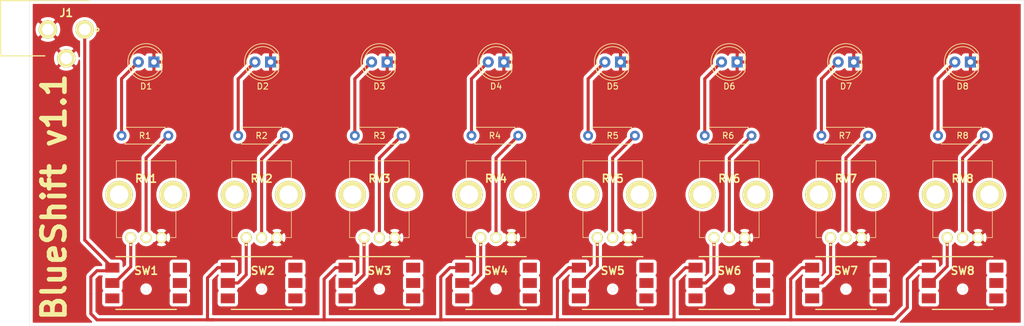
<source format=kicad_pcb>
(kicad_pcb (version 20171130) (host pcbnew "(5.1.9)-1")

  (general
    (thickness 1.6)
    (drawings 21)
    (tracks 95)
    (zones 0)
    (modules 33)
    (nets 27)
  )

  (page A4)
  (layers
    (0 F.Cu signal)
    (31 B.Cu signal)
    (32 B.Adhes user)
    (33 F.Adhes user)
    (34 B.Paste user)
    (35 F.Paste user)
    (36 B.SilkS user)
    (37 F.SilkS user)
    (38 B.Mask user)
    (39 F.Mask user)
    (40 Dwgs.User user)
    (41 Cmts.User user)
    (42 Eco1.User user)
    (43 Eco2.User user)
    (44 Edge.Cuts user)
    (45 Margin user)
    (46 B.CrtYd user)
    (47 F.CrtYd user)
    (48 B.Fab user)
    (49 F.Fab user)
  )

  (setup
    (last_trace_width 0.5)
    (user_trace_width 0.5)
    (trace_clearance 0.2)
    (zone_clearance 0.508)
    (zone_45_only no)
    (trace_min 0.2)
    (via_size 0.8)
    (via_drill 0.4)
    (via_min_size 0.4)
    (via_min_drill 0.3)
    (uvia_size 0.3)
    (uvia_drill 0.1)
    (uvias_allowed no)
    (uvia_min_size 0.2)
    (uvia_min_drill 0.1)
    (edge_width 0.05)
    (segment_width 0.2)
    (pcb_text_width 0.3)
    (pcb_text_size 1.5 1.5)
    (mod_edge_width 0.12)
    (mod_text_size 1 1)
    (mod_text_width 0.15)
    (pad_size 1.524 1.524)
    (pad_drill 0.762)
    (pad_to_mask_clearance 0)
    (aux_axis_origin 0 0)
    (visible_elements 7FFFFFFF)
    (pcbplotparams
      (layerselection 0x3ffff_ffffffff)
      (usegerberextensions false)
      (usegerberattributes true)
      (usegerberadvancedattributes true)
      (creategerberjobfile true)
      (excludeedgelayer true)
      (linewidth 0.100000)
      (plotframeref false)
      (viasonmask false)
      (mode 1)
      (useauxorigin false)
      (hpglpennumber 1)
      (hpglpenspeed 20)
      (hpglpendiameter 15.000000)
      (psnegative false)
      (psa4output false)
      (plotreference true)
      (plotvalue true)
      (plotinvisibletext false)
      (padsonsilk false)
      (subtractmaskfromsilk false)
      (outputformat 1)
      (mirror false)
      (drillshape 0)
      (scaleselection 1)
      (outputdirectory "../../../../Desktop/BluShift v1/"))
  )

  (net 0 "")
  (net 1 "Net-(D1-Pad2)")
  (net 2 GND)
  (net 3 "Net-(D2-Pad2)")
  (net 4 "Net-(D3-Pad2)")
  (net 5 "Net-(D4-Pad2)")
  (net 6 "Net-(D5-Pad2)")
  (net 7 "Net-(D6-Pad2)")
  (net 8 "Net-(D7-Pad2)")
  (net 9 "Net-(D8-Pad2)")
  (net 10 "Net-(R1-Pad2)")
  (net 11 "Net-(R2-Pad2)")
  (net 12 "Net-(R3-Pad2)")
  (net 13 "Net-(R4-Pad2)")
  (net 14 "Net-(R5-Pad2)")
  (net 15 "Net-(R6-Pad2)")
  (net 16 "Net-(R7-Pad2)")
  (net 17 "Net-(R8-Pad2)")
  (net 18 "Net-(RV1-Pad1)")
  (net 19 "Net-(RV2-Pad1)")
  (net 20 "Net-(RV3-Pad1)")
  (net 21 "Net-(RV4-Pad1)")
  (net 22 "Net-(RV5-Pad1)")
  (net 23 "Net-(RV6-Pad1)")
  (net 24 "Net-(RV7-Pad1)")
  (net 25 "Net-(RV8-Pad1)")
  (net 26 VCC)

  (net_class Default "This is the default net class."
    (clearance 0.2)
    (trace_width 0.25)
    (via_dia 0.8)
    (via_drill 0.4)
    (uvia_dia 0.3)
    (uvia_drill 0.1)
    (add_net GND)
    (add_net "Net-(D1-Pad2)")
    (add_net "Net-(D2-Pad2)")
    (add_net "Net-(D3-Pad2)")
    (add_net "Net-(D4-Pad2)")
    (add_net "Net-(D5-Pad2)")
    (add_net "Net-(D6-Pad2)")
    (add_net "Net-(D7-Pad2)")
    (add_net "Net-(D8-Pad2)")
    (add_net "Net-(R1-Pad2)")
    (add_net "Net-(R2-Pad2)")
    (add_net "Net-(R3-Pad2)")
    (add_net "Net-(R4-Pad2)")
    (add_net "Net-(R5-Pad2)")
    (add_net "Net-(R6-Pad2)")
    (add_net "Net-(R7-Pad2)")
    (add_net "Net-(R8-Pad2)")
    (add_net "Net-(RV1-Pad1)")
    (add_net "Net-(RV2-Pad1)")
    (add_net "Net-(RV3-Pad1)")
    (add_net "Net-(RV4-Pad1)")
    (add_net "Net-(RV5-Pad1)")
    (add_net "Net-(RV6-Pad1)")
    (add_net "Net-(RV7-Pad1)")
    (add_net "Net-(RV8-Pad1)")
    (add_net VCC)
  )

  (module SamacSys_Parts:PJ-102AH (layer F.Cu) (tedit 607B532F) (tstamp 607BC5B4)
    (at 35 97 90)
    (descr PJ-102AH)
    (tags Connector)
    (path /607B9D9A)
    (fp_text reference J1 (at 7 0 180) (layer F.SilkS)
      (effects (font (size 1.27 1.27) (thickness 0.254)))
    )
    (fp_text value PJ-102AH (at 1 -6 180) (layer F.SilkS) hide
      (effects (font (size 1.27 1.27) (thickness 0.254)))
    )
    (fp_circle (center 4.261 5.051) (end 4.14215 5.051) (layer F.SilkS) (width 0.254))
    (fp_line (start 0 -10.7) (end 0 -3.5) (layer F.SilkS) (width 0.2))
    (fp_line (start 9 -10.7) (end 0 -10.7) (layer F.SilkS) (width 0.2))
    (fp_line (start 9 3.7) (end 9 -10.7) (layer F.SilkS) (width 0.2))
    (fp_line (start 9 3.7) (end 9 -10.7) (layer Dwgs.User) (width 0.2))
    (fp_line (start 0 3.7) (end 9 3.7) (layer Dwgs.User) (width 0.2))
    (fp_line (start 0 -10.7) (end 0 3.7) (layer Dwgs.User) (width 0.2))
    (fp_line (start 9 -10.7) (end 0 -10.7) (layer Dwgs.User) (width 0.2))
    (pad 3 thru_hole circle (at -0.4 0 180) (size 3 3) (drill 1.9) (layers *.Cu *.Mask F.SilkS)
      (net 2 GND))
    (pad 2 thru_hole circle (at 4.3 -3 180) (size 3 3) (drill 1.9) (layers *.Cu *.Mask F.SilkS)
      (net 2 GND))
    (pad 1 thru_hole circle (at 4.3 3 180) (size 3 3) (drill 1.9) (layers *.Cu *.Mask F.SilkS)
      (net 26 VCC))
  )

  (module SamacSys_Parts:ESB33533A (layer F.Cu) (tedit 607A0E8B) (tstamp 607BE3AF)
    (at 181 134)
    (descr ESB-33533A-1)
    (tags Switch)
    (path /607A8F4D)
    (fp_text reference SW8 (at 0 -2) (layer F.SilkS)
      (effects (font (size 1.27 1.27) (thickness 0.254)))
    )
    (fp_text value SW_SPST (at 0 3) (layer F.SilkS) hide
      (effects (font (size 1.27 1.27) (thickness 0.254)))
    )
    (fp_line (start -4.925 -4.3) (end 4.925 -4.3) (layer Dwgs.User) (width 0.1))
    (fp_line (start 4.925 -4.3) (end 4.925 4.3) (layer Dwgs.User) (width 0.1))
    (fp_line (start 4.925 4.3) (end -4.925 4.3) (layer Dwgs.User) (width 0.1))
    (fp_line (start -4.925 4.3) (end -4.925 -4.3) (layer Dwgs.User) (width 0.1))
    (fp_line (start -7.65 -5.3) (end 7.65 -5.3) (layer Dwgs.User) (width 0.1))
    (fp_line (start 7.65 -5.3) (end 7.65 5.3) (layer Dwgs.User) (width 0.1))
    (fp_line (start 7.65 5.3) (end -7.65 5.3) (layer Dwgs.User) (width 0.1))
    (fp_line (start -7.65 5.3) (end -7.65 -5.3) (layer Dwgs.User) (width 0.1))
    (fp_line (start -4.925 -4.3) (end 4.925 -4.3) (layer F.SilkS) (width 0.2))
    (fp_line (start -4.925 4.3) (end 4.925 4.3) (layer F.SilkS) (width 0.2))
    (pad MH1 thru_hole circle (at 0 1 90) (size 0.85 0.85) (drill 1.7) (layers *.Cu *.Mask F.SilkS))
    (pad 6 smd rect (at 5.5 -2.5 90) (size 1.6 2.3) (layers F.Cu F.Paste F.Mask))
    (pad 5 smd rect (at 5.5 0 90) (size 1.6 2.3) (layers F.Cu F.Paste F.Mask))
    (pad 4 smd rect (at 5.5 2.5 90) (size 1.6 2.3) (layers F.Cu F.Paste F.Mask))
    (pad 3 smd rect (at -5.5 2.5 90) (size 1.6 2.3) (layers F.Cu F.Paste F.Mask))
    (pad 2 smd rect (at -5.5 0 90) (size 1.6 2.3) (layers F.Cu F.Paste F.Mask)
      (net 25 "Net-(RV8-Pad1)"))
    (pad 1 smd rect (at -5.5 -2.5 90) (size 1.6 2.3) (layers F.Cu F.Paste F.Mask)
      (net 26 VCC))
  )

  (module SamacSys_Parts:ESB33533A (layer F.Cu) (tedit 607A0E8B) (tstamp 607A58E9)
    (at 162 134)
    (descr ESB-33533A-1)
    (tags Switch)
    (path /607A8BAB)
    (fp_text reference SW7 (at 0 -2) (layer F.SilkS)
      (effects (font (size 1.27 1.27) (thickness 0.254)))
    )
    (fp_text value SW_SPST (at 0 3) (layer F.SilkS) hide
      (effects (font (size 1.27 1.27) (thickness 0.254)))
    )
    (fp_line (start -4.925 -4.3) (end 4.925 -4.3) (layer Dwgs.User) (width 0.1))
    (fp_line (start 4.925 -4.3) (end 4.925 4.3) (layer Dwgs.User) (width 0.1))
    (fp_line (start 4.925 4.3) (end -4.925 4.3) (layer Dwgs.User) (width 0.1))
    (fp_line (start -4.925 4.3) (end -4.925 -4.3) (layer Dwgs.User) (width 0.1))
    (fp_line (start -7.65 -5.3) (end 7.65 -5.3) (layer Dwgs.User) (width 0.1))
    (fp_line (start 7.65 -5.3) (end 7.65 5.3) (layer Dwgs.User) (width 0.1))
    (fp_line (start 7.65 5.3) (end -7.65 5.3) (layer Dwgs.User) (width 0.1))
    (fp_line (start -7.65 5.3) (end -7.65 -5.3) (layer Dwgs.User) (width 0.1))
    (fp_line (start -4.925 -4.3) (end 4.925 -4.3) (layer F.SilkS) (width 0.2))
    (fp_line (start -4.925 4.3) (end 4.925 4.3) (layer F.SilkS) (width 0.2))
    (pad MH1 thru_hole circle (at 0 1 90) (size 0.85 0.85) (drill 1.7) (layers *.Cu *.Mask F.SilkS))
    (pad 6 smd rect (at 5.5 -2.5 90) (size 1.6 2.3) (layers F.Cu F.Paste F.Mask))
    (pad 5 smd rect (at 5.5 0 90) (size 1.6 2.3) (layers F.Cu F.Paste F.Mask))
    (pad 4 smd rect (at 5.5 2.5 90) (size 1.6 2.3) (layers F.Cu F.Paste F.Mask))
    (pad 3 smd rect (at -5.5 2.5 90) (size 1.6 2.3) (layers F.Cu F.Paste F.Mask))
    (pad 2 smd rect (at -5.5 0 90) (size 1.6 2.3) (layers F.Cu F.Paste F.Mask)
      (net 24 "Net-(RV7-Pad1)"))
    (pad 1 smd rect (at -5.5 -2.5 90) (size 1.6 2.3) (layers F.Cu F.Paste F.Mask)
      (net 26 VCC))
  )

  (module SamacSys_Parts:ESB33533A (layer F.Cu) (tedit 607A0E8B) (tstamp 607A58D4)
    (at 143 134)
    (descr ESB-33533A-1)
    (tags Switch)
    (path /607A8700)
    (fp_text reference SW6 (at 0 -2) (layer F.SilkS)
      (effects (font (size 1.27 1.27) (thickness 0.254)))
    )
    (fp_text value SW_SPST (at 0 3) (layer F.SilkS) hide
      (effects (font (size 1.27 1.27) (thickness 0.254)))
    )
    (fp_line (start -4.925 -4.3) (end 4.925 -4.3) (layer Dwgs.User) (width 0.1))
    (fp_line (start 4.925 -4.3) (end 4.925 4.3) (layer Dwgs.User) (width 0.1))
    (fp_line (start 4.925 4.3) (end -4.925 4.3) (layer Dwgs.User) (width 0.1))
    (fp_line (start -4.925 4.3) (end -4.925 -4.3) (layer Dwgs.User) (width 0.1))
    (fp_line (start -7.65 -5.3) (end 7.65 -5.3) (layer Dwgs.User) (width 0.1))
    (fp_line (start 7.65 -5.3) (end 7.65 5.3) (layer Dwgs.User) (width 0.1))
    (fp_line (start 7.65 5.3) (end -7.65 5.3) (layer Dwgs.User) (width 0.1))
    (fp_line (start -7.65 5.3) (end -7.65 -5.3) (layer Dwgs.User) (width 0.1))
    (fp_line (start -4.925 -4.3) (end 4.925 -4.3) (layer F.SilkS) (width 0.2))
    (fp_line (start -4.925 4.3) (end 4.925 4.3) (layer F.SilkS) (width 0.2))
    (pad MH1 thru_hole circle (at 0 1 90) (size 0.85 0.85) (drill 1.7) (layers *.Cu *.Mask F.SilkS))
    (pad 6 smd rect (at 5.5 -2.5 90) (size 1.6 2.3) (layers F.Cu F.Paste F.Mask))
    (pad 5 smd rect (at 5.5 0 90) (size 1.6 2.3) (layers F.Cu F.Paste F.Mask))
    (pad 4 smd rect (at 5.5 2.5 90) (size 1.6 2.3) (layers F.Cu F.Paste F.Mask))
    (pad 3 smd rect (at -5.5 2.5 90) (size 1.6 2.3) (layers F.Cu F.Paste F.Mask))
    (pad 2 smd rect (at -5.5 0 90) (size 1.6 2.3) (layers F.Cu F.Paste F.Mask)
      (net 23 "Net-(RV6-Pad1)"))
    (pad 1 smd rect (at -5.5 -2.5 90) (size 1.6 2.3) (layers F.Cu F.Paste F.Mask)
      (net 26 VCC))
  )

  (module SamacSys_Parts:ESB33533A (layer F.Cu) (tedit 607A0E8B) (tstamp 607A58BF)
    (at 124 134)
    (descr ESB-33533A-1)
    (tags Switch)
    (path /607A8304)
    (fp_text reference SW5 (at 0 -2) (layer F.SilkS)
      (effects (font (size 1.27 1.27) (thickness 0.254)))
    )
    (fp_text value SW_SPST (at 0 3) (layer F.SilkS) hide
      (effects (font (size 1.27 1.27) (thickness 0.254)))
    )
    (fp_line (start -4.925 -4.3) (end 4.925 -4.3) (layer Dwgs.User) (width 0.1))
    (fp_line (start 4.925 -4.3) (end 4.925 4.3) (layer Dwgs.User) (width 0.1))
    (fp_line (start 4.925 4.3) (end -4.925 4.3) (layer Dwgs.User) (width 0.1))
    (fp_line (start -4.925 4.3) (end -4.925 -4.3) (layer Dwgs.User) (width 0.1))
    (fp_line (start -7.65 -5.3) (end 7.65 -5.3) (layer Dwgs.User) (width 0.1))
    (fp_line (start 7.65 -5.3) (end 7.65 5.3) (layer Dwgs.User) (width 0.1))
    (fp_line (start 7.65 5.3) (end -7.65 5.3) (layer Dwgs.User) (width 0.1))
    (fp_line (start -7.65 5.3) (end -7.65 -5.3) (layer Dwgs.User) (width 0.1))
    (fp_line (start -4.925 -4.3) (end 4.925 -4.3) (layer F.SilkS) (width 0.2))
    (fp_line (start -4.925 4.3) (end 4.925 4.3) (layer F.SilkS) (width 0.2))
    (pad MH1 thru_hole circle (at 0 1 90) (size 0.85 0.85) (drill 1.7) (layers *.Cu *.Mask F.SilkS))
    (pad 6 smd rect (at 5.5 -2.5 90) (size 1.6 2.3) (layers F.Cu F.Paste F.Mask))
    (pad 5 smd rect (at 5.5 0 90) (size 1.6 2.3) (layers F.Cu F.Paste F.Mask))
    (pad 4 smd rect (at 5.5 2.5 90) (size 1.6 2.3) (layers F.Cu F.Paste F.Mask))
    (pad 3 smd rect (at -5.5 2.5 90) (size 1.6 2.3) (layers F.Cu F.Paste F.Mask))
    (pad 2 smd rect (at -5.5 0 90) (size 1.6 2.3) (layers F.Cu F.Paste F.Mask)
      (net 22 "Net-(RV5-Pad1)"))
    (pad 1 smd rect (at -5.5 -2.5 90) (size 1.6 2.3) (layers F.Cu F.Paste F.Mask)
      (net 26 VCC))
  )

  (module SamacSys_Parts:ESB33533A (layer F.Cu) (tedit 607A0E8B) (tstamp 607A58AA)
    (at 105 134)
    (descr ESB-33533A-1)
    (tags Switch)
    (path /607A8007)
    (fp_text reference SW4 (at 0 -2) (layer F.SilkS)
      (effects (font (size 1.27 1.27) (thickness 0.254)))
    )
    (fp_text value SW_SPST (at 0 3) (layer F.SilkS) hide
      (effects (font (size 1.27 1.27) (thickness 0.254)))
    )
    (fp_line (start -4.925 -4.3) (end 4.925 -4.3) (layer Dwgs.User) (width 0.1))
    (fp_line (start 4.925 -4.3) (end 4.925 4.3) (layer Dwgs.User) (width 0.1))
    (fp_line (start 4.925 4.3) (end -4.925 4.3) (layer Dwgs.User) (width 0.1))
    (fp_line (start -4.925 4.3) (end -4.925 -4.3) (layer Dwgs.User) (width 0.1))
    (fp_line (start -7.65 -5.3) (end 7.65 -5.3) (layer Dwgs.User) (width 0.1))
    (fp_line (start 7.65 -5.3) (end 7.65 5.3) (layer Dwgs.User) (width 0.1))
    (fp_line (start 7.65 5.3) (end -7.65 5.3) (layer Dwgs.User) (width 0.1))
    (fp_line (start -7.65 5.3) (end -7.65 -5.3) (layer Dwgs.User) (width 0.1))
    (fp_line (start -4.925 -4.3) (end 4.925 -4.3) (layer F.SilkS) (width 0.2))
    (fp_line (start -4.925 4.3) (end 4.925 4.3) (layer F.SilkS) (width 0.2))
    (pad MH1 thru_hole circle (at 0 1 90) (size 0.85 0.85) (drill 1.7) (layers *.Cu *.Mask F.SilkS))
    (pad 6 smd rect (at 5.5 -2.5 90) (size 1.6 2.3) (layers F.Cu F.Paste F.Mask))
    (pad 5 smd rect (at 5.5 0 90) (size 1.6 2.3) (layers F.Cu F.Paste F.Mask))
    (pad 4 smd rect (at 5.5 2.5 90) (size 1.6 2.3) (layers F.Cu F.Paste F.Mask))
    (pad 3 smd rect (at -5.5 2.5 90) (size 1.6 2.3) (layers F.Cu F.Paste F.Mask))
    (pad 2 smd rect (at -5.5 0 90) (size 1.6 2.3) (layers F.Cu F.Paste F.Mask)
      (net 21 "Net-(RV4-Pad1)"))
    (pad 1 smd rect (at -5.5 -2.5 90) (size 1.6 2.3) (layers F.Cu F.Paste F.Mask)
      (net 26 VCC))
  )

  (module SamacSys_Parts:ESB33533A (layer F.Cu) (tedit 607A0E8B) (tstamp 607A5895)
    (at 86 134)
    (descr ESB-33533A-1)
    (tags Switch)
    (path /607A7C24)
    (fp_text reference SW3 (at 0 -2) (layer F.SilkS)
      (effects (font (size 1.27 1.27) (thickness 0.254)))
    )
    (fp_text value SW_SPST (at 0 3) (layer F.SilkS) hide
      (effects (font (size 1.27 1.27) (thickness 0.254)))
    )
    (fp_line (start -4.925 -4.3) (end 4.925 -4.3) (layer Dwgs.User) (width 0.1))
    (fp_line (start 4.925 -4.3) (end 4.925 4.3) (layer Dwgs.User) (width 0.1))
    (fp_line (start 4.925 4.3) (end -4.925 4.3) (layer Dwgs.User) (width 0.1))
    (fp_line (start -4.925 4.3) (end -4.925 -4.3) (layer Dwgs.User) (width 0.1))
    (fp_line (start -7.65 -5.3) (end 7.65 -5.3) (layer Dwgs.User) (width 0.1))
    (fp_line (start 7.65 -5.3) (end 7.65 5.3) (layer Dwgs.User) (width 0.1))
    (fp_line (start 7.65 5.3) (end -7.65 5.3) (layer Dwgs.User) (width 0.1))
    (fp_line (start -7.65 5.3) (end -7.65 -5.3) (layer Dwgs.User) (width 0.1))
    (fp_line (start -4.925 -4.3) (end 4.925 -4.3) (layer F.SilkS) (width 0.2))
    (fp_line (start -4.925 4.3) (end 4.925 4.3) (layer F.SilkS) (width 0.2))
    (pad MH1 thru_hole circle (at 0 1 90) (size 0.85 0.85) (drill 1.7) (layers *.Cu *.Mask F.SilkS))
    (pad 6 smd rect (at 5.5 -2.5 90) (size 1.6 2.3) (layers F.Cu F.Paste F.Mask))
    (pad 5 smd rect (at 5.5 0 90) (size 1.6 2.3) (layers F.Cu F.Paste F.Mask))
    (pad 4 smd rect (at 5.5 2.5 90) (size 1.6 2.3) (layers F.Cu F.Paste F.Mask))
    (pad 3 smd rect (at -5.5 2.5 90) (size 1.6 2.3) (layers F.Cu F.Paste F.Mask))
    (pad 2 smd rect (at -5.5 0 90) (size 1.6 2.3) (layers F.Cu F.Paste F.Mask)
      (net 20 "Net-(RV3-Pad1)"))
    (pad 1 smd rect (at -5.5 -2.5 90) (size 1.6 2.3) (layers F.Cu F.Paste F.Mask)
      (net 26 VCC))
  )

  (module SamacSys_Parts:ESB33533A (layer F.Cu) (tedit 607A0E8B) (tstamp 607A5880)
    (at 66.81 134)
    (descr ESB-33533A-1)
    (tags Switch)
    (path /607A78A0)
    (fp_text reference SW2 (at 0.19 -2) (layer F.SilkS)
      (effects (font (size 1.27 1.27) (thickness 0.254)))
    )
    (fp_text value SW_SPST (at 0.19 3) (layer F.SilkS) hide
      (effects (font (size 1.27 1.27) (thickness 0.254)))
    )
    (fp_line (start -4.925 -4.3) (end 4.925 -4.3) (layer Dwgs.User) (width 0.1))
    (fp_line (start 4.925 -4.3) (end 4.925 4.3) (layer Dwgs.User) (width 0.1))
    (fp_line (start 4.925 4.3) (end -4.925 4.3) (layer Dwgs.User) (width 0.1))
    (fp_line (start -4.925 4.3) (end -4.925 -4.3) (layer Dwgs.User) (width 0.1))
    (fp_line (start -7.65 -5.3) (end 7.65 -5.3) (layer Dwgs.User) (width 0.1))
    (fp_line (start 7.65 -5.3) (end 7.65 5.3) (layer Dwgs.User) (width 0.1))
    (fp_line (start 7.65 5.3) (end -7.65 5.3) (layer Dwgs.User) (width 0.1))
    (fp_line (start -7.65 5.3) (end -7.65 -5.3) (layer Dwgs.User) (width 0.1))
    (fp_line (start -4.925 -4.3) (end 4.925 -4.3) (layer F.SilkS) (width 0.2))
    (fp_line (start -4.925 4.3) (end 4.925 4.3) (layer F.SilkS) (width 0.2))
    (pad MH1 thru_hole circle (at 0 1 90) (size 0.85 0.85) (drill 1.7) (layers *.Cu *.Mask F.SilkS))
    (pad 6 smd rect (at 5.5 -2.5 90) (size 1.6 2.3) (layers F.Cu F.Paste F.Mask))
    (pad 5 smd rect (at 5.5 0 90) (size 1.6 2.3) (layers F.Cu F.Paste F.Mask))
    (pad 4 smd rect (at 5.5 2.5 90) (size 1.6 2.3) (layers F.Cu F.Paste F.Mask))
    (pad 3 smd rect (at -5.5 2.5 90) (size 1.6 2.3) (layers F.Cu F.Paste F.Mask))
    (pad 2 smd rect (at -5.5 0 90) (size 1.6 2.3) (layers F.Cu F.Paste F.Mask)
      (net 19 "Net-(RV2-Pad1)"))
    (pad 1 smd rect (at -5.5 -2.5 90) (size 1.6 2.3) (layers F.Cu F.Paste F.Mask)
      (net 26 VCC))
  )

  (module SamacSys_Parts:ESB33533A (layer F.Cu) (tedit 607A0E8B) (tstamp 607BDC58)
    (at 48 134)
    (descr ESB-33533A-1)
    (tags Switch)
    (path /6079A414)
    (fp_text reference SW1 (at 0 -2) (layer F.SilkS)
      (effects (font (size 1.27 1.27) (thickness 0.254)))
    )
    (fp_text value SW_SPST (at 0 3) (layer F.SilkS) hide
      (effects (font (size 1.27 1.27) (thickness 0.254)))
    )
    (fp_line (start -4.925 -4.3) (end 4.925 -4.3) (layer Dwgs.User) (width 0.1))
    (fp_line (start 4.925 -4.3) (end 4.925 4.3) (layer Dwgs.User) (width 0.1))
    (fp_line (start 4.925 4.3) (end -4.925 4.3) (layer Dwgs.User) (width 0.1))
    (fp_line (start -4.925 4.3) (end -4.925 -4.3) (layer Dwgs.User) (width 0.1))
    (fp_line (start -7.65 -5.3) (end 7.65 -5.3) (layer Dwgs.User) (width 0.1))
    (fp_line (start 7.65 -5.3) (end 7.65 5.3) (layer Dwgs.User) (width 0.1))
    (fp_line (start 7.65 5.3) (end -7.65 5.3) (layer Dwgs.User) (width 0.1))
    (fp_line (start -7.65 5.3) (end -7.65 -5.3) (layer Dwgs.User) (width 0.1))
    (fp_line (start -4.925 -4.3) (end 4.925 -4.3) (layer F.SilkS) (width 0.2))
    (fp_line (start -4.925 4.3) (end 4.925 4.3) (layer F.SilkS) (width 0.2))
    (pad MH1 thru_hole circle (at 0 1 90) (size 0.85 0.85) (drill 1.7) (layers *.Cu *.Mask F.SilkS))
    (pad 6 smd rect (at 5.5 -2.5 90) (size 1.6 2.3) (layers F.Cu F.Paste F.Mask))
    (pad 5 smd rect (at 5.5 0 90) (size 1.6 2.3) (layers F.Cu F.Paste F.Mask))
    (pad 4 smd rect (at 5.5 2.5 90) (size 1.6 2.3) (layers F.Cu F.Paste F.Mask))
    (pad 3 smd rect (at -5.5 2.5 90) (size 1.6 2.3) (layers F.Cu F.Paste F.Mask))
    (pad 2 smd rect (at -5.5 0 90) (size 1.6 2.3) (layers F.Cu F.Paste F.Mask)
      (net 18 "Net-(RV1-Pad1)"))
    (pad 1 smd rect (at -5.5 -2.5 90) (size 1.6 2.3) (layers F.Cu F.Paste F.Mask)
      (net 26 VCC))
  )

  (module SamacSys_Parts:PTV09A4020FB103 (layer F.Cu) (tedit 607A08EC) (tstamp 607A713B)
    (at 181 121)
    (descr PTV09A-4)
    (tags Switch)
    (path /607B5587)
    (fp_text reference RV8 (at 0 -4) (layer F.SilkS)
      (effects (font (size 1.27 1.27) (thickness 0.254)))
    )
    (fp_text value R_POT (at 0 2) (layer F.SilkS) hide
      (effects (font (size 1.27 1.27) (thickness 0.254)))
    )
    (fp_line (start -4.85 -6.9) (end 4.85 -6.9) (layer Dwgs.User) (width 0.2))
    (fp_line (start 4.85 -6.9) (end 4.85 5.6) (layer Dwgs.User) (width 0.2))
    (fp_line (start 4.85 5.6) (end -4.85 5.6) (layer Dwgs.User) (width 0.2))
    (fp_line (start -4.85 5.6) (end -4.85 -6.9) (layer Dwgs.User) (width 0.2))
    (fp_line (start -7.63 -7.9) (end 7.63 -7.9) (layer Dwgs.User) (width 0.1))
    (fp_line (start 7.63 -7.9) (end 7.63 7.9) (layer Dwgs.User) (width 0.1))
    (fp_line (start 7.63 7.9) (end -7.63 7.9) (layer Dwgs.User) (width 0.1))
    (fp_line (start -7.63 7.9) (end -7.63 -7.9) (layer Dwgs.User) (width 0.1))
    (fp_line (start -4.85 -3.9) (end -4.85 -6.9) (layer F.SilkS) (width 0.1))
    (fp_line (start -4.85 -6.9) (end 4.85 -6.9) (layer F.SilkS) (width 0.1))
    (fp_line (start 4.85 -6.9) (end 4.85 -3.9) (layer F.SilkS) (width 0.1))
    (fp_line (start -4.85 1.1) (end -4.85 5.6) (layer F.SilkS) (width 0.1))
    (fp_line (start -4.85 5.6) (end -4 5.6) (layer F.SilkS) (width 0.1))
    (fp_line (start 4 5.6) (end 4.85 5.6) (layer F.SilkS) (width 0.1))
    (fp_line (start 4.85 5.6) (end 4.85 1.1) (layer F.SilkS) (width 0.1))
    (fp_line (start -2.6 6.8) (end -2.6 6.8) (layer F.SilkS) (width 0.2))
    (fp_line (start -2.4 6.8) (end -2.4 6.8) (layer F.SilkS) (width 0.2))
    (fp_arc (start -2.5 6.8) (end -2.4 6.8) (angle 180) (layer F.SilkS) (width 0.2))
    (fp_arc (start -2.5 6.8) (end -2.6 6.8) (angle 180) (layer F.SilkS) (width 0.2))
    (pad 5 thru_hole circle (at 4.4 -1.4 90) (size 4.46 4.46) (drill 2.9732) (layers *.Cu *.Mask F.SilkS))
    (pad 4 thru_hole circle (at -4.4 -1.4 90) (size 4.46 4.46) (drill 2.9732) (layers *.Cu *.Mask F.SilkS))
    (pad 3 thru_hole circle (at 2.5 5.6 90) (size 1.8 1.8) (drill 1.2) (layers *.Cu *.Mask F.SilkS)
      (net 2 GND))
    (pad 2 thru_hole circle (at 0 5.6 90) (size 1.8 1.8) (drill 1.2) (layers *.Cu *.Mask F.SilkS)
      (net 17 "Net-(R8-Pad2)"))
    (pad 1 thru_hole circle (at -2.5 5.6 90) (size 1.8 1.8) (drill 1.2) (layers *.Cu *.Mask F.SilkS)
      (net 25 "Net-(RV8-Pad1)"))
  )

  (module SamacSys_Parts:PTV09A4020FB103 (layer F.Cu) (tedit 607A08EC) (tstamp 607A718C)
    (at 162 121)
    (descr PTV09A-4)
    (tags Switch)
    (path /607B4B52)
    (fp_text reference RV7 (at 0 -4) (layer F.SilkS)
      (effects (font (size 1.27 1.27) (thickness 0.254)))
    )
    (fp_text value R_POT (at 0 2) (layer F.SilkS) hide
      (effects (font (size 1.27 1.27) (thickness 0.254)))
    )
    (fp_line (start -4.85 -6.9) (end 4.85 -6.9) (layer Dwgs.User) (width 0.2))
    (fp_line (start 4.85 -6.9) (end 4.85 5.6) (layer Dwgs.User) (width 0.2))
    (fp_line (start 4.85 5.6) (end -4.85 5.6) (layer Dwgs.User) (width 0.2))
    (fp_line (start -4.85 5.6) (end -4.85 -6.9) (layer Dwgs.User) (width 0.2))
    (fp_line (start -7.63 -7.9) (end 7.63 -7.9) (layer Dwgs.User) (width 0.1))
    (fp_line (start 7.63 -7.9) (end 7.63 7.9) (layer Dwgs.User) (width 0.1))
    (fp_line (start 7.63 7.9) (end -7.63 7.9) (layer Dwgs.User) (width 0.1))
    (fp_line (start -7.63 7.9) (end -7.63 -7.9) (layer Dwgs.User) (width 0.1))
    (fp_line (start -4.85 -3.9) (end -4.85 -6.9) (layer F.SilkS) (width 0.1))
    (fp_line (start -4.85 -6.9) (end 4.85 -6.9) (layer F.SilkS) (width 0.1))
    (fp_line (start 4.85 -6.9) (end 4.85 -3.9) (layer F.SilkS) (width 0.1))
    (fp_line (start -4.85 1.1) (end -4.85 5.6) (layer F.SilkS) (width 0.1))
    (fp_line (start -4.85 5.6) (end -4 5.6) (layer F.SilkS) (width 0.1))
    (fp_line (start 4 5.6) (end 4.85 5.6) (layer F.SilkS) (width 0.1))
    (fp_line (start 4.85 5.6) (end 4.85 1.1) (layer F.SilkS) (width 0.1))
    (fp_line (start -2.6 6.8) (end -2.6 6.8) (layer F.SilkS) (width 0.2))
    (fp_line (start -2.4 6.8) (end -2.4 6.8) (layer F.SilkS) (width 0.2))
    (fp_arc (start -2.5 6.8) (end -2.4 6.8) (angle 180) (layer F.SilkS) (width 0.2))
    (fp_arc (start -2.5 6.8) (end -2.6 6.8) (angle 180) (layer F.SilkS) (width 0.2))
    (pad 5 thru_hole circle (at 4.4 -1.4 90) (size 4.46 4.46) (drill 2.9732) (layers *.Cu *.Mask F.SilkS))
    (pad 4 thru_hole circle (at -4.4 -1.4 90) (size 4.46 4.46) (drill 2.9732) (layers *.Cu *.Mask F.SilkS))
    (pad 3 thru_hole circle (at 2.5 5.6 90) (size 1.8 1.8) (drill 1.2) (layers *.Cu *.Mask F.SilkS)
      (net 2 GND))
    (pad 2 thru_hole circle (at 0 5.6 90) (size 1.8 1.8) (drill 1.2) (layers *.Cu *.Mask F.SilkS)
      (net 16 "Net-(R7-Pad2)"))
    (pad 1 thru_hole circle (at -2.5 5.6 90) (size 1.8 1.8) (drill 1.2) (layers *.Cu *.Mask F.SilkS)
      (net 24 "Net-(RV7-Pad1)"))
  )

  (module SamacSys_Parts:PTV09A4020FB103 (layer F.Cu) (tedit 607A08EC) (tstamp 607A71DD)
    (at 143 121)
    (descr PTV09A-4)
    (tags Switch)
    (path /607B33B1)
    (fp_text reference RV6 (at 0 -4) (layer F.SilkS)
      (effects (font (size 1.27 1.27) (thickness 0.254)))
    )
    (fp_text value R_POT (at 0 2) (layer F.SilkS) hide
      (effects (font (size 1.27 1.27) (thickness 0.254)))
    )
    (fp_line (start -4.85 -6.9) (end 4.85 -6.9) (layer Dwgs.User) (width 0.2))
    (fp_line (start 4.85 -6.9) (end 4.85 5.6) (layer Dwgs.User) (width 0.2))
    (fp_line (start 4.85 5.6) (end -4.85 5.6) (layer Dwgs.User) (width 0.2))
    (fp_line (start -4.85 5.6) (end -4.85 -6.9) (layer Dwgs.User) (width 0.2))
    (fp_line (start -7.63 -7.9) (end 7.63 -7.9) (layer Dwgs.User) (width 0.1))
    (fp_line (start 7.63 -7.9) (end 7.63 7.9) (layer Dwgs.User) (width 0.1))
    (fp_line (start 7.63 7.9) (end -7.63 7.9) (layer Dwgs.User) (width 0.1))
    (fp_line (start -7.63 7.9) (end -7.63 -7.9) (layer Dwgs.User) (width 0.1))
    (fp_line (start -4.85 -3.9) (end -4.85 -6.9) (layer F.SilkS) (width 0.1))
    (fp_line (start -4.85 -6.9) (end 4.85 -6.9) (layer F.SilkS) (width 0.1))
    (fp_line (start 4.85 -6.9) (end 4.85 -3.9) (layer F.SilkS) (width 0.1))
    (fp_line (start -4.85 1.1) (end -4.85 5.6) (layer F.SilkS) (width 0.1))
    (fp_line (start -4.85 5.6) (end -4 5.6) (layer F.SilkS) (width 0.1))
    (fp_line (start 4 5.6) (end 4.85 5.6) (layer F.SilkS) (width 0.1))
    (fp_line (start 4.85 5.6) (end 4.85 1.1) (layer F.SilkS) (width 0.1))
    (fp_line (start -2.6 6.8) (end -2.6 6.8) (layer F.SilkS) (width 0.2))
    (fp_line (start -2.4 6.8) (end -2.4 6.8) (layer F.SilkS) (width 0.2))
    (fp_arc (start -2.5 6.8) (end -2.4 6.8) (angle 180) (layer F.SilkS) (width 0.2))
    (fp_arc (start -2.5 6.8) (end -2.6 6.8) (angle 180) (layer F.SilkS) (width 0.2))
    (pad 5 thru_hole circle (at 4.4 -1.4 90) (size 4.46 4.46) (drill 2.9732) (layers *.Cu *.Mask F.SilkS))
    (pad 4 thru_hole circle (at -4.4 -1.4 90) (size 4.46 4.46) (drill 2.9732) (layers *.Cu *.Mask F.SilkS))
    (pad 3 thru_hole circle (at 2.5 5.6 90) (size 1.8 1.8) (drill 1.2) (layers *.Cu *.Mask F.SilkS)
      (net 2 GND))
    (pad 2 thru_hole circle (at 0 5.6 90) (size 1.8 1.8) (drill 1.2) (layers *.Cu *.Mask F.SilkS)
      (net 15 "Net-(R6-Pad2)"))
    (pad 1 thru_hole circle (at -2.5 5.6 90) (size 1.8 1.8) (drill 1.2) (layers *.Cu *.Mask F.SilkS)
      (net 23 "Net-(RV6-Pad1)"))
  )

  (module SamacSys_Parts:PTV09A4020FB103 (layer F.Cu) (tedit 607A08EC) (tstamp 607A722E)
    (at 124 121)
    (descr PTV09A-4)
    (tags Switch)
    (path /607B2629)
    (fp_text reference RV5 (at 0 -4) (layer F.SilkS)
      (effects (font (size 1.27 1.27) (thickness 0.254)))
    )
    (fp_text value R_POT (at 0 2) (layer F.SilkS) hide
      (effects (font (size 1.27 1.27) (thickness 0.254)))
    )
    (fp_line (start -4.85 -6.9) (end 4.85 -6.9) (layer Dwgs.User) (width 0.2))
    (fp_line (start 4.85 -6.9) (end 4.85 5.6) (layer Dwgs.User) (width 0.2))
    (fp_line (start 4.85 5.6) (end -4.85 5.6) (layer Dwgs.User) (width 0.2))
    (fp_line (start -4.85 5.6) (end -4.85 -6.9) (layer Dwgs.User) (width 0.2))
    (fp_line (start -7.63 -7.9) (end 7.63 -7.9) (layer Dwgs.User) (width 0.1))
    (fp_line (start 7.63 -7.9) (end 7.63 7.9) (layer Dwgs.User) (width 0.1))
    (fp_line (start 7.63 7.9) (end -7.63 7.9) (layer Dwgs.User) (width 0.1))
    (fp_line (start -7.63 7.9) (end -7.63 -7.9) (layer Dwgs.User) (width 0.1))
    (fp_line (start -4.85 -3.9) (end -4.85 -6.9) (layer F.SilkS) (width 0.1))
    (fp_line (start -4.85 -6.9) (end 4.85 -6.9) (layer F.SilkS) (width 0.1))
    (fp_line (start 4.85 -6.9) (end 4.85 -3.9) (layer F.SilkS) (width 0.1))
    (fp_line (start -4.85 1.1) (end -4.85 5.6) (layer F.SilkS) (width 0.1))
    (fp_line (start -4.85 5.6) (end -4 5.6) (layer F.SilkS) (width 0.1))
    (fp_line (start 4 5.6) (end 4.85 5.6) (layer F.SilkS) (width 0.1))
    (fp_line (start 4.85 5.6) (end 4.85 1.1) (layer F.SilkS) (width 0.1))
    (fp_line (start -2.6 6.8) (end -2.6 6.8) (layer F.SilkS) (width 0.2))
    (fp_line (start -2.4 6.8) (end -2.4 6.8) (layer F.SilkS) (width 0.2))
    (fp_arc (start -2.5 6.8) (end -2.4 6.8) (angle 180) (layer F.SilkS) (width 0.2))
    (fp_arc (start -2.5 6.8) (end -2.6 6.8) (angle 180) (layer F.SilkS) (width 0.2))
    (pad 5 thru_hole circle (at 4.4 -1.4 90) (size 4.46 4.46) (drill 2.9732) (layers *.Cu *.Mask F.SilkS))
    (pad 4 thru_hole circle (at -4.4 -1.4 90) (size 4.46 4.46) (drill 2.9732) (layers *.Cu *.Mask F.SilkS))
    (pad 3 thru_hole circle (at 2.5 5.6 90) (size 1.8 1.8) (drill 1.2) (layers *.Cu *.Mask F.SilkS)
      (net 2 GND))
    (pad 2 thru_hole circle (at 0 5.6 90) (size 1.8 1.8) (drill 1.2) (layers *.Cu *.Mask F.SilkS)
      (net 14 "Net-(R5-Pad2)"))
    (pad 1 thru_hole circle (at -2.5 5.6 90) (size 1.8 1.8) (drill 1.2) (layers *.Cu *.Mask F.SilkS)
      (net 22 "Net-(RV5-Pad1)"))
  )

  (module SamacSys_Parts:PTV09A4020FB103 (layer F.Cu) (tedit 607A08EC) (tstamp 607A727F)
    (at 105 121)
    (descr PTV09A-4)
    (tags Switch)
    (path /607B1BDA)
    (fp_text reference RV4 (at 0 -4) (layer F.SilkS)
      (effects (font (size 1.27 1.27) (thickness 0.254)))
    )
    (fp_text value R_POT (at 0 2) (layer F.SilkS) hide
      (effects (font (size 1.27 1.27) (thickness 0.254)))
    )
    (fp_line (start -4.85 -6.9) (end 4.85 -6.9) (layer Dwgs.User) (width 0.2))
    (fp_line (start 4.85 -6.9) (end 4.85 5.6) (layer Dwgs.User) (width 0.2))
    (fp_line (start 4.85 5.6) (end -4.85 5.6) (layer Dwgs.User) (width 0.2))
    (fp_line (start -4.85 5.6) (end -4.85 -6.9) (layer Dwgs.User) (width 0.2))
    (fp_line (start -7.63 -7.9) (end 7.63 -7.9) (layer Dwgs.User) (width 0.1))
    (fp_line (start 7.63 -7.9) (end 7.63 7.9) (layer Dwgs.User) (width 0.1))
    (fp_line (start 7.63 7.9) (end -7.63 7.9) (layer Dwgs.User) (width 0.1))
    (fp_line (start -7.63 7.9) (end -7.63 -7.9) (layer Dwgs.User) (width 0.1))
    (fp_line (start -4.85 -3.9) (end -4.85 -6.9) (layer F.SilkS) (width 0.1))
    (fp_line (start -4.85 -6.9) (end 4.85 -6.9) (layer F.SilkS) (width 0.1))
    (fp_line (start 4.85 -6.9) (end 4.85 -3.9) (layer F.SilkS) (width 0.1))
    (fp_line (start -4.85 1.1) (end -4.85 5.6) (layer F.SilkS) (width 0.1))
    (fp_line (start -4.85 5.6) (end -4 5.6) (layer F.SilkS) (width 0.1))
    (fp_line (start 4 5.6) (end 4.85 5.6) (layer F.SilkS) (width 0.1))
    (fp_line (start 4.85 5.6) (end 4.85 1.1) (layer F.SilkS) (width 0.1))
    (fp_line (start -2.6 6.8) (end -2.6 6.8) (layer F.SilkS) (width 0.2))
    (fp_line (start -2.4 6.8) (end -2.4 6.8) (layer F.SilkS) (width 0.2))
    (fp_arc (start -2.5 6.8) (end -2.4 6.8) (angle 180) (layer F.SilkS) (width 0.2))
    (fp_arc (start -2.5 6.8) (end -2.6 6.8) (angle 180) (layer F.SilkS) (width 0.2))
    (pad 5 thru_hole circle (at 4.4 -1.4 90) (size 4.46 4.46) (drill 2.9732) (layers *.Cu *.Mask F.SilkS))
    (pad 4 thru_hole circle (at -4.4 -1.4 90) (size 4.46 4.46) (drill 2.9732) (layers *.Cu *.Mask F.SilkS))
    (pad 3 thru_hole circle (at 2.5 5.6 90) (size 1.8 1.8) (drill 1.2) (layers *.Cu *.Mask F.SilkS)
      (net 2 GND))
    (pad 2 thru_hole circle (at 0 5.6 90) (size 1.8 1.8) (drill 1.2) (layers *.Cu *.Mask F.SilkS)
      (net 13 "Net-(R4-Pad2)"))
    (pad 1 thru_hole circle (at -2.5 5.6 90) (size 1.8 1.8) (drill 1.2) (layers *.Cu *.Mask F.SilkS)
      (net 21 "Net-(RV4-Pad1)"))
  )

  (module SamacSys_Parts:PTV09A4020FB103 (layer F.Cu) (tedit 607A08EC) (tstamp 607BDF98)
    (at 86 121)
    (descr PTV09A-4)
    (tags Switch)
    (path /607B0FA0)
    (fp_text reference RV3 (at 0 -4) (layer F.SilkS)
      (effects (font (size 1.27 1.27) (thickness 0.254)))
    )
    (fp_text value R_POT (at 0 2) (layer F.SilkS) hide
      (effects (font (size 1.27 1.27) (thickness 0.254)))
    )
    (fp_line (start -4.85 -6.9) (end 4.85 -6.9) (layer Dwgs.User) (width 0.2))
    (fp_line (start 4.85 -6.9) (end 4.85 5.6) (layer Dwgs.User) (width 0.2))
    (fp_line (start 4.85 5.6) (end -4.85 5.6) (layer Dwgs.User) (width 0.2))
    (fp_line (start -4.85 5.6) (end -4.85 -6.9) (layer Dwgs.User) (width 0.2))
    (fp_line (start -7.63 -7.9) (end 7.63 -7.9) (layer Dwgs.User) (width 0.1))
    (fp_line (start 7.63 -7.9) (end 7.63 7.9) (layer Dwgs.User) (width 0.1))
    (fp_line (start 7.63 7.9) (end -7.63 7.9) (layer Dwgs.User) (width 0.1))
    (fp_line (start -7.63 7.9) (end -7.63 -7.9) (layer Dwgs.User) (width 0.1))
    (fp_line (start -4.85 -3.9) (end -4.85 -6.9) (layer F.SilkS) (width 0.1))
    (fp_line (start -4.85 -6.9) (end 4.85 -6.9) (layer F.SilkS) (width 0.1))
    (fp_line (start 4.85 -6.9) (end 4.85 -3.9) (layer F.SilkS) (width 0.1))
    (fp_line (start -4.85 1.1) (end -4.85 5.6) (layer F.SilkS) (width 0.1))
    (fp_line (start -4.85 5.6) (end -4 5.6) (layer F.SilkS) (width 0.1))
    (fp_line (start 4 5.6) (end 4.85 5.6) (layer F.SilkS) (width 0.1))
    (fp_line (start 4.85 5.6) (end 4.85 1.1) (layer F.SilkS) (width 0.1))
    (fp_line (start -2.6 6.8) (end -2.6 6.8) (layer F.SilkS) (width 0.2))
    (fp_line (start -2.4 6.8) (end -2.4 6.8) (layer F.SilkS) (width 0.2))
    (fp_arc (start -2.5 6.8) (end -2.4 6.8) (angle 180) (layer F.SilkS) (width 0.2))
    (fp_arc (start -2.5 6.8) (end -2.6 6.8) (angle 180) (layer F.SilkS) (width 0.2))
    (pad 5 thru_hole circle (at 4.4 -1.4 90) (size 4.46 4.46) (drill 2.9732) (layers *.Cu *.Mask F.SilkS))
    (pad 4 thru_hole circle (at -4.4 -1.4 90) (size 4.46 4.46) (drill 2.9732) (layers *.Cu *.Mask F.SilkS))
    (pad 3 thru_hole circle (at 2.5 5.6 90) (size 1.8 1.8) (drill 1.2) (layers *.Cu *.Mask F.SilkS)
      (net 2 GND))
    (pad 2 thru_hole circle (at 0 5.6 90) (size 1.8 1.8) (drill 1.2) (layers *.Cu *.Mask F.SilkS)
      (net 12 "Net-(R3-Pad2)"))
    (pad 1 thru_hole circle (at -2.5 5.6 90) (size 1.8 1.8) (drill 1.2) (layers *.Cu *.Mask F.SilkS)
      (net 20 "Net-(RV3-Pad1)"))
  )

  (module SamacSys_Parts:PTV09A4020FB103 (layer F.Cu) (tedit 607A08EC) (tstamp 607A7321)
    (at 66.81 121)
    (descr PTV09A-4)
    (tags Switch)
    (path /607B03F3)
    (fp_text reference RV2 (at 0 -4) (layer F.SilkS)
      (effects (font (size 1.27 1.27) (thickness 0.254)))
    )
    (fp_text value R_POT (at 0.19 2) (layer F.SilkS) hide
      (effects (font (size 1.27 1.27) (thickness 0.254)))
    )
    (fp_line (start -4.85 -6.9) (end 4.85 -6.9) (layer Dwgs.User) (width 0.2))
    (fp_line (start 4.85 -6.9) (end 4.85 5.6) (layer Dwgs.User) (width 0.2))
    (fp_line (start 4.85 5.6) (end -4.85 5.6) (layer Dwgs.User) (width 0.2))
    (fp_line (start -4.85 5.6) (end -4.85 -6.9) (layer Dwgs.User) (width 0.2))
    (fp_line (start -7.63 -7.9) (end 7.63 -7.9) (layer Dwgs.User) (width 0.1))
    (fp_line (start 7.63 -7.9) (end 7.63 7.9) (layer Dwgs.User) (width 0.1))
    (fp_line (start 7.63 7.9) (end -7.63 7.9) (layer Dwgs.User) (width 0.1))
    (fp_line (start -7.63 7.9) (end -7.63 -7.9) (layer Dwgs.User) (width 0.1))
    (fp_line (start -4.85 -3.9) (end -4.85 -6.9) (layer F.SilkS) (width 0.1))
    (fp_line (start -4.85 -6.9) (end 4.85 -6.9) (layer F.SilkS) (width 0.1))
    (fp_line (start 4.85 -6.9) (end 4.85 -3.9) (layer F.SilkS) (width 0.1))
    (fp_line (start -4.85 1.1) (end -4.85 5.6) (layer F.SilkS) (width 0.1))
    (fp_line (start -4.85 5.6) (end -4 5.6) (layer F.SilkS) (width 0.1))
    (fp_line (start 4 5.6) (end 4.85 5.6) (layer F.SilkS) (width 0.1))
    (fp_line (start 4.85 5.6) (end 4.85 1.1) (layer F.SilkS) (width 0.1))
    (fp_line (start -2.6 6.8) (end -2.6 6.8) (layer F.SilkS) (width 0.2))
    (fp_line (start -2.4 6.8) (end -2.4 6.8) (layer F.SilkS) (width 0.2))
    (fp_arc (start -2.5 6.8) (end -2.4 6.8) (angle 180) (layer F.SilkS) (width 0.2))
    (fp_arc (start -2.5 6.8) (end -2.6 6.8) (angle 180) (layer F.SilkS) (width 0.2))
    (pad 5 thru_hole circle (at 4.4 -1.4 90) (size 4.46 4.46) (drill 2.9732) (layers *.Cu *.Mask F.SilkS))
    (pad 4 thru_hole circle (at -4.4 -1.4 90) (size 4.46 4.46) (drill 2.9732) (layers *.Cu *.Mask F.SilkS))
    (pad 3 thru_hole circle (at 2.5 5.6 90) (size 1.8 1.8) (drill 1.2) (layers *.Cu *.Mask F.SilkS)
      (net 2 GND))
    (pad 2 thru_hole circle (at 0 5.6 90) (size 1.8 1.8) (drill 1.2) (layers *.Cu *.Mask F.SilkS)
      (net 11 "Net-(R2-Pad2)"))
    (pad 1 thru_hole circle (at -2.5 5.6 90) (size 1.8 1.8) (drill 1.2) (layers *.Cu *.Mask F.SilkS)
      (net 19 "Net-(RV2-Pad1)"))
  )

  (module SamacSys_Parts:PTV09A4020FB103 (layer F.Cu) (tedit 607A08EC) (tstamp 607A5F04)
    (at 48 121)
    (descr PTV09A-4)
    (tags Switch)
    (path /607A736C)
    (fp_text reference RV1 (at 0 -4) (layer F.SilkS)
      (effects (font (size 1.27 1.27) (thickness 0.254)))
    )
    (fp_text value R_POT (at 0 2) (layer F.SilkS) hide
      (effects (font (size 1.27 1.27) (thickness 0.254)))
    )
    (fp_line (start -4.85 -6.9) (end 4.85 -6.9) (layer Dwgs.User) (width 0.2))
    (fp_line (start 4.85 -6.9) (end 4.85 5.6) (layer Dwgs.User) (width 0.2))
    (fp_line (start 4.85 5.6) (end -4.85 5.6) (layer Dwgs.User) (width 0.2))
    (fp_line (start -4.85 5.6) (end -4.85 -6.9) (layer Dwgs.User) (width 0.2))
    (fp_line (start -7.63 -7.9) (end 7.63 -7.9) (layer Dwgs.User) (width 0.1))
    (fp_line (start 7.63 -7.9) (end 7.63 7.9) (layer Dwgs.User) (width 0.1))
    (fp_line (start 7.63 7.9) (end -7.63 7.9) (layer Dwgs.User) (width 0.1))
    (fp_line (start -7.63 7.9) (end -7.63 -7.9) (layer Dwgs.User) (width 0.1))
    (fp_line (start -4.85 -3.9) (end -4.85 -6.9) (layer F.SilkS) (width 0.1))
    (fp_line (start -4.85 -6.9) (end 4.85 -6.9) (layer F.SilkS) (width 0.1))
    (fp_line (start 4.85 -6.9) (end 4.85 -3.9) (layer F.SilkS) (width 0.1))
    (fp_line (start -4.85 1.1) (end -4.85 5.6) (layer F.SilkS) (width 0.1))
    (fp_line (start -4.85 5.6) (end -4 5.6) (layer F.SilkS) (width 0.1))
    (fp_line (start 4 5.6) (end 4.85 5.6) (layer F.SilkS) (width 0.1))
    (fp_line (start 4.85 5.6) (end 4.85 1.1) (layer F.SilkS) (width 0.1))
    (fp_line (start -2.6 6.8) (end -2.6 6.8) (layer F.SilkS) (width 0.2))
    (fp_line (start -2.4 6.8) (end -2.4 6.8) (layer F.SilkS) (width 0.2))
    (fp_arc (start -2.5 6.8) (end -2.4 6.8) (angle 180) (layer F.SilkS) (width 0.2))
    (fp_arc (start -2.5 6.8) (end -2.6 6.8) (angle 180) (layer F.SilkS) (width 0.2))
    (pad 5 thru_hole circle (at 4.4 -1.4 90) (size 4.46 4.46) (drill 2.9732) (layers *.Cu *.Mask F.SilkS))
    (pad 4 thru_hole circle (at -4.4 -1.4 90) (size 4.46 4.46) (drill 2.9732) (layers *.Cu *.Mask F.SilkS))
    (pad 3 thru_hole circle (at 2.5 5.6 90) (size 1.8 1.8) (drill 1.2) (layers *.Cu *.Mask F.SilkS)
      (net 2 GND))
    (pad 2 thru_hole circle (at 0 5.6 90) (size 1.8 1.8) (drill 1.2) (layers *.Cu *.Mask F.SilkS)
      (net 10 "Net-(R1-Pad2)"))
    (pad 1 thru_hole circle (at -2.5 5.6 90) (size 1.8 1.8) (drill 1.2) (layers *.Cu *.Mask F.SilkS)
      (net 18 "Net-(RV1-Pad1)"))
  )

  (module Resistor_THT:R_Axial_DIN0207_L6.3mm_D2.5mm_P7.62mm_Horizontal (layer F.Cu) (tedit 5AE5139B) (tstamp 607A5776)
    (at 177 110)
    (descr "Resistor, Axial_DIN0207 series, Axial, Horizontal, pin pitch=7.62mm, 0.25W = 1/4W, length*diameter=6.3*2.5mm^2, http://cdn-reichelt.de/documents/datenblatt/B400/1_4W%23YAG.pdf")
    (tags "Resistor Axial_DIN0207 series Axial Horizontal pin pitch 7.62mm 0.25W = 1/4W length 6.3mm diameter 2.5mm")
    (path /607A600E)
    (fp_text reference R8 (at 4 0) (layer F.SilkS)
      (effects (font (size 1 1) (thickness 0.15)))
    )
    (fp_text value R (at 3.81 2.37) (layer F.Fab)
      (effects (font (size 1 1) (thickness 0.15)))
    )
    (fp_line (start 8.67 -1.5) (end -1.05 -1.5) (layer F.CrtYd) (width 0.05))
    (fp_line (start 8.67 1.5) (end 8.67 -1.5) (layer F.CrtYd) (width 0.05))
    (fp_line (start -1.05 1.5) (end 8.67 1.5) (layer F.CrtYd) (width 0.05))
    (fp_line (start -1.05 -1.5) (end -1.05 1.5) (layer F.CrtYd) (width 0.05))
    (fp_line (start 7.08 1.37) (end 7.08 1.04) (layer F.SilkS) (width 0.12))
    (fp_line (start 0.54 1.37) (end 7.08 1.37) (layer F.SilkS) (width 0.12))
    (fp_line (start 0.54 1.04) (end 0.54 1.37) (layer F.SilkS) (width 0.12))
    (fp_line (start 7.08 -1.37) (end 7.08 -1.04) (layer F.SilkS) (width 0.12))
    (fp_line (start 0.54 -1.37) (end 7.08 -1.37) (layer F.SilkS) (width 0.12))
    (fp_line (start 0.54 -1.04) (end 0.54 -1.37) (layer F.SilkS) (width 0.12))
    (fp_line (start 7.62 0) (end 6.96 0) (layer F.Fab) (width 0.1))
    (fp_line (start 0 0) (end 0.66 0) (layer F.Fab) (width 0.1))
    (fp_line (start 6.96 -1.25) (end 0.66 -1.25) (layer F.Fab) (width 0.1))
    (fp_line (start 6.96 1.25) (end 6.96 -1.25) (layer F.Fab) (width 0.1))
    (fp_line (start 0.66 1.25) (end 6.96 1.25) (layer F.Fab) (width 0.1))
    (fp_line (start 0.66 -1.25) (end 0.66 1.25) (layer F.Fab) (width 0.1))
    (fp_text user %R (at 3.81 0) (layer F.Fab)
      (effects (font (size 1 1) (thickness 0.15)))
    )
    (pad 2 thru_hole oval (at 7.62 0) (size 1.6 1.6) (drill 0.8) (layers *.Cu *.Mask)
      (net 17 "Net-(R8-Pad2)"))
    (pad 1 thru_hole circle (at 0 0) (size 1.6 1.6) (drill 0.8) (layers *.Cu *.Mask)
      (net 9 "Net-(D8-Pad2)"))
    (model ${KISYS3DMOD}/Resistor_THT.3dshapes/R_Axial_DIN0207_L6.3mm_D2.5mm_P7.62mm_Horizontal.wrl
      (at (xyz 0 0 0))
      (scale (xyz 1 1 1))
      (rotate (xyz 0 0 0))
    )
  )

  (module Resistor_THT:R_Axial_DIN0207_L6.3mm_D2.5mm_P7.62mm_Horizontal (layer F.Cu) (tedit 5AE5139B) (tstamp 607A575F)
    (at 158 110)
    (descr "Resistor, Axial_DIN0207 series, Axial, Horizontal, pin pitch=7.62mm, 0.25W = 1/4W, length*diameter=6.3*2.5mm^2, http://cdn-reichelt.de/documents/datenblatt/B400/1_4W%23YAG.pdf")
    (tags "Resistor Axial_DIN0207 series Axial Horizontal pin pitch 7.62mm 0.25W = 1/4W length 6.3mm diameter 2.5mm")
    (path /607990D3)
    (fp_text reference R7 (at 3.81 0) (layer F.SilkS)
      (effects (font (size 1 1) (thickness 0.15)))
    )
    (fp_text value R (at 3.81 2.37) (layer F.Fab)
      (effects (font (size 1 1) (thickness 0.15)))
    )
    (fp_line (start 8.67 -1.5) (end -1.05 -1.5) (layer F.CrtYd) (width 0.05))
    (fp_line (start 8.67 1.5) (end 8.67 -1.5) (layer F.CrtYd) (width 0.05))
    (fp_line (start -1.05 1.5) (end 8.67 1.5) (layer F.CrtYd) (width 0.05))
    (fp_line (start -1.05 -1.5) (end -1.05 1.5) (layer F.CrtYd) (width 0.05))
    (fp_line (start 7.08 1.37) (end 7.08 1.04) (layer F.SilkS) (width 0.12))
    (fp_line (start 0.54 1.37) (end 7.08 1.37) (layer F.SilkS) (width 0.12))
    (fp_line (start 0.54 1.04) (end 0.54 1.37) (layer F.SilkS) (width 0.12))
    (fp_line (start 7.08 -1.37) (end 7.08 -1.04) (layer F.SilkS) (width 0.12))
    (fp_line (start 0.54 -1.37) (end 7.08 -1.37) (layer F.SilkS) (width 0.12))
    (fp_line (start 0.54 -1.04) (end 0.54 -1.37) (layer F.SilkS) (width 0.12))
    (fp_line (start 7.62 0) (end 6.96 0) (layer F.Fab) (width 0.1))
    (fp_line (start 0 0) (end 0.66 0) (layer F.Fab) (width 0.1))
    (fp_line (start 6.96 -1.25) (end 0.66 -1.25) (layer F.Fab) (width 0.1))
    (fp_line (start 6.96 1.25) (end 6.96 -1.25) (layer F.Fab) (width 0.1))
    (fp_line (start 0.66 1.25) (end 6.96 1.25) (layer F.Fab) (width 0.1))
    (fp_line (start 0.66 -1.25) (end 0.66 1.25) (layer F.Fab) (width 0.1))
    (fp_text user %R (at 3.81 0) (layer F.Fab)
      (effects (font (size 1 1) (thickness 0.15)))
    )
    (pad 2 thru_hole oval (at 7.62 0) (size 1.6 1.6) (drill 0.8) (layers *.Cu *.Mask)
      (net 16 "Net-(R7-Pad2)"))
    (pad 1 thru_hole circle (at 0 0) (size 1.6 1.6) (drill 0.8) (layers *.Cu *.Mask)
      (net 8 "Net-(D7-Pad2)"))
    (model ${KISYS3DMOD}/Resistor_THT.3dshapes/R_Axial_DIN0207_L6.3mm_D2.5mm_P7.62mm_Horizontal.wrl
      (at (xyz 0 0 0))
      (scale (xyz 1 1 1))
      (rotate (xyz 0 0 0))
    )
  )

  (module Resistor_THT:R_Axial_DIN0207_L6.3mm_D2.5mm_P7.62mm_Horizontal (layer F.Cu) (tedit 5AE5139B) (tstamp 607A5748)
    (at 139 110)
    (descr "Resistor, Axial_DIN0207 series, Axial, Horizontal, pin pitch=7.62mm, 0.25W = 1/4W, length*diameter=6.3*2.5mm^2, http://cdn-reichelt.de/documents/datenblatt/B400/1_4W%23YAG.pdf")
    (tags "Resistor Axial_DIN0207 series Axial Horizontal pin pitch 7.62mm 0.25W = 1/4W length 6.3mm diameter 2.5mm")
    (path /60798EF4)
    (fp_text reference R6 (at 3.81 0) (layer F.SilkS)
      (effects (font (size 1 1) (thickness 0.15)))
    )
    (fp_text value R (at 3.81 2.37) (layer F.Fab)
      (effects (font (size 1 1) (thickness 0.15)))
    )
    (fp_line (start 8.67 -1.5) (end -1.05 -1.5) (layer F.CrtYd) (width 0.05))
    (fp_line (start 8.67 1.5) (end 8.67 -1.5) (layer F.CrtYd) (width 0.05))
    (fp_line (start -1.05 1.5) (end 8.67 1.5) (layer F.CrtYd) (width 0.05))
    (fp_line (start -1.05 -1.5) (end -1.05 1.5) (layer F.CrtYd) (width 0.05))
    (fp_line (start 7.08 1.37) (end 7.08 1.04) (layer F.SilkS) (width 0.12))
    (fp_line (start 0.54 1.37) (end 7.08 1.37) (layer F.SilkS) (width 0.12))
    (fp_line (start 0.54 1.04) (end 0.54 1.37) (layer F.SilkS) (width 0.12))
    (fp_line (start 7.08 -1.37) (end 7.08 -1.04) (layer F.SilkS) (width 0.12))
    (fp_line (start 0.54 -1.37) (end 7.08 -1.37) (layer F.SilkS) (width 0.12))
    (fp_line (start 0.54 -1.04) (end 0.54 -1.37) (layer F.SilkS) (width 0.12))
    (fp_line (start 7.62 0) (end 6.96 0) (layer F.Fab) (width 0.1))
    (fp_line (start 0 0) (end 0.66 0) (layer F.Fab) (width 0.1))
    (fp_line (start 6.96 -1.25) (end 0.66 -1.25) (layer F.Fab) (width 0.1))
    (fp_line (start 6.96 1.25) (end 6.96 -1.25) (layer F.Fab) (width 0.1))
    (fp_line (start 0.66 1.25) (end 6.96 1.25) (layer F.Fab) (width 0.1))
    (fp_line (start 0.66 -1.25) (end 0.66 1.25) (layer F.Fab) (width 0.1))
    (fp_text user %R (at 3.81 0) (layer F.Fab)
      (effects (font (size 1 1) (thickness 0.15)))
    )
    (pad 2 thru_hole oval (at 7.62 0) (size 1.6 1.6) (drill 0.8) (layers *.Cu *.Mask)
      (net 15 "Net-(R6-Pad2)"))
    (pad 1 thru_hole circle (at 0 0) (size 1.6 1.6) (drill 0.8) (layers *.Cu *.Mask)
      (net 7 "Net-(D6-Pad2)"))
    (model ${KISYS3DMOD}/Resistor_THT.3dshapes/R_Axial_DIN0207_L6.3mm_D2.5mm_P7.62mm_Horizontal.wrl
      (at (xyz 0 0 0))
      (scale (xyz 1 1 1))
      (rotate (xyz 0 0 0))
    )
  )

  (module Resistor_THT:R_Axial_DIN0207_L6.3mm_D2.5mm_P7.62mm_Horizontal (layer F.Cu) (tedit 5AE5139B) (tstamp 607A5731)
    (at 120 110)
    (descr "Resistor, Axial_DIN0207 series, Axial, Horizontal, pin pitch=7.62mm, 0.25W = 1/4W, length*diameter=6.3*2.5mm^2, http://cdn-reichelt.de/documents/datenblatt/B400/1_4W%23YAG.pdf")
    (tags "Resistor Axial_DIN0207 series Axial Horizontal pin pitch 7.62mm 0.25W = 1/4W length 6.3mm diameter 2.5mm")
    (path /60798AD3)
    (fp_text reference R5 (at 4 0) (layer F.SilkS)
      (effects (font (size 1 1) (thickness 0.15)))
    )
    (fp_text value R (at 3.81 2.37) (layer F.Fab)
      (effects (font (size 1 1) (thickness 0.15)))
    )
    (fp_line (start 8.67 -1.5) (end -1.05 -1.5) (layer F.CrtYd) (width 0.05))
    (fp_line (start 8.67 1.5) (end 8.67 -1.5) (layer F.CrtYd) (width 0.05))
    (fp_line (start -1.05 1.5) (end 8.67 1.5) (layer F.CrtYd) (width 0.05))
    (fp_line (start -1.05 -1.5) (end -1.05 1.5) (layer F.CrtYd) (width 0.05))
    (fp_line (start 7.08 1.37) (end 7.08 1.04) (layer F.SilkS) (width 0.12))
    (fp_line (start 0.54 1.37) (end 7.08 1.37) (layer F.SilkS) (width 0.12))
    (fp_line (start 0.54 1.04) (end 0.54 1.37) (layer F.SilkS) (width 0.12))
    (fp_line (start 7.08 -1.37) (end 7.08 -1.04) (layer F.SilkS) (width 0.12))
    (fp_line (start 0.54 -1.37) (end 7.08 -1.37) (layer F.SilkS) (width 0.12))
    (fp_line (start 0.54 -1.04) (end 0.54 -1.37) (layer F.SilkS) (width 0.12))
    (fp_line (start 7.62 0) (end 6.96 0) (layer F.Fab) (width 0.1))
    (fp_line (start 0 0) (end 0.66 0) (layer F.Fab) (width 0.1))
    (fp_line (start 6.96 -1.25) (end 0.66 -1.25) (layer F.Fab) (width 0.1))
    (fp_line (start 6.96 1.25) (end 6.96 -1.25) (layer F.Fab) (width 0.1))
    (fp_line (start 0.66 1.25) (end 6.96 1.25) (layer F.Fab) (width 0.1))
    (fp_line (start 0.66 -1.25) (end 0.66 1.25) (layer F.Fab) (width 0.1))
    (fp_text user %R (at 3.81 0) (layer F.Fab)
      (effects (font (size 1 1) (thickness 0.15)))
    )
    (pad 2 thru_hole oval (at 7.62 0) (size 1.6 1.6) (drill 0.8) (layers *.Cu *.Mask)
      (net 14 "Net-(R5-Pad2)"))
    (pad 1 thru_hole circle (at 0 0) (size 1.6 1.6) (drill 0.8) (layers *.Cu *.Mask)
      (net 6 "Net-(D5-Pad2)"))
    (model ${KISYS3DMOD}/Resistor_THT.3dshapes/R_Axial_DIN0207_L6.3mm_D2.5mm_P7.62mm_Horizontal.wrl
      (at (xyz 0 0 0))
      (scale (xyz 1 1 1))
      (rotate (xyz 0 0 0))
    )
  )

  (module Resistor_THT:R_Axial_DIN0207_L6.3mm_D2.5mm_P7.62mm_Horizontal (layer F.Cu) (tedit 5AE5139B) (tstamp 607A571A)
    (at 101 110)
    (descr "Resistor, Axial_DIN0207 series, Axial, Horizontal, pin pitch=7.62mm, 0.25W = 1/4W, length*diameter=6.3*2.5mm^2, http://cdn-reichelt.de/documents/datenblatt/B400/1_4W%23YAG.pdf")
    (tags "Resistor Axial_DIN0207 series Axial Horizontal pin pitch 7.62mm 0.25W = 1/4W length 6.3mm diameter 2.5mm")
    (path /60798973)
    (fp_text reference R4 (at 3.81 0) (layer F.SilkS)
      (effects (font (size 1 1) (thickness 0.15)))
    )
    (fp_text value R (at 3.81 2.37) (layer F.Fab)
      (effects (font (size 1 1) (thickness 0.15)))
    )
    (fp_line (start 8.67 -1.5) (end -1.05 -1.5) (layer F.CrtYd) (width 0.05))
    (fp_line (start 8.67 1.5) (end 8.67 -1.5) (layer F.CrtYd) (width 0.05))
    (fp_line (start -1.05 1.5) (end 8.67 1.5) (layer F.CrtYd) (width 0.05))
    (fp_line (start -1.05 -1.5) (end -1.05 1.5) (layer F.CrtYd) (width 0.05))
    (fp_line (start 7.08 1.37) (end 7.08 1.04) (layer F.SilkS) (width 0.12))
    (fp_line (start 0.54 1.37) (end 7.08 1.37) (layer F.SilkS) (width 0.12))
    (fp_line (start 0.54 1.04) (end 0.54 1.37) (layer F.SilkS) (width 0.12))
    (fp_line (start 7.08 -1.37) (end 7.08 -1.04) (layer F.SilkS) (width 0.12))
    (fp_line (start 0.54 -1.37) (end 7.08 -1.37) (layer F.SilkS) (width 0.12))
    (fp_line (start 0.54 -1.04) (end 0.54 -1.37) (layer F.SilkS) (width 0.12))
    (fp_line (start 7.62 0) (end 6.96 0) (layer F.Fab) (width 0.1))
    (fp_line (start 0 0) (end 0.66 0) (layer F.Fab) (width 0.1))
    (fp_line (start 6.96 -1.25) (end 0.66 -1.25) (layer F.Fab) (width 0.1))
    (fp_line (start 6.96 1.25) (end 6.96 -1.25) (layer F.Fab) (width 0.1))
    (fp_line (start 0.66 1.25) (end 6.96 1.25) (layer F.Fab) (width 0.1))
    (fp_line (start 0.66 -1.25) (end 0.66 1.25) (layer F.Fab) (width 0.1))
    (fp_text user %R (at 3.81 0) (layer F.Fab)
      (effects (font (size 1 1) (thickness 0.15)))
    )
    (pad 2 thru_hole oval (at 7.62 0) (size 1.6 1.6) (drill 0.8) (layers *.Cu *.Mask)
      (net 13 "Net-(R4-Pad2)"))
    (pad 1 thru_hole circle (at 0 0) (size 1.6 1.6) (drill 0.8) (layers *.Cu *.Mask)
      (net 5 "Net-(D4-Pad2)"))
    (model ${KISYS3DMOD}/Resistor_THT.3dshapes/R_Axial_DIN0207_L6.3mm_D2.5mm_P7.62mm_Horizontal.wrl
      (at (xyz 0 0 0))
      (scale (xyz 1 1 1))
      (rotate (xyz 0 0 0))
    )
  )

  (module Resistor_THT:R_Axial_DIN0207_L6.3mm_D2.5mm_P7.62mm_Horizontal (layer F.Cu) (tedit 5AE5139B) (tstamp 607A664E)
    (at 82 110)
    (descr "Resistor, Axial_DIN0207 series, Axial, Horizontal, pin pitch=7.62mm, 0.25W = 1/4W, length*diameter=6.3*2.5mm^2, http://cdn-reichelt.de/documents/datenblatt/B400/1_4W%23YAG.pdf")
    (tags "Resistor Axial_DIN0207 series Axial Horizontal pin pitch 7.62mm 0.25W = 1/4W length 6.3mm diameter 2.5mm")
    (path /60798757)
    (fp_text reference R3 (at 4 0) (layer F.SilkS)
      (effects (font (size 1 1) (thickness 0.15)))
    )
    (fp_text value R (at 3.81 2.37) (layer F.Fab)
      (effects (font (size 1 1) (thickness 0.15)))
    )
    (fp_line (start 8.67 -1.5) (end -1.05 -1.5) (layer F.CrtYd) (width 0.05))
    (fp_line (start 8.67 1.5) (end 8.67 -1.5) (layer F.CrtYd) (width 0.05))
    (fp_line (start -1.05 1.5) (end 8.67 1.5) (layer F.CrtYd) (width 0.05))
    (fp_line (start -1.05 -1.5) (end -1.05 1.5) (layer F.CrtYd) (width 0.05))
    (fp_line (start 7.08 1.37) (end 7.08 1.04) (layer F.SilkS) (width 0.12))
    (fp_line (start 0.54 1.37) (end 7.08 1.37) (layer F.SilkS) (width 0.12))
    (fp_line (start 0.54 1.04) (end 0.54 1.37) (layer F.SilkS) (width 0.12))
    (fp_line (start 7.08 -1.37) (end 7.08 -1.04) (layer F.SilkS) (width 0.12))
    (fp_line (start 0.54 -1.37) (end 7.08 -1.37) (layer F.SilkS) (width 0.12))
    (fp_line (start 0.54 -1.04) (end 0.54 -1.37) (layer F.SilkS) (width 0.12))
    (fp_line (start 7.62 0) (end 6.96 0) (layer F.Fab) (width 0.1))
    (fp_line (start 0 0) (end 0.66 0) (layer F.Fab) (width 0.1))
    (fp_line (start 6.96 -1.25) (end 0.66 -1.25) (layer F.Fab) (width 0.1))
    (fp_line (start 6.96 1.25) (end 6.96 -1.25) (layer F.Fab) (width 0.1))
    (fp_line (start 0.66 1.25) (end 6.96 1.25) (layer F.Fab) (width 0.1))
    (fp_line (start 0.66 -1.25) (end 0.66 1.25) (layer F.Fab) (width 0.1))
    (fp_text user %R (at 3.81 0) (layer F.Fab)
      (effects (font (size 1 1) (thickness 0.15)))
    )
    (pad 2 thru_hole oval (at 7.62 0) (size 1.6 1.6) (drill 0.8) (layers *.Cu *.Mask)
      (net 12 "Net-(R3-Pad2)"))
    (pad 1 thru_hole circle (at 0 0) (size 1.6 1.6) (drill 0.8) (layers *.Cu *.Mask)
      (net 4 "Net-(D3-Pad2)"))
    (model ${KISYS3DMOD}/Resistor_THT.3dshapes/R_Axial_DIN0207_L6.3mm_D2.5mm_P7.62mm_Horizontal.wrl
      (at (xyz 0 0 0))
      (scale (xyz 1 1 1))
      (rotate (xyz 0 0 0))
    )
  )

  (module Resistor_THT:R_Axial_DIN0207_L6.3mm_D2.5mm_P7.62mm_Horizontal (layer F.Cu) (tedit 5AE5139B) (tstamp 607A6576)
    (at 63 110)
    (descr "Resistor, Axial_DIN0207 series, Axial, Horizontal, pin pitch=7.62mm, 0.25W = 1/4W, length*diameter=6.3*2.5mm^2, http://cdn-reichelt.de/documents/datenblatt/B400/1_4W%23YAG.pdf")
    (tags "Resistor Axial_DIN0207 series Axial Horizontal pin pitch 7.62mm 0.25W = 1/4W length 6.3mm diameter 2.5mm")
    (path /60798437)
    (fp_text reference R2 (at 3.81 0) (layer F.SilkS)
      (effects (font (size 1 1) (thickness 0.15)))
    )
    (fp_text value R (at 3.81 2.37) (layer F.Fab)
      (effects (font (size 1 1) (thickness 0.15)))
    )
    (fp_line (start 8.67 -1.5) (end -1.05 -1.5) (layer F.CrtYd) (width 0.05))
    (fp_line (start 8.67 1.5) (end 8.67 -1.5) (layer F.CrtYd) (width 0.05))
    (fp_line (start -1.05 1.5) (end 8.67 1.5) (layer F.CrtYd) (width 0.05))
    (fp_line (start -1.05 -1.5) (end -1.05 1.5) (layer F.CrtYd) (width 0.05))
    (fp_line (start 7.08 1.37) (end 7.08 1.04) (layer F.SilkS) (width 0.12))
    (fp_line (start 0.54 1.37) (end 7.08 1.37) (layer F.SilkS) (width 0.12))
    (fp_line (start 0.54 1.04) (end 0.54 1.37) (layer F.SilkS) (width 0.12))
    (fp_line (start 7.08 -1.37) (end 7.08 -1.04) (layer F.SilkS) (width 0.12))
    (fp_line (start 0.54 -1.37) (end 7.08 -1.37) (layer F.SilkS) (width 0.12))
    (fp_line (start 0.54 -1.04) (end 0.54 -1.37) (layer F.SilkS) (width 0.12))
    (fp_line (start 7.62 0) (end 6.96 0) (layer F.Fab) (width 0.1))
    (fp_line (start 0 0) (end 0.66 0) (layer F.Fab) (width 0.1))
    (fp_line (start 6.96 -1.25) (end 0.66 -1.25) (layer F.Fab) (width 0.1))
    (fp_line (start 6.96 1.25) (end 6.96 -1.25) (layer F.Fab) (width 0.1))
    (fp_line (start 0.66 1.25) (end 6.96 1.25) (layer F.Fab) (width 0.1))
    (fp_line (start 0.66 -1.25) (end 0.66 1.25) (layer F.Fab) (width 0.1))
    (fp_text user %R (at 3.81 0) (layer F.Fab)
      (effects (font (size 1 1) (thickness 0.15)))
    )
    (pad 2 thru_hole oval (at 7.62 0) (size 1.6 1.6) (drill 0.8) (layers *.Cu *.Mask)
      (net 11 "Net-(R2-Pad2)"))
    (pad 1 thru_hole circle (at 0 0) (size 1.6 1.6) (drill 0.8) (layers *.Cu *.Mask)
      (net 3 "Net-(D2-Pad2)"))
    (model ${KISYS3DMOD}/Resistor_THT.3dshapes/R_Axial_DIN0207_L6.3mm_D2.5mm_P7.62mm_Horizontal.wrl
      (at (xyz 0 0 0))
      (scale (xyz 1 1 1))
      (rotate (xyz 0 0 0))
    )
  )

  (module Resistor_THT:R_Axial_DIN0207_L6.3mm_D2.5mm_P7.62mm_Horizontal (layer F.Cu) (tedit 5AE5139B) (tstamp 607BDD67)
    (at 44 110)
    (descr "Resistor, Axial_DIN0207 series, Axial, Horizontal, pin pitch=7.62mm, 0.25W = 1/4W, length*diameter=6.3*2.5mm^2, http://cdn-reichelt.de/documents/datenblatt/B400/1_4W%23YAG.pdf")
    (tags "Resistor Axial_DIN0207 series Axial Horizontal pin pitch 7.62mm 0.25W = 1/4W length 6.3mm diameter 2.5mm")
    (path /607972DB)
    (fp_text reference R1 (at 3.81 0) (layer F.SilkS)
      (effects (font (size 1 1) (thickness 0.15)))
    )
    (fp_text value R (at 3.81 2.37) (layer F.Fab)
      (effects (font (size 1 1) (thickness 0.15)))
    )
    (fp_line (start 8.67 -1.5) (end -1.05 -1.5) (layer F.CrtYd) (width 0.05))
    (fp_line (start 8.67 1.5) (end 8.67 -1.5) (layer F.CrtYd) (width 0.05))
    (fp_line (start -1.05 1.5) (end 8.67 1.5) (layer F.CrtYd) (width 0.05))
    (fp_line (start -1.05 -1.5) (end -1.05 1.5) (layer F.CrtYd) (width 0.05))
    (fp_line (start 7.08 1.37) (end 7.08 1.04) (layer F.SilkS) (width 0.12))
    (fp_line (start 0.54 1.37) (end 7.08 1.37) (layer F.SilkS) (width 0.12))
    (fp_line (start 0.54 1.04) (end 0.54 1.37) (layer F.SilkS) (width 0.12))
    (fp_line (start 7.08 -1.37) (end 7.08 -1.04) (layer F.SilkS) (width 0.12))
    (fp_line (start 0.54 -1.37) (end 7.08 -1.37) (layer F.SilkS) (width 0.12))
    (fp_line (start 0.54 -1.04) (end 0.54 -1.37) (layer F.SilkS) (width 0.12))
    (fp_line (start 7.62 0) (end 6.96 0) (layer F.Fab) (width 0.1))
    (fp_line (start 0 0) (end 0.66 0) (layer F.Fab) (width 0.1))
    (fp_line (start 6.96 -1.25) (end 0.66 -1.25) (layer F.Fab) (width 0.1))
    (fp_line (start 6.96 1.25) (end 6.96 -1.25) (layer F.Fab) (width 0.1))
    (fp_line (start 0.66 1.25) (end 6.96 1.25) (layer F.Fab) (width 0.1))
    (fp_line (start 0.66 -1.25) (end 0.66 1.25) (layer F.Fab) (width 0.1))
    (fp_text user %R (at 3.81 0) (layer F.Fab)
      (effects (font (size 1 1) (thickness 0.15)))
    )
    (pad 2 thru_hole oval (at 7.62 0) (size 1.6 1.6) (drill 0.8) (layers *.Cu *.Mask)
      (net 10 "Net-(R1-Pad2)"))
    (pad 1 thru_hole circle (at 0 0) (size 1.6 1.6) (drill 0.8) (layers *.Cu *.Mask)
      (net 1 "Net-(D1-Pad2)"))
    (model ${KISYS3DMOD}/Resistor_THT.3dshapes/R_Axial_DIN0207_L6.3mm_D2.5mm_P7.62mm_Horizontal.wrl
      (at (xyz 0 0 0))
      (scale (xyz 1 1 1))
      (rotate (xyz 0 0 0))
    )
  )

  (module LED_THT:LED_D5.0mm (layer F.Cu) (tedit 5995936A) (tstamp 607A5694)
    (at 182.275 98 180)
    (descr "LED, diameter 5.0mm, 2 pins, http://cdn-reichelt.de/documents/datenblatt/A500/LL-504BC2E-009.pdf")
    (tags "LED diameter 5.0mm 2 pins")
    (path /607A6008)
    (fp_text reference D8 (at 1.27 -3.96) (layer F.SilkS)
      (effects (font (size 1 1) (thickness 0.15)))
    )
    (fp_text value LED (at 1.27 3.96) (layer F.Fab)
      (effects (font (size 1 1) (thickness 0.15)))
    )
    (fp_line (start 4.5 -3.25) (end -1.95 -3.25) (layer F.CrtYd) (width 0.05))
    (fp_line (start 4.5 3.25) (end 4.5 -3.25) (layer F.CrtYd) (width 0.05))
    (fp_line (start -1.95 3.25) (end 4.5 3.25) (layer F.CrtYd) (width 0.05))
    (fp_line (start -1.95 -3.25) (end -1.95 3.25) (layer F.CrtYd) (width 0.05))
    (fp_line (start -1.29 -1.545) (end -1.29 1.545) (layer F.SilkS) (width 0.12))
    (fp_line (start -1.23 -1.469694) (end -1.23 1.469694) (layer F.Fab) (width 0.1))
    (fp_circle (center 1.27 0) (end 3.77 0) (layer F.SilkS) (width 0.12))
    (fp_circle (center 1.27 0) (end 3.77 0) (layer F.Fab) (width 0.1))
    (fp_text user %R (at 1.25 0) (layer F.Fab)
      (effects (font (size 0.8 0.8) (thickness 0.2)))
    )
    (fp_arc (start 1.27 0) (end -1.29 1.54483) (angle -148.9) (layer F.SilkS) (width 0.12))
    (fp_arc (start 1.27 0) (end -1.29 -1.54483) (angle 148.9) (layer F.SilkS) (width 0.12))
    (fp_arc (start 1.27 0) (end -1.23 -1.469694) (angle 299.1) (layer F.Fab) (width 0.1))
    (pad 2 thru_hole circle (at 2.54 0 180) (size 1.8 1.8) (drill 0.9) (layers *.Cu *.Mask)
      (net 9 "Net-(D8-Pad2)"))
    (pad 1 thru_hole rect (at 0 0 180) (size 1.8 1.8) (drill 0.9) (layers *.Cu *.Mask)
      (net 2 GND))
    (model ${KISYS3DMOD}/LED_THT.3dshapes/LED_D5.0mm.wrl
      (at (xyz 0 0 0))
      (scale (xyz 1 1 1))
      (rotate (xyz 0 0 0))
    )
  )

  (module LED_THT:LED_D5.0mm (layer F.Cu) (tedit 5995936A) (tstamp 607A6D4D)
    (at 163.275 98 180)
    (descr "LED, diameter 5.0mm, 2 pins, http://cdn-reichelt.de/documents/datenblatt/A500/LL-504BC2E-009.pdf")
    (tags "LED diameter 5.0mm 2 pins")
    (path /607971E7)
    (fp_text reference D7 (at 1.27 -3.96) (layer F.SilkS)
      (effects (font (size 1 1) (thickness 0.15)))
    )
    (fp_text value LED (at 1.27 3.96) (layer F.Fab)
      (effects (font (size 1 1) (thickness 0.15)))
    )
    (fp_line (start 4.5 -3.25) (end -1.95 -3.25) (layer F.CrtYd) (width 0.05))
    (fp_line (start 4.5 3.25) (end 4.5 -3.25) (layer F.CrtYd) (width 0.05))
    (fp_line (start -1.95 3.25) (end 4.5 3.25) (layer F.CrtYd) (width 0.05))
    (fp_line (start -1.95 -3.25) (end -1.95 3.25) (layer F.CrtYd) (width 0.05))
    (fp_line (start -1.29 -1.545) (end -1.29 1.545) (layer F.SilkS) (width 0.12))
    (fp_line (start -1.23 -1.469694) (end -1.23 1.469694) (layer F.Fab) (width 0.1))
    (fp_circle (center 1.27 0) (end 3.77 0) (layer F.SilkS) (width 0.12))
    (fp_circle (center 1.27 0) (end 3.77 0) (layer F.Fab) (width 0.1))
    (fp_text user %R (at 1.25 0) (layer F.Fab)
      (effects (font (size 0.8 0.8) (thickness 0.2)))
    )
    (fp_arc (start 1.27 0) (end -1.29 1.54483) (angle -148.9) (layer F.SilkS) (width 0.12))
    (fp_arc (start 1.27 0) (end -1.29 -1.54483) (angle 148.9) (layer F.SilkS) (width 0.12))
    (fp_arc (start 1.27 0) (end -1.23 -1.469694) (angle 299.1) (layer F.Fab) (width 0.1))
    (pad 2 thru_hole circle (at 2.54 0 180) (size 1.8 1.8) (drill 0.9) (layers *.Cu *.Mask)
      (net 8 "Net-(D7-Pad2)"))
    (pad 1 thru_hole rect (at 0 0 180) (size 1.8 1.8) (drill 0.9) (layers *.Cu *.Mask)
      (net 2 GND))
    (model ${KISYS3DMOD}/LED_THT.3dshapes/LED_D5.0mm.wrl
      (at (xyz 0 0 0))
      (scale (xyz 1 1 1))
      (rotate (xyz 0 0 0))
    )
  )

  (module LED_THT:LED_D5.0mm (layer F.Cu) (tedit 5995936A) (tstamp 607A7807)
    (at 144.275 98 180)
    (descr "LED, diameter 5.0mm, 2 pins, http://cdn-reichelt.de/documents/datenblatt/A500/LL-504BC2E-009.pdf")
    (tags "LED diameter 5.0mm 2 pins")
    (path /60796C0F)
    (fp_text reference D6 (at 1.27 -3.96) (layer F.SilkS)
      (effects (font (size 1 1) (thickness 0.15)))
    )
    (fp_text value LED (at 1.27 3.96) (layer F.Fab)
      (effects (font (size 1 1) (thickness 0.15)))
    )
    (fp_line (start 4.5 -3.25) (end -1.95 -3.25) (layer F.CrtYd) (width 0.05))
    (fp_line (start 4.5 3.25) (end 4.5 -3.25) (layer F.CrtYd) (width 0.05))
    (fp_line (start -1.95 3.25) (end 4.5 3.25) (layer F.CrtYd) (width 0.05))
    (fp_line (start -1.95 -3.25) (end -1.95 3.25) (layer F.CrtYd) (width 0.05))
    (fp_line (start -1.29 -1.545) (end -1.29 1.545) (layer F.SilkS) (width 0.12))
    (fp_line (start -1.23 -1.469694) (end -1.23 1.469694) (layer F.Fab) (width 0.1))
    (fp_circle (center 1.27 0) (end 3.77 0) (layer F.SilkS) (width 0.12))
    (fp_circle (center 1.27 0) (end 3.77 0) (layer F.Fab) (width 0.1))
    (fp_text user %R (at 1.25 0) (layer F.Fab)
      (effects (font (size 0.8 0.8) (thickness 0.2)))
    )
    (fp_arc (start 1.27 0) (end -1.29 1.54483) (angle -148.9) (layer F.SilkS) (width 0.12))
    (fp_arc (start 1.27 0) (end -1.29 -1.54483) (angle 148.9) (layer F.SilkS) (width 0.12))
    (fp_arc (start 1.27 0) (end -1.23 -1.469694) (angle 299.1) (layer F.Fab) (width 0.1))
    (pad 2 thru_hole circle (at 2.54 0 180) (size 1.8 1.8) (drill 0.9) (layers *.Cu *.Mask)
      (net 7 "Net-(D6-Pad2)"))
    (pad 1 thru_hole rect (at 0 0 180) (size 1.8 1.8) (drill 0.9) (layers *.Cu *.Mask)
      (net 2 GND))
    (model ${KISYS3DMOD}/LED_THT.3dshapes/LED_D5.0mm.wrl
      (at (xyz 0 0 0))
      (scale (xyz 1 1 1))
      (rotate (xyz 0 0 0))
    )
  )

  (module LED_THT:LED_D5.0mm (layer F.Cu) (tedit 5995936A) (tstamp 607A565E)
    (at 125.275 98 180)
    (descr "LED, diameter 5.0mm, 2 pins, http://cdn-reichelt.de/documents/datenblatt/A500/LL-504BC2E-009.pdf")
    (tags "LED diameter 5.0mm 2 pins")
    (path /60795E4D)
    (fp_text reference D5 (at 1.27 -3.96) (layer F.SilkS)
      (effects (font (size 1 1) (thickness 0.15)))
    )
    (fp_text value LED (at 1.27 3.96) (layer F.Fab)
      (effects (font (size 1 1) (thickness 0.15)))
    )
    (fp_line (start 4.5 -3.25) (end -1.95 -3.25) (layer F.CrtYd) (width 0.05))
    (fp_line (start 4.5 3.25) (end 4.5 -3.25) (layer F.CrtYd) (width 0.05))
    (fp_line (start -1.95 3.25) (end 4.5 3.25) (layer F.CrtYd) (width 0.05))
    (fp_line (start -1.95 -3.25) (end -1.95 3.25) (layer F.CrtYd) (width 0.05))
    (fp_line (start -1.29 -1.545) (end -1.29 1.545) (layer F.SilkS) (width 0.12))
    (fp_line (start -1.23 -1.469694) (end -1.23 1.469694) (layer F.Fab) (width 0.1))
    (fp_circle (center 1.27 0) (end 3.77 0) (layer F.SilkS) (width 0.12))
    (fp_circle (center 1.27 0) (end 3.77 0) (layer F.Fab) (width 0.1))
    (fp_text user %R (at 1.25 0) (layer F.Fab)
      (effects (font (size 0.8 0.8) (thickness 0.2)))
    )
    (fp_arc (start 1.27 0) (end -1.29 1.54483) (angle -148.9) (layer F.SilkS) (width 0.12))
    (fp_arc (start 1.27 0) (end -1.29 -1.54483) (angle 148.9) (layer F.SilkS) (width 0.12))
    (fp_arc (start 1.27 0) (end -1.23 -1.469694) (angle 299.1) (layer F.Fab) (width 0.1))
    (pad 2 thru_hole circle (at 2.54 0 180) (size 1.8 1.8) (drill 0.9) (layers *.Cu *.Mask)
      (net 6 "Net-(D5-Pad2)"))
    (pad 1 thru_hole rect (at 0 0 180) (size 1.8 1.8) (drill 0.9) (layers *.Cu *.Mask)
      (net 2 GND))
    (model ${KISYS3DMOD}/LED_THT.3dshapes/LED_D5.0mm.wrl
      (at (xyz 0 0 0))
      (scale (xyz 1 1 1))
      (rotate (xyz 0 0 0))
    )
  )

  (module LED_THT:LED_D5.0mm (layer F.Cu) (tedit 5995936A) (tstamp 607A564C)
    (at 106.275 98 180)
    (descr "LED, diameter 5.0mm, 2 pins, http://cdn-reichelt.de/documents/datenblatt/A500/LL-504BC2E-009.pdf")
    (tags "LED diameter 5.0mm 2 pins")
    (path /60795679)
    (fp_text reference D4 (at 1.27 -3.96) (layer F.SilkS)
      (effects (font (size 1 1) (thickness 0.15)))
    )
    (fp_text value LED (at 1.27 3.96) (layer F.Fab)
      (effects (font (size 1 1) (thickness 0.15)))
    )
    (fp_line (start 4.5 -3.25) (end -1.95 -3.25) (layer F.CrtYd) (width 0.05))
    (fp_line (start 4.5 3.25) (end 4.5 -3.25) (layer F.CrtYd) (width 0.05))
    (fp_line (start -1.95 3.25) (end 4.5 3.25) (layer F.CrtYd) (width 0.05))
    (fp_line (start -1.95 -3.25) (end -1.95 3.25) (layer F.CrtYd) (width 0.05))
    (fp_line (start -1.29 -1.545) (end -1.29 1.545) (layer F.SilkS) (width 0.12))
    (fp_line (start -1.23 -1.469694) (end -1.23 1.469694) (layer F.Fab) (width 0.1))
    (fp_circle (center 1.27 0) (end 3.77 0) (layer F.SilkS) (width 0.12))
    (fp_circle (center 1.27 0) (end 3.77 0) (layer F.Fab) (width 0.1))
    (fp_text user %R (at 1.25 0 180) (layer F.Fab)
      (effects (font (size 0.8 0.8) (thickness 0.2)))
    )
    (fp_arc (start 1.27 0) (end -1.29 1.54483) (angle -148.9) (layer F.SilkS) (width 0.12))
    (fp_arc (start 1.27 0) (end -1.29 -1.54483) (angle 148.9) (layer F.SilkS) (width 0.12))
    (fp_arc (start 1.27 0) (end -1.23 -1.469694) (angle 299.1) (layer F.Fab) (width 0.1))
    (pad 2 thru_hole circle (at 2.54 0 180) (size 1.8 1.8) (drill 0.9) (layers *.Cu *.Mask)
      (net 5 "Net-(D4-Pad2)"))
    (pad 1 thru_hole rect (at 0 0 180) (size 1.8 1.8) (drill 0.9) (layers *.Cu *.Mask)
      (net 2 GND))
    (model ${KISYS3DMOD}/LED_THT.3dshapes/LED_D5.0mm.wrl
      (at (xyz 0 0 0))
      (scale (xyz 1 1 1))
      (rotate (xyz 0 0 0))
    )
  )

  (module LED_THT:LED_D5.0mm (layer F.Cu) (tedit 5995936A) (tstamp 607A563A)
    (at 87.275 98 180)
    (descr "LED, diameter 5.0mm, 2 pins, http://cdn-reichelt.de/documents/datenblatt/A500/LL-504BC2E-009.pdf")
    (tags "LED diameter 5.0mm 2 pins")
    (path /60794F18)
    (fp_text reference D3 (at 1.27 -3.96) (layer F.SilkS)
      (effects (font (size 1 1) (thickness 0.15)))
    )
    (fp_text value LED (at 1.27 3.96) (layer F.Fab)
      (effects (font (size 1 1) (thickness 0.15)))
    )
    (fp_line (start 4.5 -3.25) (end -1.95 -3.25) (layer F.CrtYd) (width 0.05))
    (fp_line (start 4.5 3.25) (end 4.5 -3.25) (layer F.CrtYd) (width 0.05))
    (fp_line (start -1.95 3.25) (end 4.5 3.25) (layer F.CrtYd) (width 0.05))
    (fp_line (start -1.95 -3.25) (end -1.95 3.25) (layer F.CrtYd) (width 0.05))
    (fp_line (start -1.29 -1.545) (end -1.29 1.545) (layer F.SilkS) (width 0.12))
    (fp_line (start -1.23 -1.469694) (end -1.23 1.469694) (layer F.Fab) (width 0.1))
    (fp_circle (center 1.27 0) (end 3.77 0) (layer F.SilkS) (width 0.12))
    (fp_circle (center 1.27 0) (end 3.77 0) (layer F.Fab) (width 0.1))
    (fp_text user %R (at 1.25 0) (layer F.Fab)
      (effects (font (size 0.8 0.8) (thickness 0.2)))
    )
    (fp_arc (start 1.27 0) (end -1.29 1.54483) (angle -148.9) (layer F.SilkS) (width 0.12))
    (fp_arc (start 1.27 0) (end -1.29 -1.54483) (angle 148.9) (layer F.SilkS) (width 0.12))
    (fp_arc (start 1.27 0) (end -1.23 -1.469694) (angle 299.1) (layer F.Fab) (width 0.1))
    (pad 2 thru_hole circle (at 2.54 0 180) (size 1.8 1.8) (drill 0.9) (layers *.Cu *.Mask)
      (net 4 "Net-(D3-Pad2)"))
    (pad 1 thru_hole rect (at 0 0 180) (size 1.8 1.8) (drill 0.9) (layers *.Cu *.Mask)
      (net 2 GND))
    (model ${KISYS3DMOD}/LED_THT.3dshapes/LED_D5.0mm.wrl
      (at (xyz 0 0 0))
      (scale (xyz 1 1 1))
      (rotate (xyz 0 0 0))
    )
  )

  (module LED_THT:LED_D5.0mm (layer F.Cu) (tedit 5995936A) (tstamp 607A6CCF)
    (at 68.275 98 180)
    (descr "LED, diameter 5.0mm, 2 pins, http://cdn-reichelt.de/documents/datenblatt/A500/LL-504BC2E-009.pdf")
    (tags "LED diameter 5.0mm 2 pins")
    (path /607948CD)
    (fp_text reference D2 (at 1.27 -3.96) (layer F.SilkS)
      (effects (font (size 1 1) (thickness 0.15)))
    )
    (fp_text value LED (at 1.27 3.96) (layer F.Fab)
      (effects (font (size 1 1) (thickness 0.15)))
    )
    (fp_line (start 4.5 -3.25) (end -1.95 -3.25) (layer F.CrtYd) (width 0.05))
    (fp_line (start 4.5 3.25) (end 4.5 -3.25) (layer F.CrtYd) (width 0.05))
    (fp_line (start -1.95 3.25) (end 4.5 3.25) (layer F.CrtYd) (width 0.05))
    (fp_line (start -1.95 -3.25) (end -1.95 3.25) (layer F.CrtYd) (width 0.05))
    (fp_line (start -1.29 -1.545) (end -1.29 1.545) (layer F.SilkS) (width 0.12))
    (fp_line (start -1.23 -1.469694) (end -1.23 1.469694) (layer F.Fab) (width 0.1))
    (fp_circle (center 1.27 0) (end 3.77 0) (layer F.SilkS) (width 0.12))
    (fp_circle (center 1.27 0) (end 3.77 0) (layer F.Fab) (width 0.1))
    (fp_text user %R (at 1.25 0) (layer F.Fab)
      (effects (font (size 0.8 0.8) (thickness 0.2)))
    )
    (fp_arc (start 1.27 0) (end -1.29 1.54483) (angle -148.9) (layer F.SilkS) (width 0.12))
    (fp_arc (start 1.27 0) (end -1.29 -1.54483) (angle 148.9) (layer F.SilkS) (width 0.12))
    (fp_arc (start 1.27 0) (end -1.23 -1.469694) (angle 299.1) (layer F.Fab) (width 0.1))
    (pad 2 thru_hole circle (at 2.54 0 180) (size 1.8 1.8) (drill 0.9) (layers *.Cu *.Mask)
      (net 3 "Net-(D2-Pad2)"))
    (pad 1 thru_hole rect (at 0 0 180) (size 1.8 1.8) (drill 0.9) (layers *.Cu *.Mask)
      (net 2 GND))
    (model ${KISYS3DMOD}/LED_THT.3dshapes/LED_D5.0mm.wrl
      (at (xyz 0 0 0))
      (scale (xyz 1 1 1))
      (rotate (xyz 0 0 0))
    )
  )

  (module LED_THT:LED_D5.0mm (layer F.Cu) (tedit 5995936A) (tstamp 607BDACC)
    (at 49.275 98 180)
    (descr "LED, diameter 5.0mm, 2 pins, http://cdn-reichelt.de/documents/datenblatt/A500/LL-504BC2E-009.pdf")
    (tags "LED diameter 5.0mm 2 pins")
    (path /60793047)
    (fp_text reference D1 (at 1.27 -3.96) (layer F.SilkS)
      (effects (font (size 1 1) (thickness 0.15)))
    )
    (fp_text value LED (at 1.27 3.96) (layer F.Fab)
      (effects (font (size 1 1) (thickness 0.15)))
    )
    (fp_line (start 4.5 -3.25) (end -1.95 -3.25) (layer F.CrtYd) (width 0.05))
    (fp_line (start 4.5 3.25) (end 4.5 -3.25) (layer F.CrtYd) (width 0.05))
    (fp_line (start -1.95 3.25) (end 4.5 3.25) (layer F.CrtYd) (width 0.05))
    (fp_line (start -1.95 -3.25) (end -1.95 3.25) (layer F.CrtYd) (width 0.05))
    (fp_line (start -1.29 -1.545) (end -1.29 1.545) (layer F.SilkS) (width 0.12))
    (fp_line (start -1.23 -1.469694) (end -1.23 1.469694) (layer F.Fab) (width 0.1))
    (fp_circle (center 1.27 0) (end 3.77 0) (layer F.SilkS) (width 0.12))
    (fp_circle (center 1.27 0) (end 3.77 0) (layer F.Fab) (width 0.1))
    (fp_text user %R (at 1.25 0) (layer F.Fab)
      (effects (font (size 0.8 0.8) (thickness 0.2)))
    )
    (fp_arc (start 1.27 0) (end -1.29 1.54483) (angle -148.9) (layer F.SilkS) (width 0.12))
    (fp_arc (start 1.27 0) (end -1.29 -1.54483) (angle 148.9) (layer F.SilkS) (width 0.12))
    (fp_arc (start 1.27 0) (end -1.23 -1.469694) (angle 299.1) (layer F.Fab) (width 0.1))
    (pad 2 thru_hole circle (at 2.54 0 180) (size 1.8 1.8) (drill 0.9) (layers *.Cu *.Mask)
      (net 1 "Net-(D1-Pad2)"))
    (pad 1 thru_hole rect (at 0 0 180) (size 1.8 1.8) (drill 0.9) (layers *.Cu *.Mask)
      (net 2 GND))
    (model ${KISYS3DMOD}/LED_THT.3dshapes/LED_D5.0mm.wrl
      (at (xyz 0 0 0))
      (scale (xyz 1 1 1))
      (rotate (xyz 0 0 0))
    )
  )

  (gr_text "BlueShift v1.1" (at 33 120 90) (layer F.SilkS)
    (effects (font (size 3.75 3.75) (thickness 0.75)))
  )
  (gr_line (start 191 88) (end 29 88) (layer Edge.Cuts) (width 0.05) (tstamp 607A7A05))
  (gr_line (start 191 141) (end 191 88) (layer Edge.Cuts) (width 0.05))
  (gr_line (start 29 141) (end 191 141) (layer Edge.Cuts) (width 0.05))
  (gr_line (start 29 88) (end 29 141) (layer Edge.Cuts) (width 0.05))
  (gr_circle (center 181 98) (end 188 98) (layer Dwgs.User) (width 0.15) (tstamp 607A6C2C))
  (gr_circle (center 181 98) (end 172 98) (layer Dwgs.User) (width 0.15) (tstamp 607A6C2B))
  (gr_circle (center 162 98) (end 169 98) (layer Dwgs.User) (width 0.15) (tstamp 607A6C2C))
  (gr_circle (center 162 98) (end 153 98) (layer Dwgs.User) (width 0.15) (tstamp 607A6C2B))
  (gr_circle (center 143 98) (end 150 98) (layer Dwgs.User) (width 0.15) (tstamp 607A6C2C))
  (gr_circle (center 143 98) (end 134 98) (layer Dwgs.User) (width 0.15) (tstamp 607A6C2B))
  (gr_circle (center 124 98) (end 131 98) (layer Dwgs.User) (width 0.15) (tstamp 607A6C2C))
  (gr_circle (center 124 98) (end 115 98) (layer Dwgs.User) (width 0.15) (tstamp 607A6C2B))
  (gr_circle (center 105 98) (end 112 98) (layer Dwgs.User) (width 0.15) (tstamp 607A6DA8))
  (gr_circle (center 105 98) (end 96 98) (layer Dwgs.User) (width 0.15) (tstamp 607A6C2B))
  (gr_circle (center 86 98) (end 93 98) (layer Dwgs.User) (width 0.15) (tstamp 607A6C2C))
  (gr_circle (center 86 98) (end 77 98) (layer Dwgs.User) (width 0.15) (tstamp 607A6C2B))
  (gr_circle (center 67 98) (end 74 98) (layer Dwgs.User) (width 0.15) (tstamp 607A6CBC))
  (gr_circle (center 67 98) (end 58 98) (layer Dwgs.User) (width 0.15) (tstamp 607A6CB9))
  (gr_circle (center 48 98) (end 39 98) (layer Dwgs.User) (width 0.15))
  (gr_circle (center 48 98) (end 55 98) (layer Dwgs.User) (width 0.15))

  (segment (start 44 100.735) (end 46.735 98) (width 0.5) (layer F.Cu) (net 1))
  (segment (start 44 110) (end 44 100.735) (width 0.5) (layer F.Cu) (net 1))
  (segment (start 63 100.735) (end 65.735 98) (width 0.5) (layer F.Cu) (net 3))
  (segment (start 63 110) (end 63 100.735) (width 0.5) (layer F.Cu) (net 3))
  (segment (start 82 100.735) (end 84.735 98) (width 0.5) (layer F.Cu) (net 4))
  (segment (start 82 110) (end 82 100.735) (width 0.5) (layer F.Cu) (net 4))
  (segment (start 101 100.735) (end 103.735 98) (width 0.5) (layer F.Cu) (net 5))
  (segment (start 101 110) (end 101 100.735) (width 0.5) (layer F.Cu) (net 5))
  (segment (start 120 100.735) (end 122.735 98) (width 0.5) (layer F.Cu) (net 6))
  (segment (start 120 110) (end 120 100.735) (width 0.5) (layer F.Cu) (net 6))
  (segment (start 139 100.735) (end 141.735 98) (width 0.5) (layer F.Cu) (net 7))
  (segment (start 139 110) (end 139 100.735) (width 0.5) (layer F.Cu) (net 7))
  (segment (start 158 100.735) (end 160.735 98) (width 0.5) (layer F.Cu) (net 8))
  (segment (start 158 110) (end 158 100.735) (width 0.5) (layer F.Cu) (net 8))
  (segment (start 177 100.735) (end 179.735 98) (width 0.5) (layer F.Cu) (net 9))
  (segment (start 177 110) (end 177 100.735) (width 0.5) (layer F.Cu) (net 9))
  (segment (start 173.85 131.5) (end 175.5 131.5) (width 0.5) (layer F.Cu) (net 26))
  (segment (start 172 133.35) (end 173.85 131.5) (width 0.5) (layer F.Cu) (net 26))
  (segment (start 172 138) (end 172 133.35) (width 0.5) (layer F.Cu) (net 26))
  (segment (start 170 140) (end 172 138) (width 0.5) (layer F.Cu) (net 26))
  (segment (start 154.85 131.5) (end 153 133.35) (width 0.5) (layer F.Cu) (net 26))
  (segment (start 156.5 131.5) (end 154.85 131.5) (width 0.5) (layer F.Cu) (net 26))
  (segment (start 153 134.760002) (end 153 140) (width 0.5) (layer F.Cu) (net 26))
  (segment (start 153 133.35) (end 153 134.760002) (width 0.5) (layer F.Cu) (net 26))
  (segment (start 153 140) (end 170 140) (width 0.5) (layer F.Cu) (net 26))
  (segment (start 134 133.35) (end 134 140) (width 0.5) (layer F.Cu) (net 26))
  (segment (start 135.85 131.5) (end 134 133.35) (width 0.5) (layer F.Cu) (net 26))
  (segment (start 134 140) (end 153 140) (width 0.5) (layer F.Cu) (net 26))
  (segment (start 137.5 131.5) (end 135.85 131.5) (width 0.5) (layer F.Cu) (net 26))
  (segment (start 116.85 131.5) (end 115 133.35) (width 0.5) (layer F.Cu) (net 26))
  (segment (start 118.5 131.5) (end 116.85 131.5) (width 0.5) (layer F.Cu) (net 26))
  (segment (start 115 140) (end 134 140) (width 0.5) (layer F.Cu) (net 26))
  (segment (start 115 133.35) (end 115 140) (width 0.5) (layer F.Cu) (net 26))
  (segment (start 99.5 131.5) (end 97.5 131.5) (width 0.5) (layer F.Cu) (net 26))
  (segment (start 96 133) (end 96 140) (width 0.5) (layer F.Cu) (net 26))
  (segment (start 97.5 131.5) (end 96 133) (width 0.5) (layer F.Cu) (net 26))
  (segment (start 96 140) (end 115 140) (width 0.5) (layer F.Cu) (net 26))
  (segment (start 77 133.35) (end 77 140) (width 0.5) (layer F.Cu) (net 26))
  (segment (start 78.85 131.5) (end 77 133.35) (width 0.5) (layer F.Cu) (net 26))
  (segment (start 80.5 131.5) (end 78.85 131.5) (width 0.5) (layer F.Cu) (net 26))
  (segment (start 77 140) (end 96 140) (width 0.5) (layer F.Cu) (net 26))
  (segment (start 59.66 131.5) (end 58 133.16) (width 0.5) (layer F.Cu) (net 26))
  (segment (start 61.31 131.5) (end 59.66 131.5) (width 0.5) (layer F.Cu) (net 26))
  (segment (start 58 133.16) (end 58 140) (width 0.5) (layer F.Cu) (net 26))
  (segment (start 58 140) (end 77 140) (width 0.5) (layer F.Cu) (net 26))
  (segment (start 42.5 131.5) (end 42.239998 131.5) (width 0.5) (layer F.Cu) (net 26))
  (segment (start 42.239998 131.5) (end 41.739998 132) (width 0.5) (layer F.Cu) (net 26))
  (segment (start 41.739998 132) (end 40 132) (width 0.5) (layer F.Cu) (net 26))
  (segment (start 40 132) (end 39 133) (width 0.5) (layer F.Cu) (net 26))
  (segment (start 39 133) (end 39 135.760002) (width 0.5) (layer F.Cu) (net 26))
  (segment (start 39 135.760002) (end 39 139) (width 0.5) (layer F.Cu) (net 26))
  (segment (start 39 139) (end 40 140) (width 0.5) (layer F.Cu) (net 26))
  (segment (start 40 140) (end 59 140) (width 0.5) (layer F.Cu) (net 26))
  (segment (start 48 113.62) (end 51.62 110) (width 0.5) (layer F.Cu) (net 10))
  (segment (start 48 126.6) (end 48 113.62) (width 0.5) (layer F.Cu) (net 10))
  (segment (start 66.81 113.81) (end 70.62 110) (width 0.5) (layer F.Cu) (net 11))
  (segment (start 66.81 126.6) (end 66.81 113.81) (width 0.5) (layer F.Cu) (net 11))
  (segment (start 86 113.62) (end 89.62 110) (width 0.5) (layer F.Cu) (net 12))
  (segment (start 86 126.6) (end 86 113.62) (width 0.5) (layer F.Cu) (net 12))
  (segment (start 105 113.62) (end 108.62 110) (width 0.5) (layer F.Cu) (net 13))
  (segment (start 105 126.6) (end 105 113.62) (width 0.5) (layer F.Cu) (net 13))
  (segment (start 124 113.62) (end 127.62 110) (width 0.5) (layer F.Cu) (net 14))
  (segment (start 124 126.6) (end 124 113.62) (width 0.5) (layer F.Cu) (net 14))
  (segment (start 143 113.62) (end 146.62 110) (width 0.5) (layer F.Cu) (net 15))
  (segment (start 143 126.6) (end 143 113.62) (width 0.5) (layer F.Cu) (net 15))
  (segment (start 162 113.62) (end 165.62 110) (width 0.5) (layer F.Cu) (net 16))
  (segment (start 162 126.6) (end 162 113.62) (width 0.5) (layer F.Cu) (net 16))
  (segment (start 181 113.62) (end 184.62 110) (width 0.5) (layer F.Cu) (net 17))
  (segment (start 181 126.6) (end 181 113.62) (width 0.5) (layer F.Cu) (net 17))
  (segment (start 42.85 134) (end 45.5 131.35) (width 0.5) (layer F.Cu) (net 18))
  (segment (start 45.5 131.35) (end 45.5 126.6) (width 0.5) (layer F.Cu) (net 18))
  (segment (start 42.5 134) (end 42.85 134) (width 0.5) (layer F.Cu) (net 18))
  (segment (start 64.31 132.65) (end 64.31 126.6) (width 0.5) (layer F.Cu) (net 19))
  (segment (start 62.96 134) (end 64.31 132.65) (width 0.5) (layer F.Cu) (net 19))
  (segment (start 61.31 134) (end 62.96 134) (width 0.5) (layer F.Cu) (net 19))
  (segment (start 83.5 132.65) (end 83.5 126.6) (width 0.5) (layer F.Cu) (net 20))
  (segment (start 82.15 134) (end 83.5 132.65) (width 0.5) (layer F.Cu) (net 20))
  (segment (start 80.5 134) (end 82.15 134) (width 0.5) (layer F.Cu) (net 20))
  (segment (start 102.5 132.65) (end 102.5 126.6) (width 0.5) (layer F.Cu) (net 21))
  (segment (start 101.15 134) (end 102.5 132.65) (width 0.5) (layer F.Cu) (net 21))
  (segment (start 99.5 134) (end 101.15 134) (width 0.5) (layer F.Cu) (net 21))
  (segment (start 121.5 131.260002) (end 121.5 126.6) (width 0.5) (layer F.Cu) (net 22))
  (segment (start 118.760002 134) (end 121.5 131.260002) (width 0.5) (layer F.Cu) (net 22))
  (segment (start 118.5 134) (end 118.760002 134) (width 0.5) (layer F.Cu) (net 22))
  (segment (start 140.5 132.65) (end 140.5 126.6) (width 0.5) (layer F.Cu) (net 23))
  (segment (start 139.15 134) (end 140.5 132.65) (width 0.5) (layer F.Cu) (net 23))
  (segment (start 137.5 134) (end 139.15 134) (width 0.5) (layer F.Cu) (net 23))
  (segment (start 159.5 132.65) (end 159.5 126.6) (width 0.5) (layer F.Cu) (net 24))
  (segment (start 158.15 134) (end 159.5 132.65) (width 0.5) (layer F.Cu) (net 24))
  (segment (start 156.5 134) (end 158.15 134) (width 0.5) (layer F.Cu) (net 24))
  (segment (start 178.5 131.260002) (end 178.5 126.6) (width 0.5) (layer F.Cu) (net 25))
  (segment (start 175.760002 134) (end 178.5 131.260002) (width 0.5) (layer F.Cu) (net 25))
  (segment (start 175.5 134) (end 175.760002 134) (width 0.5) (layer F.Cu) (net 25))
  (segment (start 38 127) (end 38 92.7) (width 0.5) (layer F.Cu) (net 26))
  (segment (start 42.5 131.5) (end 38 127) (width 0.5) (layer F.Cu) (net 26))

  (zone (net 2) (net_name GND) (layer F.Cu) (tstamp 607BF62F) (hatch edge 0.508)
    (connect_pads (clearance 0.508))
    (min_thickness 0.254)
    (fill yes (arc_segments 32) (thermal_gap 0.508) (thermal_bridge_width 0.508))
    (polygon
      (pts
        (xy 191 141) (xy 29 141) (xy 29 88) (xy 191 88)
      )
    )
    (filled_polygon
      (pts
        (xy 190.34 140.34) (xy 170.911578 140.34) (xy 172.59505 138.656529) (xy 172.628817 138.628817) (xy 172.739411 138.494059)
        (xy 172.821589 138.340313) (xy 172.872195 138.17349) (xy 172.885 138.043477) (xy 172.885 138.043467) (xy 172.889281 138.000001)
        (xy 172.885 137.956535) (xy 172.885 133.716578) (xy 173.876989 132.72459) (xy 173.897842 132.75) (xy 173.819463 132.845506)
        (xy 173.760498 132.95582) (xy 173.724188 133.075518) (xy 173.711928 133.2) (xy 173.711928 134.8) (xy 173.724188 134.924482)
        (xy 173.760498 135.04418) (xy 173.819463 135.154494) (xy 173.897842 135.25) (xy 173.819463 135.345506) (xy 173.760498 135.45582)
        (xy 173.724188 135.575518) (xy 173.711928 135.7) (xy 173.711928 137.3) (xy 173.724188 137.424482) (xy 173.760498 137.54418)
        (xy 173.819463 137.654494) (xy 173.898815 137.751185) (xy 173.995506 137.830537) (xy 174.10582 137.889502) (xy 174.225518 137.925812)
        (xy 174.35 137.938072) (xy 176.65 137.938072) (xy 176.774482 137.925812) (xy 176.89418 137.889502) (xy 177.004494 137.830537)
        (xy 177.101185 137.751185) (xy 177.180537 137.654494) (xy 177.239502 137.54418) (xy 177.275812 137.424482) (xy 177.288072 137.3)
        (xy 177.288072 135.7) (xy 177.275812 135.575518) (xy 177.239502 135.45582) (xy 177.180537 135.345506) (xy 177.102158 135.25)
        (xy 177.180537 135.154494) (xy 177.239502 135.04418) (xy 177.275812 134.924482) (xy 177.278656 134.895599) (xy 179.94 134.895599)
        (xy 179.94 135.104401) (xy 179.980735 135.309191) (xy 180.06064 135.502098) (xy 180.176644 135.675711) (xy 180.324289 135.823356)
        (xy 180.497902 135.93936) (xy 180.690809 136.019265) (xy 180.895599 136.06) (xy 181.104401 136.06) (xy 181.309191 136.019265)
        (xy 181.502098 135.93936) (xy 181.675711 135.823356) (xy 181.823356 135.675711) (xy 181.93936 135.502098) (xy 182.019265 135.309191)
        (xy 182.06 135.104401) (xy 182.06 134.895599) (xy 182.019265 134.690809) (xy 181.93936 134.497902) (xy 181.823356 134.324289)
        (xy 181.675711 134.176644) (xy 181.502098 134.06064) (xy 181.309191 133.980735) (xy 181.104401 133.94) (xy 180.895599 133.94)
        (xy 180.690809 133.980735) (xy 180.497902 134.06064) (xy 180.324289 134.176644) (xy 180.176644 134.324289) (xy 180.06064 134.497902)
        (xy 179.980735 134.690809) (xy 179.94 134.895599) (xy 177.278656 134.895599) (xy 177.288072 134.8) (xy 177.288072 133.723508)
        (xy 179.09505 131.916531) (xy 179.128817 131.888819) (xy 179.168625 131.840314) (xy 179.23941 131.754062) (xy 179.239411 131.754061)
        (xy 179.321589 131.600315) (xy 179.372195 131.433492) (xy 179.385 131.303479) (xy 179.385 131.303469) (xy 179.389281 131.260003)
        (xy 179.385 131.216537) (xy 179.385 130.7) (xy 184.711928 130.7) (xy 184.711928 132.3) (xy 184.724188 132.424482)
        (xy 184.760498 132.54418) (xy 184.819463 132.654494) (xy 184.897842 132.75) (xy 184.819463 132.845506) (xy 184.760498 132.95582)
        (xy 184.724188 133.075518) (xy 184.711928 133.2) (xy 184.711928 134.8) (xy 184.724188 134.924482) (xy 184.760498 135.04418)
        (xy 184.819463 135.154494) (xy 184.897842 135.25) (xy 184.819463 135.345506) (xy 184.760498 135.45582) (xy 184.724188 135.575518)
        (xy 184.711928 135.7) (xy 184.711928 137.3) (xy 184.724188 137.424482) (xy 184.760498 137.54418) (xy 184.819463 137.654494)
        (xy 184.898815 137.751185) (xy 184.995506 137.830537) (xy 185.10582 137.889502) (xy 185.225518 137.925812) (xy 185.35 137.938072)
        (xy 187.65 137.938072) (xy 187.774482 137.925812) (xy 187.89418 137.889502) (xy 188.004494 137.830537) (xy 188.101185 137.751185)
        (xy 188.180537 137.654494) (xy 188.239502 137.54418) (xy 188.275812 137.424482) (xy 188.288072 137.3) (xy 188.288072 135.7)
        (xy 188.275812 135.575518) (xy 188.239502 135.45582) (xy 188.180537 135.345506) (xy 188.102158 135.25) (xy 188.180537 135.154494)
        (xy 188.239502 135.04418) (xy 188.275812 134.924482) (xy 188.288072 134.8) (xy 188.288072 133.2) (xy 188.275812 133.075518)
        (xy 188.239502 132.95582) (xy 188.180537 132.845506) (xy 188.102158 132.75) (xy 188.180537 132.654494) (xy 188.239502 132.54418)
        (xy 188.275812 132.424482) (xy 188.288072 132.3) (xy 188.288072 130.7) (xy 188.275812 130.575518) (xy 188.239502 130.45582)
        (xy 188.180537 130.345506) (xy 188.101185 130.248815) (xy 188.004494 130.169463) (xy 187.89418 130.110498) (xy 187.774482 130.074188)
        (xy 187.65 130.061928) (xy 185.35 130.061928) (xy 185.225518 130.074188) (xy 185.10582 130.110498) (xy 184.995506 130.169463)
        (xy 184.898815 130.248815) (xy 184.819463 130.345506) (xy 184.760498 130.45582) (xy 184.724188 130.575518) (xy 184.711928 130.7)
        (xy 179.385 130.7) (xy 179.385 127.85479) (xy 179.478505 127.792312) (xy 179.692312 127.578505) (xy 179.75 127.492169)
        (xy 179.807688 127.578505) (xy 180.021495 127.792312) (xy 180.272905 127.960299) (xy 180.552257 128.076011) (xy 180.848816 128.135)
        (xy 181.151184 128.135) (xy 181.447743 128.076011) (xy 181.727095 127.960299) (xy 181.978505 127.792312) (xy 182.106737 127.66408)
        (xy 182.615525 127.66408) (xy 182.699208 127.918261) (xy 182.971775 128.049158) (xy 183.264642 128.124365) (xy 183.566553 128.140991)
        (xy 183.865907 128.098397) (xy 184.151199 127.998222) (xy 184.300792 127.918261) (xy 184.384475 127.66408) (xy 183.5 126.779605)
        (xy 182.615525 127.66408) (xy 182.106737 127.66408) (xy 182.192312 127.578505) (xy 182.287738 127.43569) (xy 182.43592 127.484475)
        (xy 183.320395 126.6) (xy 183.679605 126.6) (xy 184.56408 127.484475) (xy 184.818261 127.400792) (xy 184.949158 127.128225)
        (xy 185.024365 126.835358) (xy 185.040991 126.533447) (xy 184.998397 126.234093) (xy 184.898222 125.948801) (xy 184.818261 125.799208)
        (xy 184.56408 125.715525) (xy 183.679605 126.6) (xy 183.320395 126.6) (xy 182.43592 125.715525) (xy 182.287738 125.76431)
        (xy 182.192312 125.621495) (xy 182.106737 125.53592) (xy 182.615525 125.53592) (xy 183.5 126.420395) (xy 184.384475 125.53592)
        (xy 184.300792 125.281739) (xy 184.028225 125.150842) (xy 183.735358 125.075635) (xy 183.433447 125.059009) (xy 183.134093 125.101603)
        (xy 182.848801 125.201778) (xy 182.699208 125.281739) (xy 182.615525 125.53592) (xy 182.106737 125.53592) (xy 181.978505 125.407688)
        (xy 181.885 125.34521) (xy 181.885 119.317822) (xy 182.535 119.317822) (xy 182.535 119.882178) (xy 182.6451 120.43569)
        (xy 182.86107 120.957087) (xy 183.174609 121.426331) (xy 183.573669 121.825391) (xy 184.042913 122.13893) (xy 184.56431 122.3549)
        (xy 185.117822 122.465) (xy 185.682178 122.465) (xy 186.23569 122.3549) (xy 186.757087 122.13893) (xy 187.226331 121.825391)
        (xy 187.625391 121.426331) (xy 187.93893 120.957087) (xy 188.1549 120.43569) (xy 188.265 119.882178) (xy 188.265 119.317822)
        (xy 188.1549 118.76431) (xy 187.93893 118.242913) (xy 187.625391 117.773669) (xy 187.226331 117.374609) (xy 186.757087 117.06107)
        (xy 186.23569 116.8451) (xy 185.682178 116.735) (xy 185.117822 116.735) (xy 184.56431 116.8451) (xy 184.042913 117.06107)
        (xy 183.573669 117.374609) (xy 183.174609 117.773669) (xy 182.86107 118.242913) (xy 182.6451 118.76431) (xy 182.535 119.317822)
        (xy 181.885 119.317822) (xy 181.885 113.986578) (xy 184.443561 111.428017) (xy 184.478665 111.435) (xy 184.761335 111.435)
        (xy 185.038574 111.379853) (xy 185.299727 111.27168) (xy 185.534759 111.114637) (xy 185.734637 110.914759) (xy 185.89168 110.679727)
        (xy 185.999853 110.418574) (xy 186.055 110.141335) (xy 186.055 109.858665) (xy 185.999853 109.581426) (xy 185.89168 109.320273)
        (xy 185.734637 109.085241) (xy 185.534759 108.885363) (xy 185.299727 108.72832) (xy 185.038574 108.620147) (xy 184.761335 108.565)
        (xy 184.478665 108.565) (xy 184.201426 108.620147) (xy 183.940273 108.72832) (xy 183.705241 108.885363) (xy 183.505363 109.085241)
        (xy 183.34832 109.320273) (xy 183.240147 109.581426) (xy 183.185 109.858665) (xy 183.185 110.141335) (xy 183.191983 110.176439)
        (xy 180.404951 112.963471) (xy 180.371184 112.991183) (xy 180.343471 113.024951) (xy 180.343468 113.024954) (xy 180.26059 113.125941)
        (xy 180.178412 113.279687) (xy 180.127805 113.44651) (xy 180.110719 113.62) (xy 180.115001 113.663479) (xy 180.115 125.34521)
        (xy 180.021495 125.407688) (xy 179.807688 125.621495) (xy 179.75 125.707831) (xy 179.692312 125.621495) (xy 179.478505 125.407688)
        (xy 179.227095 125.239701) (xy 178.947743 125.123989) (xy 178.651184 125.065) (xy 178.348816 125.065) (xy 178.052257 125.123989)
        (xy 177.772905 125.239701) (xy 177.521495 125.407688) (xy 177.307688 125.621495) (xy 177.139701 125.872905) (xy 177.023989 126.152257)
        (xy 176.965 126.448816) (xy 176.965 126.751184) (xy 177.023989 127.047743) (xy 177.139701 127.327095) (xy 177.307688 127.578505)
        (xy 177.521495 127.792312) (xy 177.615001 127.854791) (xy 177.615 130.893423) (xy 177.288072 131.220351) (xy 177.288072 130.7)
        (xy 177.275812 130.575518) (xy 177.239502 130.45582) (xy 177.180537 130.345506) (xy 177.101185 130.248815) (xy 177.004494 130.169463)
        (xy 176.89418 130.110498) (xy 176.774482 130.074188) (xy 176.65 130.061928) (xy 174.35 130.061928) (xy 174.225518 130.074188)
        (xy 174.10582 130.110498) (xy 173.995506 130.169463) (xy 173.898815 130.248815) (xy 173.819463 130.345506) (xy 173.760498 130.45582)
        (xy 173.724188 130.575518) (xy 173.719455 130.623575) (xy 173.67651 130.627805) (xy 173.509687 130.678411) (xy 173.355941 130.760589)
        (xy 173.355939 130.76059) (xy 173.35594 130.76059) (xy 173.254953 130.843468) (xy 173.254951 130.84347) (xy 173.221183 130.871183)
        (xy 173.19347 130.904951) (xy 171.404951 132.693471) (xy 171.371184 132.721183) (xy 171.343471 132.754951) (xy 171.343468 132.754954)
        (xy 171.26059 132.855941) (xy 171.178412 133.009687) (xy 171.127805 133.17651) (xy 171.110719 133.35) (xy 171.115001 133.393479)
        (xy 171.115 137.633421) (xy 169.633422 139.115) (xy 153.885 139.115) (xy 153.885 133.716578) (xy 154.876989 132.72459)
        (xy 154.897842 132.75) (xy 154.819463 132.845506) (xy 154.760498 132.95582) (xy 154.724188 133.075518) (xy 154.711928 133.2)
        (xy 154.711928 134.8) (xy 154.724188 134.924482) (xy 154.760498 135.04418) (xy 154.819463 135.154494) (xy 154.897842 135.25)
        (xy 154.819463 135.345506) (xy 154.760498 135.45582) (xy 154.724188 135.575518) (xy 154.711928 135.7) (xy 154.711928 137.3)
        (xy 154.724188 137.424482) (xy 154.760498 137.54418) (xy 154.819463 137.654494) (xy 154.898815 137.751185) (xy 154.995506 137.830537)
        (xy 155.10582 137.889502) (xy 155.225518 137.925812) (xy 155.35 137.938072) (xy 157.65 137.938072) (xy 157.774482 137.925812)
        (xy 157.89418 137.889502) (xy 158.004494 137.830537) (xy 158.101185 137.751185) (xy 158.180537 137.654494) (xy 158.239502 137.54418)
        (xy 158.275812 137.424482) (xy 158.288072 137.3) (xy 158.288072 135.7) (xy 158.275812 135.575518) (xy 158.239502 135.45582)
        (xy 158.180537 135.345506) (xy 158.102158 135.25) (xy 158.180537 135.154494) (xy 158.239502 135.04418) (xy 158.275812 134.924482)
        (xy 158.278656 134.895599) (xy 160.94 134.895599) (xy 160.94 135.104401) (xy 160.980735 135.309191) (xy 161.06064 135.502098)
        (xy 161.176644 135.675711) (xy 161.324289 135.823356) (xy 161.497902 135.93936) (xy 161.690809 136.019265) (xy 161.895599 136.06)
        (xy 162.104401 136.06) (xy 162.309191 136.019265) (xy 162.502098 135.93936) (xy 162.675711 135.823356) (xy 162.823356 135.675711)
        (xy 162.93936 135.502098) (xy 163.019265 135.309191) (xy 163.06 135.104401) (xy 163.06 134.895599) (xy 163.019265 134.690809)
        (xy 162.93936 134.497902) (xy 162.823356 134.324289) (xy 162.675711 134.176644) (xy 162.502098 134.06064) (xy 162.309191 133.980735)
        (xy 162.104401 133.94) (xy 161.895599 133.94) (xy 161.690809 133.980735) (xy 161.497902 134.06064) (xy 161.324289 134.176644)
        (xy 161.176644 134.324289) (xy 161.06064 134.497902) (xy 160.980735 134.690809) (xy 160.94 134.895599) (xy 158.278656 134.895599)
        (xy 158.280545 134.876425) (xy 158.32349 134.872195) (xy 158.490313 134.821589) (xy 158.644059 134.739411) (xy 158.778817 134.628817)
        (xy 158.806534 134.595044) (xy 160.09505 133.306529) (xy 160.128817 133.278817) (xy 160.239411 133.144059) (xy 160.321589 132.990313)
        (xy 160.372195 132.82349) (xy 160.385 132.693477) (xy 160.385 132.693467) (xy 160.389281 132.650001) (xy 160.385 132.606535)
        (xy 160.385 130.7) (xy 165.711928 130.7) (xy 165.711928 132.3) (xy 165.724188 132.424482) (xy 165.760498 132.54418)
        (xy 165.819463 132.654494) (xy 165.897842 132.75) (xy 165.819463 132.845506) (xy 165.760498 132.95582) (xy 165.724188 133.075518)
        (xy 165.711928 133.2) (xy 165.711928 134.8) (xy 165.724188 134.924482) (xy 165.760498 135.04418) (xy 165.819463 135.154494)
        (xy 165.897842 135.25) (xy 165.819463 135.345506) (xy 165.760498 135.45582) (xy 165.724188 135.575518) (xy 165.711928 135.7)
        (xy 165.711928 137.3) (xy 165.724188 137.424482) (xy 165.760498 137.54418) (xy 165.819463 137.654494) (xy 165.898815 137.751185)
        (xy 165.995506 137.830537) (xy 166.10582 137.889502) (xy 166.225518 137.925812) (xy 166.35 137.938072) (xy 168.65 137.938072)
        (xy 168.774482 137.925812) (xy 168.89418 137.889502) (xy 169.004494 137.830537) (xy 169.101185 137.751185) (xy 169.180537 137.654494)
        (xy 169.239502 137.54418) (xy 169.275812 137.424482) (xy 169.288072 137.3) (xy 169.288072 135.7) (xy 169.275812 135.575518)
        (xy 169.239502 135.45582) (xy 169.180537 135.345506) (xy 169.102158 135.25) (xy 169.180537 135.154494) (xy 169.239502 135.04418)
        (xy 169.275812 134.924482) (xy 169.288072 134.8) (xy 169.288072 133.2) (xy 169.275812 133.075518) (xy 169.239502 132.95582)
        (xy 169.180537 132.845506) (xy 169.102158 132.75) (xy 169.180537 132.654494) (xy 169.239502 132.54418) (xy 169.275812 132.424482)
        (xy 169.288072 132.3) (xy 169.288072 130.7) (xy 169.275812 130.575518) (xy 169.239502 130.45582) (xy 169.180537 130.345506)
        (xy 169.101185 130.248815) (xy 169.004494 130.169463) (xy 168.89418 130.110498) (xy 168.774482 130.074188) (xy 168.65 130.061928)
        (xy 166.35 130.061928) (xy 166.225518 130.074188) (xy 166.10582 130.110498) (xy 165.995506 130.169463) (xy 165.898815 130.248815)
        (xy 165.819463 130.345506) (xy 165.760498 130.45582) (xy 165.724188 130.575518) (xy 165.711928 130.7) (xy 160.385 130.7)
        (xy 160.385 127.85479) (xy 160.478505 127.792312) (xy 160.692312 127.578505) (xy 160.75 127.492169) (xy 160.807688 127.578505)
        (xy 161.021495 127.792312) (xy 161.272905 127.960299) (xy 161.552257 128.076011) (xy 161.848816 128.135) (xy 162.151184 128.135)
        (xy 162.447743 128.076011) (xy 162.727095 127.960299) (xy 162.978505 127.792312) (xy 163.106737 127.66408) (xy 163.615525 127.66408)
        (xy 163.699208 127.918261) (xy 163.971775 128.049158) (xy 164.264642 128.124365) (xy 164.566553 128.140991) (xy 164.865907 128.098397)
        (xy 165.151199 127.998222) (xy 165.300792 127.918261) (xy 165.384475 127.66408) (xy 164.5 126.779605) (xy 163.615525 127.66408)
        (xy 163.106737 127.66408) (xy 163.192312 127.578505) (xy 163.287738 127.43569) (xy 163.43592 127.484475) (xy 164.320395 126.6)
        (xy 164.679605 126.6) (xy 165.56408 127.484475) (xy 165.818261 127.400792) (xy 165.949158 127.128225) (xy 166.024365 126.835358)
        (xy 166.040991 126.533447) (xy 165.998397 126.234093) (xy 165.898222 125.948801) (xy 165.818261 125.799208) (xy 165.56408 125.715525)
        (xy 164.679605 126.6) (xy 164.320395 126.6) (xy 163.43592 125.715525) (xy 163.287738 125.76431) (xy 163.192312 125.621495)
        (xy 163.106737 125.53592) (xy 163.615525 125.53592) (xy 164.5 126.420395) (xy 165.384475 125.53592) (xy 165.300792 125.281739)
        (xy 165.028225 125.150842) (xy 164.735358 125.075635) (xy 164.433447 125.059009) (xy 164.134093 125.101603) (xy 163.848801 125.201778)
        (xy 163.699208 125.281739) (xy 163.615525 125.53592) (xy 163.106737 125.53592) (xy 162.978505 125.407688) (xy 162.885 125.34521)
        (xy 162.885 119.317822) (xy 163.535 119.317822) (xy 163.535 119.882178) (xy 163.6451 120.43569) (xy 163.86107 120.957087)
        (xy 164.174609 121.426331) (xy 164.573669 121.825391) (xy 165.042913 122.13893) (xy 165.56431 122.3549) (xy 166.117822 122.465)
        (xy 166.682178 122.465) (xy 167.23569 122.3549) (xy 167.757087 122.13893) (xy 168.226331 121.825391) (xy 168.625391 121.426331)
        (xy 168.93893 120.957087) (xy 169.1549 120.43569) (xy 169.265 119.882178) (xy 169.265 119.317822) (xy 173.735 119.317822)
        (xy 173.735 119.882178) (xy 173.8451 120.43569) (xy 174.06107 120.957087) (xy 174.374609 121.426331) (xy 174.773669 121.825391)
        (xy 175.242913 122.13893) (xy 175.76431 122.3549) (xy 176.317822 122.465) (xy 176.882178 122.465) (xy 177.43569 122.3549)
        (xy 177.957087 122.13893) (xy 178.426331 121.825391) (xy 178.825391 121.426331) (xy 179.13893 120.957087) (xy 179.3549 120.43569)
        (xy 179.465 119.882178) (xy 179.465 119.317822) (xy 179.3549 118.76431) (xy 179.13893 118.242913) (xy 178.825391 117.773669)
        (xy 178.426331 117.374609) (xy 177.957087 117.06107) (xy 177.43569 116.8451) (xy 176.882178 116.735) (xy 176.317822 116.735)
        (xy 175.76431 116.8451) (xy 175.242913 117.06107) (xy 174.773669 117.374609) (xy 174.374609 117.773669) (xy 174.06107 118.242913)
        (xy 173.8451 118.76431) (xy 173.735 119.317822) (xy 169.265 119.317822) (xy 169.1549 118.76431) (xy 168.93893 118.242913)
        (xy 168.625391 117.773669) (xy 168.226331 117.374609) (xy 167.757087 117.06107) (xy 167.23569 116.8451) (xy 166.682178 116.735)
        (xy 166.117822 116.735) (xy 165.56431 116.8451) (xy 165.042913 117.06107) (xy 164.573669 117.374609) (xy 164.174609 117.773669)
        (xy 163.86107 118.242913) (xy 163.6451 118.76431) (xy 163.535 119.317822) (xy 162.885 119.317822) (xy 162.885 113.986578)
        (xy 165.443561 111.428017) (xy 165.478665 111.435) (xy 165.761335 111.435) (xy 166.038574 111.379853) (xy 166.299727 111.27168)
        (xy 166.534759 111.114637) (xy 166.734637 110.914759) (xy 166.89168 110.679727) (xy 166.999853 110.418574) (xy 167.055 110.141335)
        (xy 167.055 109.858665) (xy 175.565 109.858665) (xy 175.565 110.141335) (xy 175.620147 110.418574) (xy 175.72832 110.679727)
        (xy 175.885363 110.914759) (xy 176.085241 111.114637) (xy 176.320273 111.27168) (xy 176.581426 111.379853) (xy 176.858665 111.435)
        (xy 177.141335 111.435) (xy 177.418574 111.379853) (xy 177.679727 111.27168) (xy 177.914759 111.114637) (xy 178.114637 110.914759)
        (xy 178.27168 110.679727) (xy 178.379853 110.418574) (xy 178.435 110.141335) (xy 178.435 109.858665) (xy 178.379853 109.581426)
        (xy 178.27168 109.320273) (xy 178.114637 109.085241) (xy 177.914759 108.885363) (xy 177.885 108.865479) (xy 177.885 101.101578)
        (xy 179.473518 99.51306) (xy 179.583816 99.535) (xy 179.886184 99.535) (xy 180.182743 99.476011) (xy 180.462095 99.360299)
        (xy 180.713505 99.192312) (xy 180.779944 99.125873) (xy 180.785498 99.14418) (xy 180.844463 99.254494) (xy 180.923815 99.351185)
        (xy 181.020506 99.430537) (xy 181.13082 99.489502) (xy 181.250518 99.525812) (xy 181.375 99.538072) (xy 181.98925 99.535)
        (xy 182.148 99.37625) (xy 182.148 98.127) (xy 182.402 98.127) (xy 182.402 99.37625) (xy 182.56075 99.535)
        (xy 183.175 99.538072) (xy 183.299482 99.525812) (xy 183.41918 99.489502) (xy 183.529494 99.430537) (xy 183.626185 99.351185)
        (xy 183.705537 99.254494) (xy 183.764502 99.14418) (xy 183.800812 99.024482) (xy 183.813072 98.9) (xy 183.81 98.28575)
        (xy 183.65125 98.127) (xy 182.402 98.127) (xy 182.148 98.127) (xy 182.128 98.127) (xy 182.128 97.873)
        (xy 182.148 97.873) (xy 182.148 96.62375) (xy 182.402 96.62375) (xy 182.402 97.873) (xy 183.65125 97.873)
        (xy 183.81 97.71425) (xy 183.813072 97.1) (xy 183.800812 96.975518) (xy 183.764502 96.85582) (xy 183.705537 96.745506)
        (xy 183.626185 96.648815) (xy 183.529494 96.569463) (xy 183.41918 96.510498) (xy 183.299482 96.474188) (xy 183.175 96.461928)
        (xy 182.56075 96.465) (xy 182.402 96.62375) (xy 182.148 96.62375) (xy 181.98925 96.465) (xy 181.375 96.461928)
        (xy 181.250518 96.474188) (xy 181.13082 96.510498) (xy 181.020506 96.569463) (xy 180.923815 96.648815) (xy 180.844463 96.745506)
        (xy 180.785498 96.85582) (xy 180.779944 96.874127) (xy 180.713505 96.807688) (xy 180.462095 96.639701) (xy 180.182743 96.523989)
        (xy 179.886184 96.465) (xy 179.583816 96.465) (xy 179.287257 96.523989) (xy 179.007905 96.639701) (xy 178.756495 96.807688)
        (xy 178.542688 97.021495) (xy 178.374701 97.272905) (xy 178.258989 97.552257) (xy 178.2 97.848816) (xy 178.2 98.151184)
        (xy 178.22194 98.261482) (xy 176.404951 100.078471) (xy 176.371184 100.106183) (xy 176.343471 100.139951) (xy 176.343468 100.139954)
        (xy 176.26059 100.240941) (xy 176.178412 100.394687) (xy 176.127805 100.56151) (xy 176.110719 100.735) (xy 176.115001 100.778479)
        (xy 176.115 108.865479) (xy 176.085241 108.885363) (xy 175.885363 109.085241) (xy 175.72832 109.320273) (xy 175.620147 109.581426)
        (xy 175.565 109.858665) (xy 167.055 109.858665) (xy 166.999853 109.581426) (xy 166.89168 109.320273) (xy 166.734637 109.085241)
        (xy 166.534759 108.885363) (xy 166.299727 108.72832) (xy 166.038574 108.620147) (xy 165.761335 108.565) (xy 165.478665 108.565)
        (xy 165.201426 108.620147) (xy 164.940273 108.72832) (xy 164.705241 108.885363) (xy 164.505363 109.085241) (xy 164.34832 109.320273)
        (xy 164.240147 109.581426) (xy 164.185 109.858665) (xy 164.185 110.141335) (xy 164.191983 110.176439) (xy 161.404951 112.963471)
        (xy 161.371184 112.991183) (xy 161.343471 113.024951) (xy 161.343468 113.024954) (xy 161.26059 113.125941) (xy 161.178412 113.279687)
        (xy 161.127805 113.44651) (xy 161.110719 113.62) (xy 161.115001 113.663479) (xy 161.115 125.34521) (xy 161.021495 125.407688)
        (xy 160.807688 125.621495) (xy 160.75 125.707831) (xy 160.692312 125.621495) (xy 160.478505 125.407688) (xy 160.227095 125.239701)
        (xy 159.947743 125.123989) (xy 159.651184 125.065) (xy 159.348816 125.065) (xy 159.052257 125.123989) (xy 158.772905 125.239701)
        (xy 158.521495 125.407688) (xy 158.307688 125.621495) (xy 158.139701 125.872905) (xy 158.023989 126.152257) (xy 157.965 126.448816)
        (xy 157.965 126.751184) (xy 158.023989 127.047743) (xy 158.139701 127.327095) (xy 158.307688 127.578505) (xy 158.521495 127.792312)
        (xy 158.615001 127.854791) (xy 158.615 132.283421) (xy 158.123011 132.77541) (xy 158.102158 132.75) (xy 158.180537 132.654494)
        (xy 158.239502 132.54418) (xy 158.275812 132.424482) (xy 158.288072 132.3) (xy 158.288072 130.7) (xy 158.275812 130.575518)
        (xy 158.239502 130.45582) (xy 158.180537 130.345506) (xy 158.101185 130.248815) (xy 158.004494 130.169463) (xy 157.89418 130.110498)
        (xy 157.774482 130.074188) (xy 157.65 130.061928) (xy 155.35 130.061928) (xy 155.225518 130.074188) (xy 155.10582 130.110498)
        (xy 154.995506 130.169463) (xy 154.898815 130.248815) (xy 154.819463 130.345506) (xy 154.760498 130.45582) (xy 154.724188 130.575518)
        (xy 154.719455 130.623575) (xy 154.67651 130.627805) (xy 154.509687 130.678411) (xy 154.355941 130.760589) (xy 154.355939 130.76059)
        (xy 154.35594 130.76059) (xy 154.254953 130.843468) (xy 154.254951 130.84347) (xy 154.221183 130.871183) (xy 154.19347 130.904951)
        (xy 152.404956 132.693466) (xy 152.371183 132.721183) (xy 152.260589 132.855942) (xy 152.178411 133.009688) (xy 152.146002 133.116524)
        (xy 152.132814 133.16) (xy 152.127805 133.176511) (xy 152.115 133.306524) (xy 152.115 133.306531) (xy 152.110719 133.35)
        (xy 152.115 133.39347) (xy 152.115001 134.716516) (xy 152.115 134.716526) (xy 152.115001 139.115) (xy 134.885 139.115)
        (xy 134.885 133.716578) (xy 135.876989 132.72459) (xy 135.897842 132.75) (xy 135.819463 132.845506) (xy 135.760498 132.95582)
        (xy 135.724188 133.075518) (xy 135.711928 133.2) (xy 135.711928 134.8) (xy 135.724188 134.924482) (xy 135.760498 135.04418)
        (xy 135.819463 135.154494) (xy 135.897842 135.25) (xy 135.819463 135.345506) (xy 135.760498 135.45582) (xy 135.724188 135.575518)
        (xy 135.711928 135.7) (xy 135.711928 137.3) (xy 135.724188 137.424482) (xy 135.760498 137.54418) (xy 135.819463 137.654494)
        (xy 135.898815 137.751185) (xy 135.995506 137.830537) (xy 136.10582 137.889502) (xy 136.225518 137.925812) (xy 136.35 137.938072)
        (xy 138.65 137.938072) (xy 138.774482 137.925812) (xy 138.89418 137.889502) (xy 139.004494 137.830537) (xy 139.101185 137.751185)
        (xy 139.180537 137.654494) (xy 139.239502 137.54418) (xy 139.275812 137.424482) (xy 139.288072 137.3) (xy 139.288072 135.7)
        (xy 139.275812 135.575518) (xy 139.239502 135.45582) (xy 139.180537 135.345506) (xy 139.102158 135.25) (xy 139.180537 135.154494)
        (xy 139.239502 135.04418) (xy 139.275812 134.924482) (xy 139.278656 134.895599) (xy 141.94 134.895599) (xy 141.94 135.104401)
        (xy 141.980735 135.309191) (xy 142.06064 135.502098) (xy 142.176644 135.675711) (xy 142.324289 135.823356) (xy 142.497902 135.93936)
        (xy 142.690809 136.019265) (xy 142.895599 136.06) (xy 143.104401 136.06) (xy 143.309191 136.019265) (xy 143.502098 135.93936)
        (xy 143.675711 135.823356) (xy 143.823356 135.675711) (xy 143.93936 135.502098) (xy 144.019265 135.309191) (xy 144.06 135.104401)
        (xy 144.06 134.895599) (xy 144.019265 134.690809) (xy 143.93936 134.497902) (xy 143.823356 134.324289) (xy 143.675711 134.176644)
        (xy 143.502098 134.06064) (xy 143.309191 133.980735) (xy 143.104401 133.94) (xy 142.895599 133.94) (xy 142.690809 133.980735)
        (xy 142.497902 134.06064) (xy 142.324289 134.176644) (xy 142.176644 134.324289) (xy 142.06064 134.497902) (xy 141.980735 134.690809)
        (xy 141.94 134.895599) (xy 139.278656 134.895599) (xy 139.280545 134.876425) (xy 139.32349 134.872195) (xy 139.490313 134.821589)
        (xy 139.644059 134.739411) (xy 139.778817 134.628817) (xy 139.806534 134.595044) (xy 141.09505 133.306529) (xy 141.128817 133.278817)
        (xy 141.239411 133.144059) (xy 141.321589 132.990313) (xy 141.372195 132.82349) (xy 141.385 132.693477) (xy 141.385 132.693467)
        (xy 141.389281 132.650001) (xy 141.385 132.606535) (xy 141.385 130.7) (xy 146.711928 130.7) (xy 146.711928 132.3)
        (xy 146.724188 132.424482) (xy 146.760498 132.54418) (xy 146.819463 132.654494) (xy 146.897842 132.75) (xy 146.819463 132.845506)
        (xy 146.760498 132.95582) (xy 146.724188 133.075518) (xy 146.711928 133.2) (xy 146.711928 134.8) (xy 146.724188 134.924482)
        (xy 146.760498 135.04418) (xy 146.819463 135.154494) (xy 146.897842 135.25) (xy 146.819463 135.345506) (xy 146.760498 135.45582)
        (xy 146.724188 135.575518) (xy 146.711928 135.7) (xy 146.711928 137.3) (xy 146.724188 137.424482) (xy 146.760498 137.54418)
        (xy 146.819463 137.654494) (xy 146.898815 137.751185) (xy 146.995506 137.830537) (xy 147.10582 137.889502) (xy 147.225518 137.925812)
        (xy 147.35 137.938072) (xy 149.65 137.938072) (xy 149.774482 137.925812) (xy 149.89418 137.889502) (xy 150.004494 137.830537)
        (xy 150.101185 137.751185) (xy 150.180537 137.654494) (xy 150.239502 137.54418) (xy 150.275812 137.424482) (xy 150.288072 137.3)
        (xy 150.288072 135.7) (xy 150.275812 135.575518) (xy 150.239502 135.45582) (xy 150.180537 135.345506) (xy 150.102158 135.25)
        (xy 150.180537 135.154494) (xy 150.239502 135.04418) (xy 150.275812 134.924482) (xy 150.288072 134.8) (xy 150.288072 133.2)
        (xy 150.275812 133.075518) (xy 150.239502 132.95582) (xy 150.180537 132.845506) (xy 150.102158 132.75) (xy 150.180537 132.654494)
        (xy 150.239502 132.54418) (xy 150.275812 132.424482) (xy 150.288072 132.3) (xy 150.288072 130.7) (xy 150.275812 130.575518)
        (xy 150.239502 130.45582) (xy 150.180537 130.345506) (xy 150.101185 130.248815) (xy 150.004494 130.169463) (xy 149.89418 130.110498)
        (xy 149.774482 130.074188) (xy 149.65 130.061928) (xy 147.35 130.061928) (xy 147.225518 130.074188) (xy 147.10582 130.110498)
        (xy 146.995506 130.169463) (xy 146.898815 130.248815) (xy 146.819463 130.345506) (xy 146.760498 130.45582) (xy 146.724188 130.575518)
        (xy 146.711928 130.7) (xy 141.385 130.7) (xy 141.385 127.85479) (xy 141.478505 127.792312) (xy 141.692312 127.578505)
        (xy 141.75 127.492169) (xy 141.807688 127.578505) (xy 142.021495 127.792312) (xy 142.272905 127.960299) (xy 142.552257 128.076011)
        (xy 142.848816 128.135) (xy 143.151184 128.135) (xy 143.447743 128.076011) (xy 143.727095 127.960299) (xy 143.978505 127.792312)
        (xy 144.106737 127.66408) (xy 144.615525 127.66408) (xy 144.699208 127.918261) (xy 144.971775 128.049158) (xy 145.264642 128.124365)
        (xy 145.566553 128.140991) (xy 145.865907 128.098397) (xy 146.151199 127.998222) (xy 146.300792 127.918261) (xy 146.384475 127.66408)
        (xy 145.5 126.779605) (xy 144.615525 127.66408) (xy 144.106737 127.66408) (xy 144.192312 127.578505) (xy 144.287738 127.43569)
        (xy 144.43592 127.484475) (xy 145.320395 126.6) (xy 145.679605 126.6) (xy 146.56408 127.484475) (xy 146.818261 127.400792)
        (xy 146.949158 127.128225) (xy 147.024365 126.835358) (xy 147.040991 126.533447) (xy 146.998397 126.234093) (xy 146.898222 125.948801)
        (xy 146.818261 125.799208) (xy 146.56408 125.715525) (xy 145.679605 126.6) (xy 145.320395 126.6) (xy 144.43592 125.715525)
        (xy 144.287738 125.76431) (xy 144.192312 125.621495) (xy 144.106737 125.53592) (xy 144.615525 125.53592) (xy 145.5 126.420395)
        (xy 146.384475 125.53592) (xy 146.300792 125.281739) (xy 146.028225 125.150842) (xy 145.735358 125.075635) (xy 145.433447 125.059009)
        (xy 145.134093 125.101603) (xy 144.848801 125.201778) (xy 144.699208 125.281739) (xy 144.615525 125.53592) (xy 144.106737 125.53592)
        (xy 143.978505 125.407688) (xy 143.885 125.34521) (xy 143.885 119.317822) (xy 144.535 119.317822) (xy 144.535 119.882178)
        (xy 144.6451 120.43569) (xy 144.86107 120.957087) (xy 145.174609 121.426331) (xy 145.573669 121.825391) (xy 146.042913 122.13893)
        (xy 146.56431 122.3549) (xy 147.117822 122.465) (xy 147.682178 122.465) (xy 148.23569 122.3549) (xy 148.757087 122.13893)
        (xy 149.226331 121.825391) (xy 149.625391 121.426331) (xy 149.93893 120.957087) (xy 150.1549 120.43569) (xy 150.265 119.882178)
        (xy 150.265 119.317822) (xy 154.735 119.317822) (xy 154.735 119.882178) (xy 154.8451 120.43569) (xy 155.06107 120.957087)
        (xy 155.374609 121.426331) (xy 155.773669 121.825391) (xy 156.242913 122.13893) (xy 156.76431 122.3549) (xy 157.317822 122.465)
        (xy 157.882178 122.465) (xy 158.43569 122.3549) (xy 158.957087 122.13893) (xy 159.426331 121.825391) (xy 159.825391 121.426331)
        (xy 160.13893 120.957087) (xy 160.3549 120.43569) (xy 160.465 119.882178) (xy 160.465 119.317822) (xy 160.3549 118.76431)
        (xy 160.13893 118.242913) (xy 159.825391 117.773669) (xy 159.426331 117.374609) (xy 158.957087 117.06107) (xy 158.43569 116.8451)
        (xy 157.882178 116.735) (xy 157.317822 116.735) (xy 156.76431 116.8451) (xy 156.242913 117.06107) (xy 155.773669 117.374609)
        (xy 155.374609 117.773669) (xy 155.06107 118.242913) (xy 154.8451 118.76431) (xy 154.735 119.317822) (xy 150.265 119.317822)
        (xy 150.1549 118.76431) (xy 149.93893 118.242913) (xy 149.625391 117.773669) (xy 149.226331 117.374609) (xy 148.757087 117.06107)
        (xy 148.23569 116.8451) (xy 147.682178 116.735) (xy 147.117822 116.735) (xy 146.56431 116.8451) (xy 146.042913 117.06107)
        (xy 145.573669 117.374609) (xy 145.174609 117.773669) (xy 144.86107 118.242913) (xy 144.6451 118.76431) (xy 144.535 119.317822)
        (xy 143.885 119.317822) (xy 143.885 113.986578) (xy 146.443561 111.428017) (xy 146.478665 111.435) (xy 146.761335 111.435)
        (xy 147.038574 111.379853) (xy 147.299727 111.27168) (xy 147.534759 111.114637) (xy 147.734637 110.914759) (xy 147.89168 110.679727)
        (xy 147.999853 110.418574) (xy 148.055 110.141335) (xy 148.055 109.858665) (xy 156.565 109.858665) (xy 156.565 110.141335)
        (xy 156.620147 110.418574) (xy 156.72832 110.679727) (xy 156.885363 110.914759) (xy 157.085241 111.114637) (xy 157.320273 111.27168)
        (xy 157.581426 111.379853) (xy 157.858665 111.435) (xy 158.141335 111.435) (xy 158.418574 111.379853) (xy 158.679727 111.27168)
        (xy 158.914759 111.114637) (xy 159.114637 110.914759) (xy 159.27168 110.679727) (xy 159.379853 110.418574) (xy 159.435 110.141335)
        (xy 159.435 109.858665) (xy 159.379853 109.581426) (xy 159.27168 109.320273) (xy 159.114637 109.085241) (xy 158.914759 108.885363)
        (xy 158.885 108.865479) (xy 158.885 101.101578) (xy 160.473518 99.51306) (xy 160.583816 99.535) (xy 160.886184 99.535)
        (xy 161.182743 99.476011) (xy 161.462095 99.360299) (xy 161.713505 99.192312) (xy 161.779944 99.125873) (xy 161.785498 99.14418)
        (xy 161.844463 99.254494) (xy 161.923815 99.351185) (xy 162.020506 99.430537) (xy 162.13082 99.489502) (xy 162.250518 99.525812)
        (xy 162.375 99.538072) (xy 162.98925 99.535) (xy 163.148 99.37625) (xy 163.148 98.127) (xy 163.402 98.127)
        (xy 163.402 99.37625) (xy 163.56075 99.535) (xy 164.175 99.538072) (xy 164.299482 99.525812) (xy 164.41918 99.489502)
        (xy 164.529494 99.430537) (xy 164.626185 99.351185) (xy 164.705537 99.254494) (xy 164.764502 99.14418) (xy 164.800812 99.024482)
        (xy 164.813072 98.9) (xy 164.81 98.28575) (xy 164.65125 98.127) (xy 163.402 98.127) (xy 163.148 98.127)
        (xy 163.128 98.127) (xy 163.128 97.873) (xy 163.148 97.873) (xy 163.148 96.62375) (xy 163.402 96.62375)
        (xy 163.402 97.873) (xy 164.65125 97.873) (xy 164.81 97.71425) (xy 164.813072 97.1) (xy 164.800812 96.975518)
        (xy 164.764502 96.85582) (xy 164.705537 96.745506) (xy 164.626185 96.648815) (xy 164.529494 96.569463) (xy 164.41918 96.510498)
        (xy 164.299482 96.474188) (xy 164.175 96.461928) (xy 163.56075 96.465) (xy 163.402 96.62375) (xy 163.148 96.62375)
        (xy 162.98925 96.465) (xy 162.375 96.461928) (xy 162.250518 96.474188) (xy 162.13082 96.510498) (xy 162.020506 96.569463)
        (xy 161.923815 96.648815) (xy 161.844463 96.745506) (xy 161.785498 96.85582) (xy 161.779944 96.874127) (xy 161.713505 96.807688)
        (xy 161.462095 96.639701) (xy 161.182743 96.523989) (xy 160.886184 96.465) (xy 160.583816 96.465) (xy 160.287257 96.523989)
        (xy 160.007905 96.639701) (xy 159.756495 96.807688) (xy 159.542688 97.021495) (xy 159.374701 97.272905) (xy 159.258989 97.552257)
        (xy 159.2 97.848816) (xy 159.2 98.151184) (xy 159.22194 98.261482) (xy 157.404951 100.078471) (xy 157.371184 100.106183)
        (xy 157.343471 100.139951) (xy 157.343468 100.139954) (xy 157.26059 100.240941) (xy 157.178412 100.394687) (xy 157.127805 100.56151)
        (xy 157.110719 100.735) (xy 157.115001 100.778479) (xy 157.115 108.865479) (xy 157.085241 108.885363) (xy 156.885363 109.085241)
        (xy 156.72832 109.320273) (xy 156.620147 109.581426) (xy 156.565 109.858665) (xy 148.055 109.858665) (xy 147.999853 109.581426)
        (xy 147.89168 109.320273) (xy 147.734637 109.085241) (xy 147.534759 108.885363) (xy 147.299727 108.72832) (xy 147.038574 108.620147)
        (xy 146.761335 108.565) (xy 146.478665 108.565) (xy 146.201426 108.620147) (xy 145.940273 108.72832) (xy 145.705241 108.885363)
        (xy 145.505363 109.085241) (xy 145.34832 109.320273) (xy 145.240147 109.581426) (xy 145.185 109.858665) (xy 145.185 110.141335)
        (xy 145.191983 110.176439) (xy 142.404951 112.963471) (xy 142.371184 112.991183) (xy 142.343471 113.024951) (xy 142.343468 113.024954)
        (xy 142.26059 113.125941) (xy 142.178412 113.279687) (xy 142.127805 113.44651) (xy 142.110719 113.62) (xy 142.115001 113.663479)
        (xy 142.115 125.34521) (xy 142.021495 125.407688) (xy 141.807688 125.621495) (xy 141.75 125.707831) (xy 141.692312 125.621495)
        (xy 141.478505 125.407688) (xy 141.227095 125.239701) (xy 140.947743 125.123989) (xy 140.651184 125.065) (xy 140.348816 125.065)
        (xy 140.052257 125.123989) (xy 139.772905 125.239701) (xy 139.521495 125.407688) (xy 139.307688 125.621495) (xy 139.139701 125.872905)
        (xy 139.023989 126.152257) (xy 138.965 126.448816) (xy 138.965 126.751184) (xy 139.023989 127.047743) (xy 139.139701 127.327095)
        (xy 139.307688 127.578505) (xy 139.521495 127.792312) (xy 139.615001 127.854791) (xy 139.615 132.283421) (xy 139.123011 132.77541)
        (xy 139.102158 132.75) (xy 139.180537 132.654494) (xy 139.239502 132.54418) (xy 139.275812 132.424482) (xy 139.288072 132.3)
        (xy 139.288072 130.7) (xy 139.275812 130.575518) (xy 139.239502 130.45582) (xy 139.180537 130.345506) (xy 139.101185 130.248815)
        (xy 139.004494 130.169463) (xy 138.89418 130.110498) (xy 138.774482 130.074188) (xy 138.65 130.061928) (xy 136.35 130.061928)
        (xy 136.225518 130.074188) (xy 136.10582 130.110498) (xy 135.995506 130.169463) (xy 135.898815 130.248815) (xy 135.819463 130.345506)
        (xy 135.760498 130.45582) (xy 135.724188 130.575518) (xy 135.719455 130.623575) (xy 135.67651 130.627805) (xy 135.509687 130.678411)
        (xy 135.355941 130.760589) (xy 135.355939 130.76059) (xy 135.35594 130.76059) (xy 135.254953 130.843468) (xy 135.254951 130.84347)
        (xy 135.221183 130.871183) (xy 135.19347 130.904951) (xy 133.404956 132.693466) (xy 133.371183 132.721183) (xy 133.260589 132.855942)
        (xy 133.178411 133.009688) (xy 133.146002 133.116524) (xy 133.132814 133.16) (xy 133.127805 133.176511) (xy 133.115 133.306524)
        (xy 133.115 133.306531) (xy 133.110719 133.35) (xy 133.115 133.393469) (xy 133.115001 139.115) (xy 115.885 139.115)
        (xy 115.885 133.716578) (xy 116.876989 132.72459) (xy 116.897842 132.75) (xy 116.819463 132.845506) (xy 116.760498 132.95582)
        (xy 116.724188 133.075518) (xy 116.711928 133.2) (xy 116.711928 134.8) (xy 116.724188 134.924482) (xy 116.760498 135.04418)
        (xy 116.819463 135.154494) (xy 116.897842 135.25) (xy 116.819463 135.345506) (xy 116.760498 135.45582) (xy 116.724188 135.575518)
        (xy 116.711928 135.7) (xy 116.711928 137.3) (xy 116.724188 137.424482) (xy 116.760498 137.54418) (xy 116.819463 137.654494)
        (xy 116.898815 137.751185) (xy 116.995506 137.830537) (xy 117.10582 137.889502) (xy 117.225518 137.925812) (xy 117.35 137.938072)
        (xy 119.65 137.938072) (xy 119.774482 137.925812) (xy 119.89418 137.889502) (xy 120.004494 137.830537) (xy 120.101185 137.751185)
        (xy 120.180537 137.654494) (xy 120.239502 137.54418) (xy 120.275812 137.424482) (xy 120.288072 137.3) (xy 120.288072 135.7)
        (xy 120.275812 135.575518) (xy 120.239502 135.45582) (xy 120.180537 135.345506) (xy 120.102158 135.25) (xy 120.180537 135.154494)
        (xy 120.239502 135.04418) (xy 120.275812 134.924482) (xy 120.278656 134.895599) (xy 122.94 134.895599) (xy 122.94 135.104401)
        (xy 122.980735 135.309191) (xy 123.06064 135.502098) (xy 123.176644 135.675711) (xy 123.324289 135.823356) (xy 123.497902 135.93936)
        (xy 123.690809 136.019265) (xy 123.895599 136.06) (xy 124.104401 136.06) (xy 124.309191 136.019265) (xy 124.502098 135.93936)
        (xy 124.675711 135.823356) (xy 124.823356 135.675711) (xy 124.93936 135.502098) (xy 125.019265 135.309191) (xy 125.06 135.104401)
        (xy 125.06 134.895599) (xy 125.019265 134.690809) (xy 124.93936 134.497902) (xy 124.823356 134.324289) (xy 124.675711 134.176644)
        (xy 124.502098 134.06064) (xy 124.309191 133.980735) (xy 124.104401 133.94) (xy 123.895599 133.94) (xy 123.690809 133.980735)
        (xy 123.497902 134.06064) (xy 123.324289 134.176644) (xy 123.176644 134.324289) (xy 123.06064 134.497902) (xy 122.980735 134.690809)
        (xy 122.94 134.895599) (xy 120.278656 134.895599) (xy 120.288072 134.8) (xy 120.288072 133.723508) (xy 122.09505 131.916531)
        (xy 122.128817 131.888819) (xy 122.168625 131.840314) (xy 122.23941 131.754062) (xy 122.239411 131.754061) (xy 122.321589 131.600315)
        (xy 122.372195 131.433492) (xy 122.385 131.303479) (xy 122.385 131.303469) (xy 122.389281 131.260003) (xy 122.385 131.216537)
        (xy 122.385 130.7) (xy 127.711928 130.7) (xy 127.711928 132.3) (xy 127.724188 132.424482) (xy 127.760498 132.54418)
        (xy 127.819463 132.654494) (xy 127.897842 132.75) (xy 127.819463 132.845506) (xy 127.760498 132.95582) (xy 127.724188 133.075518)
        (xy 127.711928 133.2) (xy 127.711928 134.8) (xy 127.724188 134.924482) (xy 127.760498 135.04418) (xy 127.819463 135.154494)
        (xy 127.897842 135.25) (xy 127.819463 135.345506) (xy 127.760498 135.45582) (xy 127.724188 135.575518) (xy 127.711928 135.7)
        (xy 127.711928 137.3) (xy 127.724188 137.424482) (xy 127.760498 137.54418) (xy 127.819463 137.654494) (xy 127.898815 137.751185)
        (xy 127.995506 137.830537) (xy 128.10582 137.889502) (xy 128.225518 137.925812) (xy 128.35 137.938072) (xy 130.65 137.938072)
        (xy 130.774482 137.925812) (xy 130.89418 137.889502) (xy 131.004494 137.830537) (xy 131.101185 137.751185) (xy 131.180537 137.654494)
        (xy 131.239502 137.54418) (xy 131.275812 137.424482) (xy 131.288072 137.3) (xy 131.288072 135.7) (xy 131.275812 135.575518)
        (xy 131.239502 135.45582) (xy 131.180537 135.345506) (xy 131.102158 135.25) (xy 131.180537 135.154494) (xy 131.239502 135.04418)
        (xy 131.275812 134.924482) (xy 131.288072 134.8) (xy 131.288072 133.2) (xy 131.275812 133.075518) (xy 131.239502 132.95582)
        (xy 131.180537 132.845506) (xy 131.102158 132.75) (xy 131.180537 132.654494) (xy 131.239502 132.54418) (xy 131.275812 132.424482)
        (xy 131.288072 132.3) (xy 131.288072 130.7) (xy 131.275812 130.575518) (xy 131.239502 130.45582) (xy 131.180537 130.345506)
        (xy 131.101185 130.248815) (xy 131.004494 130.169463) (xy 130.89418 130.110498) (xy 130.774482 130.074188) (xy 130.65 130.061928)
        (xy 128.35 130.061928) (xy 128.225518 130.074188) (xy 128.10582 130.110498) (xy 127.995506 130.169463) (xy 127.898815 130.248815)
        (xy 127.819463 130.345506) (xy 127.760498 130.45582) (xy 127.724188 130.575518) (xy 127.711928 130.7) (xy 122.385 130.7)
        (xy 122.385 127.85479) (xy 122.478505 127.792312) (xy 122.692312 127.578505) (xy 122.75 127.492169) (xy 122.807688 127.578505)
        (xy 123.021495 127.792312) (xy 123.272905 127.960299) (xy 123.552257 128.076011) (xy 123.848816 128.135) (xy 124.151184 128.135)
        (xy 124.447743 128.076011) (xy 124.727095 127.960299) (xy 124.978505 127.792312) (xy 125.106737 127.66408) (xy 125.615525 127.66408)
        (xy 125.699208 127.918261) (xy 125.971775 128.049158) (xy 126.264642 128.124365) (xy 126.566553 128.140991) (xy 126.865907 128.098397)
        (xy 127.151199 127.998222) (xy 127.300792 127.918261) (xy 127.384475 127.66408) (xy 126.5 126.779605) (xy 125.615525 127.66408)
        (xy 125.106737 127.66408) (xy 125.192312 127.578505) (xy 125.287738 127.43569) (xy 125.43592 127.484475) (xy 126.320395 126.6)
        (xy 126.679605 126.6) (xy 127.56408 127.484475) (xy 127.818261 127.400792) (xy 127.949158 127.128225) (xy 128.024365 126.835358)
        (xy 128.040991 126.533447) (xy 127.998397 126.234093) (xy 127.898222 125.948801) (xy 127.818261 125.799208) (xy 127.56408 125.715525)
        (xy 126.679605 126.6) (xy 126.320395 126.6) (xy 125.43592 125.715525) (xy 125.287738 125.76431) (xy 125.192312 125.621495)
        (xy 125.106737 125.53592) (xy 125.615525 125.53592) (xy 126.5 126.420395) (xy 127.384475 125.53592) (xy 127.300792 125.281739)
        (xy 127.028225 125.150842) (xy 126.735358 125.075635) (xy 126.433447 125.059009) (xy 126.134093 125.101603) (xy 125.848801 125.201778)
        (xy 125.699208 125.281739) (xy 125.615525 125.53592) (xy 125.106737 125.53592) (xy 124.978505 125.407688) (xy 124.885 125.34521)
        (xy 124.885 119.317822) (xy 125.535 119.317822) (xy 125.535 119.882178) (xy 125.6451 120.43569) (xy 125.86107 120.957087)
        (xy 126.174609 121.426331) (xy 126.573669 121.825391) (xy 127.042913 122.13893) (xy 127.56431 122.3549) (xy 128.117822 122.465)
        (xy 128.682178 122.465) (xy 129.23569 122.3549) (xy 129.757087 122.13893) (xy 130.226331 121.825391) (xy 130.625391 121.426331)
        (xy 130.93893 120.957087) (xy 131.1549 120.43569) (xy 131.265 119.882178) (xy 131.265 119.317822) (xy 135.735 119.317822)
        (xy 135.735 119.882178) (xy 135.8451 120.43569) (xy 136.06107 120.957087) (xy 136.374609 121.426331) (xy 136.773669 121.825391)
        (xy 137.242913 122.13893) (xy 137.76431 122.3549) (xy 138.317822 122.465) (xy 138.882178 122.465) (xy 139.43569 122.3549)
        (xy 139.957087 122.13893) (xy 140.426331 121.825391) (xy 140.825391 121.426331) (xy 141.13893 120.957087) (xy 141.3549 120.43569)
        (xy 141.465 119.882178) (xy 141.465 119.317822) (xy 141.3549 118.76431) (xy 141.13893 118.242913) (xy 140.825391 117.773669)
        (xy 140.426331 117.374609) (xy 139.957087 117.06107) (xy 139.43569 116.8451) (xy 138.882178 116.735) (xy 138.317822 116.735)
        (xy 137.76431 116.8451) (xy 137.242913 117.06107) (xy 136.773669 117.374609) (xy 136.374609 117.773669) (xy 136.06107 118.242913)
        (xy 135.8451 118.76431) (xy 135.735 119.317822) (xy 131.265 119.317822) (xy 131.1549 118.76431) (xy 130.93893 118.242913)
        (xy 130.625391 117.773669) (xy 130.226331 117.374609) (xy 129.757087 117.06107) (xy 129.23569 116.8451) (xy 128.682178 116.735)
        (xy 128.117822 116.735) (xy 127.56431 116.8451) (xy 127.042913 117.06107) (xy 126.573669 117.374609) (xy 126.174609 117.773669)
        (xy 125.86107 118.242913) (xy 125.6451 118.76431) (xy 125.535 119.317822) (xy 124.885 119.317822) (xy 124.885 113.986578)
        (xy 127.443561 111.428017) (xy 127.478665 111.435) (xy 127.761335 111.435) (xy 128.038574 111.379853) (xy 128.299727 111.27168)
        (xy 128.534759 111.114637) (xy 128.734637 110.914759) (xy 128.89168 110.679727) (xy 128.999853 110.418574) (xy 129.055 110.141335)
        (xy 129.055 109.858665) (xy 137.565 109.858665) (xy 137.565 110.141335) (xy 137.620147 110.418574) (xy 137.72832 110.679727)
        (xy 137.885363 110.914759) (xy 138.085241 111.114637) (xy 138.320273 111.27168) (xy 138.581426 111.379853) (xy 138.858665 111.435)
        (xy 139.141335 111.435) (xy 139.418574 111.379853) (xy 139.679727 111.27168) (xy 139.914759 111.114637) (xy 140.114637 110.914759)
        (xy 140.27168 110.679727) (xy 140.379853 110.418574) (xy 140.435 110.141335) (xy 140.435 109.858665) (xy 140.379853 109.581426)
        (xy 140.27168 109.320273) (xy 140.114637 109.085241) (xy 139.914759 108.885363) (xy 139.885 108.865479) (xy 139.885 101.101578)
        (xy 141.473518 99.51306) (xy 141.583816 99.535) (xy 141.886184 99.535) (xy 142.182743 99.476011) (xy 142.462095 99.360299)
        (xy 142.713505 99.192312) (xy 142.779944 99.125873) (xy 142.785498 99.14418) (xy 142.844463 99.254494) (xy 142.923815 99.351185)
        (xy 143.020506 99.430537) (xy 143.13082 99.489502) (xy 143.250518 99.525812) (xy 143.375 99.538072) (xy 143.98925 99.535)
        (xy 144.148 99.37625) (xy 144.148 98.127) (xy 144.402 98.127) (xy 144.402 99.37625) (xy 144.56075 99.535)
        (xy 145.175 99.538072) (xy 145.299482 99.525812) (xy 145.41918 99.489502) (xy 145.529494 99.430537) (xy 145.626185 99.351185)
        (xy 145.705537 99.254494) (xy 145.764502 99.14418) (xy 145.800812 99.024482) (xy 145.813072 98.9) (xy 145.81 98.28575)
        (xy 145.65125 98.127) (xy 144.402 98.127) (xy 144.148 98.127) (xy 144.128 98.127) (xy 144.128 97.873)
        (xy 144.148 97.873) (xy 144.148 96.62375) (xy 144.402 96.62375) (xy 144.402 97.873) (xy 145.65125 97.873)
        (xy 145.81 97.71425) (xy 145.813072 97.1) (xy 145.800812 96.975518) (xy 145.764502 96.85582) (xy 145.705537 96.745506)
        (xy 145.626185 96.648815) (xy 145.529494 96.569463) (xy 145.41918 96.510498) (xy 145.299482 96.474188) (xy 145.175 96.461928)
        (xy 144.56075 96.465) (xy 144.402 96.62375) (xy 144.148 96.62375) (xy 143.98925 96.465) (xy 143.375 96.461928)
        (xy 143.250518 96.474188) (xy 143.13082 96.510498) (xy 143.020506 96.569463) (xy 142.923815 96.648815) (xy 142.844463 96.745506)
        (xy 142.785498 96.85582) (xy 142.779944 96.874127) (xy 142.713505 96.807688) (xy 142.462095 96.639701) (xy 142.182743 96.523989)
        (xy 141.886184 96.465) (xy 141.583816 96.465) (xy 141.287257 96.523989) (xy 141.007905 96.639701) (xy 140.756495 96.807688)
        (xy 140.542688 97.021495) (xy 140.374701 97.272905) (xy 140.258989 97.552257) (xy 140.2 97.848816) (xy 140.2 98.151184)
        (xy 140.22194 98.261482) (xy 138.404951 100.078471) (xy 138.371184 100.106183) (xy 138.343471 100.139951) (xy 138.343468 100.139954)
        (xy 138.26059 100.240941) (xy 138.178412 100.394687) (xy 138.127805 100.56151) (xy 138.110719 100.735) (xy 138.115001 100.778479)
        (xy 138.115 108.865479) (xy 138.085241 108.885363) (xy 137.885363 109.085241) (xy 137.72832 109.320273) (xy 137.620147 109.581426)
        (xy 137.565 109.858665) (xy 129.055 109.858665) (xy 128.999853 109.581426) (xy 128.89168 109.320273) (xy 128.734637 109.085241)
        (xy 128.534759 108.885363) (xy 128.299727 108.72832) (xy 128.038574 108.620147) (xy 127.761335 108.565) (xy 127.478665 108.565)
        (xy 127.201426 108.620147) (xy 126.940273 108.72832) (xy 126.705241 108.885363) (xy 126.505363 109.085241) (xy 126.34832 109.320273)
        (xy 126.240147 109.581426) (xy 126.185 109.858665) (xy 126.185 110.141335) (xy 126.191983 110.176439) (xy 123.404951 112.963471)
        (xy 123.371184 112.991183) (xy 123.343471 113.024951) (xy 123.343468 113.024954) (xy 123.26059 113.125941) (xy 123.178412 113.279687)
        (xy 123.127805 113.44651) (xy 123.110719 113.62) (xy 123.115001 113.663479) (xy 123.115 125.34521) (xy 123.021495 125.407688)
        (xy 122.807688 125.621495) (xy 122.75 125.707831) (xy 122.692312 125.621495) (xy 122.478505 125.407688) (xy 122.227095 125.239701)
        (xy 121.947743 125.123989) (xy 121.651184 125.065) (xy 121.348816 125.065) (xy 121.052257 125.123989) (xy 120.772905 125.239701)
        (xy 120.521495 125.407688) (xy 120.307688 125.621495) (xy 120.139701 125.872905) (xy 120.023989 126.152257) (xy 119.965 126.448816)
        (xy 119.965 126.751184) (xy 120.023989 127.047743) (xy 120.139701 127.327095) (xy 120.307688 127.578505) (xy 120.521495 127.792312)
        (xy 120.615001 127.854791) (xy 120.615 130.893423) (xy 120.288072 131.220351) (xy 120.288072 130.7) (xy 120.275812 130.575518)
        (xy 120.239502 130.45582) (xy 120.180537 130.345506) (xy 120.101185 130.248815) (xy 120.004494 130.169463) (xy 119.89418 130.110498)
        (xy 119.774482 130.074188) (xy 119.65 130.061928) (xy 117.35 130.061928) (xy 117.225518 130.074188) (xy 117.10582 130.110498)
        (xy 116.995506 130.169463) (xy 116.898815 130.248815) (xy 116.819463 130.345506) (xy 116.760498 130.45582) (xy 116.724188 130.575518)
        (xy 116.719455 130.623575) (xy 116.67651 130.627805) (xy 116.509687 130.678411) (xy 116.355941 130.760589) (xy 116.355939 130.76059)
        (xy 116.35594 130.76059) (xy 116.254953 130.843468) (xy 116.254951 130.84347) (xy 116.221183 130.871183) (xy 116.19347 130.904951)
        (xy 114.404956 132.693466) (xy 114.371183 132.721183) (xy 114.260589 132.855942) (xy 114.178411 133.009688) (xy 114.146002 133.116524)
        (xy 114.132814 133.16) (xy 114.127805 133.176511) (xy 114.115 133.306524) (xy 114.115 133.306531) (xy 114.110719 133.35)
        (xy 114.115 133.393469) (xy 114.115001 139.115) (xy 96.885 139.115) (xy 96.885 133.366578) (xy 97.748139 132.503439)
        (xy 97.760498 132.54418) (xy 97.819463 132.654494) (xy 97.897842 132.75) (xy 97.819463 132.845506) (xy 97.760498 132.95582)
        (xy 97.724188 133.075518) (xy 97.711928 133.2) (xy 97.711928 134.8) (xy 97.724188 134.924482) (xy 97.760498 135.04418)
        (xy 97.819463 135.154494) (xy 97.897842 135.25) (xy 97.819463 135.345506) (xy 97.760498 135.45582) (xy 97.724188 135.575518)
        (xy 97.711928 135.7) (xy 97.711928 137.3) (xy 97.724188 137.424482) (xy 97.760498 137.54418) (xy 97.819463 137.654494)
        (xy 97.898815 137.751185) (xy 97.995506 137.830537) (xy 98.10582 137.889502) (xy 98.225518 137.925812) (xy 98.35 137.938072)
        (xy 100.65 137.938072) (xy 100.774482 137.925812) (xy 100.89418 137.889502) (xy 101.004494 137.830537) (xy 101.101185 137.751185)
        (xy 101.180537 137.654494) (xy 101.239502 137.54418) (xy 101.275812 137.424482) (xy 101.288072 137.3) (xy 101.288072 135.7)
        (xy 101.275812 135.575518) (xy 101.239502 135.45582) (xy 101.180537 135.345506) (xy 101.102158 135.25) (xy 101.180537 135.154494)
        (xy 101.239502 135.04418) (xy 101.275812 134.924482) (xy 101.278656 134.895599) (xy 103.94 134.895599) (xy 103.94 135.104401)
        (xy 103.980735 135.309191) (xy 104.06064 135.502098) (xy 104.176644 135.675711) (xy 104.324289 135.823356) (xy 104.497902 135.93936)
        (xy 104.690809 136.019265) (xy 104.895599 136.06) (xy 105.104401 136.06) (xy 105.309191 136.019265) (xy 105.502098 135.93936)
        (xy 105.675711 135.823356) (xy 105.823356 135.675711) (xy 105.93936 135.502098) (xy 106.019265 135.309191) (xy 106.06 135.104401)
        (xy 106.06 134.895599) (xy 106.019265 134.690809) (xy 105.93936 134.497902) (xy 105.823356 134.324289) (xy 105.675711 134.176644)
        (xy 105.502098 134.06064) (xy 105.309191 133.980735) (xy 105.104401 133.94) (xy 104.895599 133.94) (xy 104.690809 133.980735)
        (xy 104.497902 134.06064) (xy 104.324289 134.176644) (xy 104.176644 134.324289) (xy 104.06064 134.497902) (xy 103.980735 134.690809)
        (xy 103.94 134.895599) (xy 101.278656 134.895599) (xy 101.280545 134.876425) (xy 101.32349 134.872195) (xy 101.490313 134.821589)
        (xy 101.644059 134.739411) (xy 101.778817 134.628817) (xy 101.806534 134.595044) (xy 103.09505 133.306529) (xy 103.128817 133.278817)
        (xy 103.239411 133.144059) (xy 103.321589 132.990313) (xy 103.372195 132.82349) (xy 103.385 132.693477) (xy 103.385 132.693467)
        (xy 103.389281 132.650001) (xy 103.385 132.606535) (xy 103.385 130.7) (xy 108.711928 130.7) (xy 108.711928 132.3)
        (xy 108.724188 132.424482) (xy 108.760498 132.54418) (xy 108.819463 132.654494) (xy 108.897842 132.75) (xy 108.819463 132.845506)
        (xy 108.760498 132.95582) (xy 108.724188 133.075518) (xy 108.711928 133.2) (xy 108.711928 134.8) (xy 108.724188 134.924482)
        (xy 108.760498 135.04418) (xy 108.819463 135.154494) (xy 108.897842 135.25) (xy 108.819463 135.345506) (xy 108.760498 135.45582)
        (xy 108.724188 135.575518) (xy 108.711928 135.7) (xy 108.711928 137.3) (xy 108.724188 137.424482) (xy 108.760498 137.54418)
        (xy 108.819463 137.654494) (xy 108.898815 137.751185) (xy 108.995506 137.830537) (xy 109.10582 137.889502) (xy 109.225518 137.925812)
        (xy 109.35 137.938072) (xy 111.65 137.938072) (xy 111.774482 137.925812) (xy 111.89418 137.889502) (xy 112.004494 137.830537)
        (xy 112.101185 137.751185) (xy 112.180537 137.654494) (xy 112.239502 137.54418) (xy 112.275812 137.424482) (xy 112.288072 137.3)
        (xy 112.288072 135.7) (xy 112.275812 135.575518) (xy 112.239502 135.45582) (xy 112.180537 135.345506) (xy 112.102158 135.25)
        (xy 112.180537 135.154494) (xy 112.239502 135.04418) (xy 112.275812 134.924482) (xy 112.288072 134.8) (xy 112.288072 133.2)
        (xy 112.275812 133.075518) (xy 112.239502 132.95582) (xy 112.180537 132.845506) (xy 112.102158 132.75) (xy 112.180537 132.654494)
        (xy 112.239502 132.54418) (xy 112.275812 132.424482) (xy 112.288072 132.3) (xy 112.288072 130.7) (xy 112.275812 130.575518)
        (xy 112.239502 130.45582) (xy 112.180537 130.345506) (xy 112.101185 130.248815) (xy 112.004494 130.169463) (xy 111.89418 130.110498)
        (xy 111.774482 130.074188) (xy 111.65 130.061928) (xy 109.35 130.061928) (xy 109.225518 130.074188) (xy 109.10582 130.110498)
        (xy 108.995506 130.169463) (xy 108.898815 130.248815) (xy 108.819463 130.345506) (xy 108.760498 130.45582) (xy 108.724188 130.575518)
        (xy 108.711928 130.7) (xy 103.385 130.7) (xy 103.385 127.85479) (xy 103.478505 127.792312) (xy 103.692312 127.578505)
        (xy 103.75 127.492169) (xy 103.807688 127.578505) (xy 104.021495 127.792312) (xy 104.272905 127.960299) (xy 104.552257 128.076011)
        (xy 104.848816 128.135) (xy 105.151184 128.135) (xy 105.447743 128.076011) (xy 105.727095 127.960299) (xy 105.978505 127.792312)
        (xy 106.106737 127.66408) (xy 106.615525 127.66408) (xy 106.699208 127.918261) (xy 106.971775 128.049158) (xy 107.264642 128.124365)
        (xy 107.566553 128.140991) (xy 107.865907 128.098397) (xy 108.151199 127.998222) (xy 108.300792 127.918261) (xy 108.384475 127.66408)
        (xy 107.5 126.779605) (xy 106.615525 127.66408) (xy 106.106737 127.66408) (xy 106.192312 127.578505) (xy 106.287738 127.43569)
        (xy 106.43592 127.484475) (xy 107.320395 126.6) (xy 107.679605 126.6) (xy 108.56408 127.484475) (xy 108.818261 127.400792)
        (xy 108.949158 127.128225) (xy 109.024365 126.835358) (xy 109.040991 126.533447) (xy 108.998397 126.234093) (xy 108.898222 125.948801)
        (xy 108.818261 125.799208) (xy 108.56408 125.715525) (xy 107.679605 126.6) (xy 107.320395 126.6) (xy 106.43592 125.715525)
        (xy 106.287738 125.76431) (xy 106.192312 125.621495) (xy 106.106737 125.53592) (xy 106.615525 125.53592) (xy 107.5 126.420395)
        (xy 108.384475 125.53592) (xy 108.300792 125.281739) (xy 108.028225 125.150842) (xy 107.735358 125.075635) (xy 107.433447 125.059009)
        (xy 107.134093 125.101603) (xy 106.848801 125.201778) (xy 106.699208 125.281739) (xy 106.615525 125.53592) (xy 106.106737 125.53592)
        (xy 105.978505 125.407688) (xy 105.885 125.34521) (xy 105.885 119.317822) (xy 106.535 119.317822) (xy 106.535 119.882178)
        (xy 106.6451 120.43569) (xy 106.86107 120.957087) (xy 107.174609 121.426331) (xy 107.573669 121.825391) (xy 108.042913 122.13893)
        (xy 108.56431 122.3549) (xy 109.117822 122.465) (xy 109.682178 122.465) (xy 110.23569 122.3549) (xy 110.757087 122.13893)
        (xy 111.226331 121.825391) (xy 111.625391 121.426331) (xy 111.93893 120.957087) (xy 112.1549 120.43569) (xy 112.265 119.882178)
        (xy 112.265 119.317822) (xy 116.735 119.317822) (xy 116.735 119.882178) (xy 116.8451 120.43569) (xy 117.06107 120.957087)
        (xy 117.374609 121.426331) (xy 117.773669 121.825391) (xy 118.242913 122.13893) (xy 118.76431 122.3549) (xy 119.317822 122.465)
        (xy 119.882178 122.465) (xy 120.43569 122.3549) (xy 120.957087 122.13893) (xy 121.426331 121.825391) (xy 121.825391 121.426331)
        (xy 122.13893 120.957087) (xy 122.3549 120.43569) (xy 122.465 119.882178) (xy 122.465 119.317822) (xy 122.3549 118.76431)
        (xy 122.13893 118.242913) (xy 121.825391 117.773669) (xy 121.426331 117.374609) (xy 120.957087 117.06107) (xy 120.43569 116.8451)
        (xy 119.882178 116.735) (xy 119.317822 116.735) (xy 118.76431 116.8451) (xy 118.242913 117.06107) (xy 117.773669 117.374609)
        (xy 117.374609 117.773669) (xy 117.06107 118.242913) (xy 116.8451 118.76431) (xy 116.735 119.317822) (xy 112.265 119.317822)
        (xy 112.1549 118.76431) (xy 111.93893 118.242913) (xy 111.625391 117.773669) (xy 111.226331 117.374609) (xy 110.757087 117.06107)
        (xy 110.23569 116.8451) (xy 109.682178 116.735) (xy 109.117822 116.735) (xy 108.56431 116.8451) (xy 108.042913 117.06107)
        (xy 107.573669 117.374609) (xy 107.174609 117.773669) (xy 106.86107 118.242913) (xy 106.6451 118.76431) (xy 106.535 119.317822)
        (xy 105.885 119.317822) (xy 105.885 113.986578) (xy 108.443561 111.428017) (xy 108.478665 111.435) (xy 108.761335 111.435)
        (xy 109.038574 111.379853) (xy 109.299727 111.27168) (xy 109.534759 111.114637) (xy 109.734637 110.914759) (xy 109.89168 110.679727)
        (xy 109.999853 110.418574) (xy 110.055 110.141335) (xy 110.055 109.858665) (xy 118.565 109.858665) (xy 118.565 110.141335)
        (xy 118.620147 110.418574) (xy 118.72832 110.679727) (xy 118.885363 110.914759) (xy 119.085241 111.114637) (xy 119.320273 111.27168)
        (xy 119.581426 111.379853) (xy 119.858665 111.435) (xy 120.141335 111.435) (xy 120.418574 111.379853) (xy 120.679727 111.27168)
        (xy 120.914759 111.114637) (xy 121.114637 110.914759) (xy 121.27168 110.679727) (xy 121.379853 110.418574) (xy 121.435 110.141335)
        (xy 121.435 109.858665) (xy 121.379853 109.581426) (xy 121.27168 109.320273) (xy 121.114637 109.085241) (xy 120.914759 108.885363)
        (xy 120.885 108.865479) (xy 120.885 101.101578) (xy 122.473518 99.51306) (xy 122.583816 99.535) (xy 122.886184 99.535)
        (xy 123.182743 99.476011) (xy 123.462095 99.360299) (xy 123.713505 99.192312) (xy 123.779944 99.125873) (xy 123.785498 99.14418)
        (xy 123.844463 99.254494) (xy 123.923815 99.351185) (xy 124.020506 99.430537) (xy 124.13082 99.489502) (xy 124.250518 99.525812)
        (xy 124.375 99.538072) (xy 124.98925 99.535) (xy 125.148 99.37625) (xy 125.148 98.127) (xy 125.402 98.127)
        (xy 125.402 99.37625) (xy 125.56075 99.535) (xy 126.175 99.538072) (xy 126.299482 99.525812) (xy 126.41918 99.489502)
        (xy 126.529494 99.430537) (xy 126.626185 99.351185) (xy 126.705537 99.254494) (xy 126.764502 99.14418) (xy 126.800812 99.024482)
        (xy 126.813072 98.9) (xy 126.81 98.28575) (xy 126.65125 98.127) (xy 125.402 98.127) (xy 125.148 98.127)
        (xy 125.128 98.127) (xy 125.128 97.873) (xy 125.148 97.873) (xy 125.148 96.62375) (xy 125.402 96.62375)
        (xy 125.402 97.873) (xy 126.65125 97.873) (xy 126.81 97.71425) (xy 126.813072 97.1) (xy 126.800812 96.975518)
        (xy 126.764502 96.85582) (xy 126.705537 96.745506) (xy 126.626185 96.648815) (xy 126.529494 96.569463) (xy 126.41918 96.510498)
        (xy 126.299482 96.474188) (xy 126.175 96.461928) (xy 125.56075 96.465) (xy 125.402 96.62375) (xy 125.148 96.62375)
        (xy 124.98925 96.465) (xy 124.375 96.461928) (xy 124.250518 96.474188) (xy 124.13082 96.510498) (xy 124.020506 96.569463)
        (xy 123.923815 96.648815) (xy 123.844463 96.745506) (xy 123.785498 96.85582) (xy 123.779944 96.874127) (xy 123.713505 96.807688)
        (xy 123.462095 96.639701) (xy 123.182743 96.523989) (xy 122.886184 96.465) (xy 122.583816 96.465) (xy 122.287257 96.523989)
        (xy 122.007905 96.639701) (xy 121.756495 96.807688) (xy 121.542688 97.021495) (xy 121.374701 97.272905) (xy 121.258989 97.552257)
        (xy 121.2 97.848816) (xy 121.2 98.151184) (xy 121.22194 98.261482) (xy 119.404951 100.078471) (xy 119.371184 100.106183)
        (xy 119.343471 100.139951) (xy 119.343468 100.139954) (xy 119.26059 100.240941) (xy 119.178412 100.394687) (xy 119.127805 100.56151)
        (xy 119.110719 100.735) (xy 119.115001 100.778479) (xy 119.115 108.865479) (xy 119.085241 108.885363) (xy 118.885363 109.085241)
        (xy 118.72832 109.320273) (xy 118.620147 109.581426) (xy 118.565 109.858665) (xy 110.055 109.858665) (xy 109.999853 109.581426)
        (xy 109.89168 109.320273) (xy 109.734637 109.085241) (xy 109.534759 108.885363) (xy 109.299727 108.72832) (xy 109.038574 108.620147)
        (xy 108.761335 108.565) (xy 108.478665 108.565) (xy 108.201426 108.620147) (xy 107.940273 108.72832) (xy 107.705241 108.885363)
        (xy 107.505363 109.085241) (xy 107.34832 109.320273) (xy 107.240147 109.581426) (xy 107.185 109.858665) (xy 107.185 110.141335)
        (xy 107.191983 110.176439) (xy 104.404951 112.963471) (xy 104.371184 112.991183) (xy 104.343471 113.024951) (xy 104.343468 113.024954)
        (xy 104.26059 113.125941) (xy 104.178412 113.279687) (xy 104.127805 113.44651) (xy 104.110719 113.62) (xy 104.115001 113.663479)
        (xy 104.115 125.34521) (xy 104.021495 125.407688) (xy 103.807688 125.621495) (xy 103.75 125.707831) (xy 103.692312 125.621495)
        (xy 103.478505 125.407688) (xy 103.227095 125.239701) (xy 102.947743 125.123989) (xy 102.651184 125.065) (xy 102.348816 125.065)
        (xy 102.052257 125.123989) (xy 101.772905 125.239701) (xy 101.521495 125.407688) (xy 101.307688 125.621495) (xy 101.139701 125.872905)
        (xy 101.023989 126.152257) (xy 100.965 126.448816) (xy 100.965 126.751184) (xy 101.023989 127.047743) (xy 101.139701 127.327095)
        (xy 101.307688 127.578505) (xy 101.521495 127.792312) (xy 101.615001 127.854791) (xy 101.615 132.283421) (xy 101.123011 132.77541)
        (xy 101.102158 132.75) (xy 101.180537 132.654494) (xy 101.239502 132.54418) (xy 101.275812 132.424482) (xy 101.288072 132.3)
        (xy 101.288072 130.7) (xy 101.275812 130.575518) (xy 101.239502 130.45582) (xy 101.180537 130.345506) (xy 101.101185 130.248815)
        (xy 101.004494 130.169463) (xy 100.89418 130.110498) (xy 100.774482 130.074188) (xy 100.65 130.061928) (xy 98.35 130.061928)
        (xy 98.225518 130.074188) (xy 98.10582 130.110498) (xy 97.995506 130.169463) (xy 97.898815 130.248815) (xy 97.819463 130.345506)
        (xy 97.760498 130.45582) (xy 97.724188 130.575518) (xy 97.720299 130.615) (xy 97.543465 130.615) (xy 97.499999 130.610719)
        (xy 97.456533 130.615) (xy 97.456523 130.615) (xy 97.32651 130.627805) (xy 97.159687 130.678411) (xy 97.005941 130.760589)
        (xy 97.005939 130.76059) (xy 97.00594 130.76059) (xy 96.904953 130.843468) (xy 96.904951 130.84347) (xy 96.871183 130.871183)
        (xy 96.84347 130.904951) (xy 95.404956 132.343466) (xy 95.371183 132.371183) (xy 95.260589 132.505942) (xy 95.178411 132.659688)
        (xy 95.154227 132.73941) (xy 95.128722 132.823489) (xy 95.127805 132.826511) (xy 95.115 132.956524) (xy 95.115 132.956531)
        (xy 95.110719 133) (xy 95.115 133.043469) (xy 95.115001 139.115) (xy 77.885 139.115) (xy 77.885 133.716578)
        (xy 78.876989 132.72459) (xy 78.897842 132.75) (xy 78.819463 132.845506) (xy 78.760498 132.95582) (xy 78.724188 133.075518)
        (xy 78.711928 133.2) (xy 78.711928 134.8) (xy 78.724188 134.924482) (xy 78.760498 135.04418) (xy 78.819463 135.154494)
        (xy 78.897842 135.25) (xy 78.819463 135.345506) (xy 78.760498 135.45582) (xy 78.724188 135.575518) (xy 78.711928 135.7)
        (xy 78.711928 137.3) (xy 78.724188 137.424482) (xy 78.760498 137.54418) (xy 78.819463 137.654494) (xy 78.898815 137.751185)
        (xy 78.995506 137.830537) (xy 79.10582 137.889502) (xy 79.225518 137.925812) (xy 79.35 137.938072) (xy 81.65 137.938072)
        (xy 81.774482 137.925812) (xy 81.89418 137.889502) (xy 82.004494 137.830537) (xy 82.101185 137.751185) (xy 82.180537 137.654494)
        (xy 82.239502 137.54418) (xy 82.275812 137.424482) (xy 82.288072 137.3) (xy 82.288072 135.7) (xy 82.275812 135.575518)
        (xy 82.239502 135.45582) (xy 82.180537 135.345506) (xy 82.102158 135.25) (xy 82.180537 135.154494) (xy 82.239502 135.04418)
        (xy 82.275812 134.924482) (xy 82.278656 134.895599) (xy 84.94 134.895599) (xy 84.94 135.104401) (xy 84.980735 135.309191)
        (xy 85.06064 135.502098) (xy 85.176644 135.675711) (xy 85.324289 135.823356) (xy 85.497902 135.93936) (xy 85.690809 136.019265)
        (xy 85.895599 136.06) (xy 86.104401 136.06) (xy 86.309191 136.019265) (xy 86.502098 135.93936) (xy 86.675711 135.823356)
        (xy 86.823356 135.675711) (xy 86.93936 135.502098) (xy 87.019265 135.309191) (xy 87.06 135.104401) (xy 87.06 134.895599)
        (xy 87.019265 134.690809) (xy 86.93936 134.497902) (xy 86.823356 134.324289) (xy 86.675711 134.176644) (xy 86.502098 134.06064)
        (xy 86.309191 133.980735) (xy 86.104401 133.94) (xy 85.895599 133.94) (xy 85.690809 133.980735) (xy 85.497902 134.06064)
        (xy 85.324289 134.176644) (xy 85.176644 134.324289) (xy 85.06064 134.497902) (xy 84.980735 134.690809) (xy 84.94 134.895599)
        (xy 82.278656 134.895599) (xy 82.280545 134.876425) (xy 82.32349 134.872195) (xy 82.490313 134.821589) (xy 82.644059 134.739411)
        (xy 82.778817 134.628817) (xy 82.806534 134.595044) (xy 84.09505 133.306529) (xy 84.128817 133.278817) (xy 84.239411 133.144059)
        (xy 84.321589 132.990313) (xy 84.372195 132.82349) (xy 84.385 132.693477) (xy 84.385 132.693467) (xy 84.389281 132.650001)
        (xy 84.385 132.606535) (xy 84.385 130.7) (xy 89.711928 130.7) (xy 89.711928 132.3) (xy 89.724188 132.424482)
        (xy 89.760498 132.54418) (xy 89.819463 132.654494) (xy 89.897842 132.75) (xy 89.819463 132.845506) (xy 89.760498 132.95582)
        (xy 89.724188 133.075518) (xy 89.711928 133.2) (xy 89.711928 134.8) (xy 89.724188 134.924482) (xy 89.760498 135.04418)
        (xy 89.819463 135.154494) (xy 89.897842 135.25) (xy 89.819463 135.345506) (xy 89.760498 135.45582) (xy 89.724188 135.575518)
        (xy 89.711928 135.7) (xy 89.711928 137.3) (xy 89.724188 137.424482) (xy 89.760498 137.54418) (xy 89.819463 137.654494)
        (xy 89.898815 137.751185) (xy 89.995506 137.830537) (xy 90.10582 137.889502) (xy 90.225518 137.925812) (xy 90.35 137.938072)
        (xy 92.65 137.938072) (xy 92.774482 137.925812) (xy 92.89418 137.889502) (xy 93.004494 137.830537) (xy 93.101185 137.751185)
        (xy 93.180537 137.654494) (xy 93.239502 137.54418) (xy 93.275812 137.424482) (xy 93.288072 137.3) (xy 93.288072 135.7)
        (xy 93.275812 135.575518) (xy 93.239502 135.45582) (xy 93.180537 135.345506) (xy 93.102158 135.25) (xy 93.180537 135.154494)
        (xy 93.239502 135.04418) (xy 93.275812 134.924482) (xy 93.288072 134.8) (xy 93.288072 133.2) (xy 93.275812 133.075518)
        (xy 93.239502 132.95582) (xy 93.180537 132.845506) (xy 93.102158 132.75) (xy 93.180537 132.654494) (xy 93.239502 132.54418)
        (xy 93.275812 132.424482) (xy 93.288072 132.3) (xy 93.288072 130.7) (xy 93.275812 130.575518) (xy 93.239502 130.45582)
        (xy 93.180537 130.345506) (xy 93.101185 130.248815) (xy 93.004494 130.169463) (xy 92.89418 130.110498) (xy 92.774482 130.074188)
        (xy 92.65 130.061928) (xy 90.35 130.061928) (xy 90.225518 130.074188) (xy 90.10582 130.110498) (xy 89.995506 130.169463)
        (xy 89.898815 130.248815) (xy 89.819463 130.345506) (xy 89.760498 130.45582) (xy 89.724188 130.575518) (xy 89.711928 130.7)
        (xy 84.385 130.7) (xy 84.385 127.85479) (xy 84.478505 127.792312) (xy 84.692312 127.578505) (xy 84.75 127.492169)
        (xy 84.807688 127.578505) (xy 85.021495 127.792312) (xy 85.272905 127.960299) (xy 85.552257 128.076011) (xy 85.848816 128.135)
        (xy 86.151184 128.135) (xy 86.447743 128.076011) (xy 86.727095 127.960299) (xy 86.978505 127.792312) (xy 87.106737 127.66408)
        (xy 87.615525 127.66408) (xy 87.699208 127.918261) (xy 87.971775 128.049158) (xy 88.264642 128.124365) (xy 88.566553 128.140991)
        (xy 88.865907 128.098397) (xy 89.151199 127.998222) (xy 89.300792 127.918261) (xy 89.384475 127.66408) (xy 88.5 126.779605)
        (xy 87.615525 127.66408) (xy 87.106737 127.66408) (xy 87.192312 127.578505) (xy 87.287738 127.43569) (xy 87.43592 127.484475)
        (xy 88.320395 126.6) (xy 88.679605 126.6) (xy 89.56408 127.484475) (xy 89.818261 127.400792) (xy 89.949158 127.128225)
        (xy 90.024365 126.835358) (xy 90.040991 126.533447) (xy 89.998397 126.234093) (xy 89.898222 125.948801) (xy 89.818261 125.799208)
        (xy 89.56408 125.715525) (xy 88.679605 126.6) (xy 88.320395 126.6) (xy 87.43592 125.715525) (xy 87.287738 125.76431)
        (xy 87.192312 125.621495) (xy 87.106737 125.53592) (xy 87.615525 125.53592) (xy 88.5 126.420395) (xy 89.384475 125.53592)
        (xy 89.300792 125.281739) (xy 89.028225 125.150842) (xy 88.735358 125.075635) (xy 88.433447 125.059009) (xy 88.134093 125.101603)
        (xy 87.848801 125.201778) (xy 87.699208 125.281739) (xy 87.615525 125.53592) (xy 87.106737 125.53592) (xy 86.978505 125.407688)
        (xy 86.885 125.34521) (xy 86.885 119.317822) (xy 87.535 119.317822) (xy 87.535 119.882178) (xy 87.6451 120.43569)
        (xy 87.86107 120.957087) (xy 88.174609 121.426331) (xy 88.573669 121.825391) (xy 89.042913 122.13893) (xy 89.56431 122.3549)
        (xy 90.117822 122.465) (xy 90.682178 122.465) (xy 91.23569 122.3549) (xy 91.757087 122.13893) (xy 92.226331 121.825391)
        (xy 92.625391 121.426331) (xy 92.93893 120.957087) (xy 93.1549 120.43569) (xy 93.265 119.882178) (xy 93.265 119.317822)
        (xy 97.735 119.317822) (xy 97.735 119.882178) (xy 97.8451 120.43569) (xy 98.06107 120.957087) (xy 98.374609 121.426331)
        (xy 98.773669 121.825391) (xy 99.242913 122.13893) (xy 99.76431 122.3549) (xy 100.317822 122.465) (xy 100.882178 122.465)
        (xy 101.43569 122.3549) (xy 101.957087 122.13893) (xy 102.426331 121.825391) (xy 102.825391 121.426331) (xy 103.13893 120.957087)
        (xy 103.3549 120.43569) (xy 103.465 119.882178) (xy 103.465 119.317822) (xy 103.3549 118.76431) (xy 103.13893 118.242913)
        (xy 102.825391 117.773669) (xy 102.426331 117.374609) (xy 101.957087 117.06107) (xy 101.43569 116.8451) (xy 100.882178 116.735)
        (xy 100.317822 116.735) (xy 99.76431 116.8451) (xy 99.242913 117.06107) (xy 98.773669 117.374609) (xy 98.374609 117.773669)
        (xy 98.06107 118.242913) (xy 97.8451 118.76431) (xy 97.735 119.317822) (xy 93.265 119.317822) (xy 93.1549 118.76431)
        (xy 92.93893 118.242913) (xy 92.625391 117.773669) (xy 92.226331 117.374609) (xy 91.757087 117.06107) (xy 91.23569 116.8451)
        (xy 90.682178 116.735) (xy 90.117822 116.735) (xy 89.56431 116.8451) (xy 89.042913 117.06107) (xy 88.573669 117.374609)
        (xy 88.174609 117.773669) (xy 87.86107 118.242913) (xy 87.6451 118.76431) (xy 87.535 119.317822) (xy 86.885 119.317822)
        (xy 86.885 113.986578) (xy 89.443561 111.428017) (xy 89.478665 111.435) (xy 89.761335 111.435) (xy 90.038574 111.379853)
        (xy 90.299727 111.27168) (xy 90.534759 111.114637) (xy 90.734637 110.914759) (xy 90.89168 110.679727) (xy 90.999853 110.418574)
        (xy 91.055 110.141335) (xy 91.055 109.858665) (xy 99.565 109.858665) (xy 99.565 110.141335) (xy 99.620147 110.418574)
        (xy 99.72832 110.679727) (xy 99.885363 110.914759) (xy 100.085241 111.114637) (xy 100.320273 111.27168) (xy 100.581426 111.379853)
        (xy 100.858665 111.435) (xy 101.141335 111.435) (xy 101.418574 111.379853) (xy 101.679727 111.27168) (xy 101.914759 111.114637)
        (xy 102.114637 110.914759) (xy 102.27168 110.679727) (xy 102.379853 110.418574) (xy 102.435 110.141335) (xy 102.435 109.858665)
        (xy 102.379853 109.581426) (xy 102.27168 109.320273) (xy 102.114637 109.085241) (xy 101.914759 108.885363) (xy 101.885 108.865479)
        (xy 101.885 101.101578) (xy 103.473518 99.51306) (xy 103.583816 99.535) (xy 103.886184 99.535) (xy 104.182743 99.476011)
        (xy 104.462095 99.360299) (xy 104.713505 99.192312) (xy 104.779944 99.125873) (xy 104.785498 99.14418) (xy 104.844463 99.254494)
        (xy 104.923815 99.351185) (xy 105.020506 99.430537) (xy 105.13082 99.489502) (xy 105.250518 99.525812) (xy 105.375 99.538072)
        (xy 105.98925 99.535) (xy 106.148 99.37625) (xy 106.148 98.127) (xy 106.402 98.127) (xy 106.402 99.37625)
        (xy 106.56075 99.535) (xy 107.175 99.538072) (xy 107.299482 99.525812) (xy 107.41918 99.489502) (xy 107.529494 99.430537)
        (xy 107.626185 99.351185) (xy 107.705537 99.254494) (xy 107.764502 99.14418) (xy 107.800812 99.024482) (xy 107.813072 98.9)
        (xy 107.81 98.28575) (xy 107.65125 98.127) (xy 106.402 98.127) (xy 106.148 98.127) (xy 106.128 98.127)
        (xy 106.128 97.873) (xy 106.148 97.873) (xy 106.148 96.62375) (xy 106.402 96.62375) (xy 106.402 97.873)
        (xy 107.65125 97.873) (xy 107.81 97.71425) (xy 107.813072 97.1) (xy 107.800812 96.975518) (xy 107.764502 96.85582)
        (xy 107.705537 96.745506) (xy 107.626185 96.648815) (xy 107.529494 96.569463) (xy 107.41918 96.510498) (xy 107.299482 96.474188)
        (xy 107.175 96.461928) (xy 106.56075 96.465) (xy 106.402 96.62375) (xy 106.148 96.62375) (xy 105.98925 96.465)
        (xy 105.375 96.461928) (xy 105.250518 96.474188) (xy 105.13082 96.510498) (xy 105.020506 96.569463) (xy 104.923815 96.648815)
        (xy 104.844463 96.745506) (xy 104.785498 96.85582) (xy 104.779944 96.874127) (xy 104.713505 96.807688) (xy 104.462095 96.639701)
        (xy 104.182743 96.523989) (xy 103.886184 96.465) (xy 103.583816 96.465) (xy 103.287257 96.523989) (xy 103.007905 96.639701)
        (xy 102.756495 96.807688) (xy 102.542688 97.021495) (xy 102.374701 97.272905) (xy 102.258989 97.552257) (xy 102.2 97.848816)
        (xy 102.2 98.151184) (xy 102.22194 98.261482) (xy 100.404951 100.078471) (xy 100.371184 100.106183) (xy 100.343471 100.139951)
        (xy 100.343468 100.139954) (xy 100.26059 100.240941) (xy 100.178412 100.394687) (xy 100.127805 100.56151) (xy 100.110719 100.735)
        (xy 100.115001 100.778479) (xy 100.115 108.865479) (xy 100.085241 108.885363) (xy 99.885363 109.085241) (xy 99.72832 109.320273)
        (xy 99.620147 109.581426) (xy 99.565 109.858665) (xy 91.055 109.858665) (xy 90.999853 109.581426) (xy 90.89168 109.320273)
        (xy 90.734637 109.085241) (xy 90.534759 108.885363) (xy 90.299727 108.72832) (xy 90.038574 108.620147) (xy 89.761335 108.565)
        (xy 89.478665 108.565) (xy 89.201426 108.620147) (xy 88.940273 108.72832) (xy 88.705241 108.885363) (xy 88.505363 109.085241)
        (xy 88.34832 109.320273) (xy 88.240147 109.581426) (xy 88.185 109.858665) (xy 88.185 110.141335) (xy 88.191983 110.176439)
        (xy 85.404951 112.963471) (xy 85.371184 112.991183) (xy 85.343471 113.024951) (xy 85.343468 113.024954) (xy 85.26059 113.125941)
        (xy 85.178412 113.279687) (xy 85.127805 113.44651) (xy 85.110719 113.62) (xy 85.115001 113.663479) (xy 85.115 125.34521)
        (xy 85.021495 125.407688) (xy 84.807688 125.621495) (xy 84.75 125.707831) (xy 84.692312 125.621495) (xy 84.478505 125.407688)
        (xy 84.227095 125.239701) (xy 83.947743 125.123989) (xy 83.651184 125.065) (xy 83.348816 125.065) (xy 83.052257 125.123989)
        (xy 82.772905 125.239701) (xy 82.521495 125.407688) (xy 82.307688 125.621495) (xy 82.139701 125.872905) (xy 82.023989 126.152257)
        (xy 81.965 126.448816) (xy 81.965 126.751184) (xy 82.023989 127.047743) (xy 82.139701 127.327095) (xy 82.307688 127.578505)
        (xy 82.521495 127.792312) (xy 82.615001 127.854791) (xy 82.615 132.283421) (xy 82.123011 132.77541) (xy 82.102158 132.75)
        (xy 82.180537 132.654494) (xy 82.239502 132.54418) (xy 82.275812 132.424482) (xy 82.288072 132.3) (xy 82.288072 130.7)
        (xy 82.275812 130.575518) (xy 82.239502 130.45582) (xy 82.180537 130.345506) (xy 82.101185 130.248815) (xy 82.004494 130.169463)
        (xy 81.89418 130.110498) (xy 81.774482 130.074188) (xy 81.65 130.061928) (xy 79.35 130.061928) (xy 79.225518 130.074188)
        (xy 79.10582 130.110498) (xy 78.995506 130.169463) (xy 78.898815 130.248815) (xy 78.819463 130.345506) (xy 78.760498 130.45582)
        (xy 78.724188 130.575518) (xy 78.719455 130.623575) (xy 78.67651 130.627805) (xy 78.509687 130.678411) (xy 78.355941 130.760589)
        (xy 78.355939 130.76059) (xy 78.35594 130.76059) (xy 78.254953 130.843468) (xy 78.254951 130.84347) (xy 78.221183 130.871183)
        (xy 78.19347 130.904951) (xy 76.404956 132.693466) (xy 76.371183 132.721183) (xy 76.260589 132.855942) (xy 76.178411 133.009688)
        (xy 76.146002 133.116524) (xy 76.132814 133.16) (xy 76.127805 133.176511) (xy 76.115 133.306524) (xy 76.115 133.306531)
        (xy 76.110719 133.35) (xy 76.115 133.393469) (xy 76.115001 139.115) (xy 58.885 139.115) (xy 58.885 133.526578)
        (xy 59.686989 132.72459) (xy 59.707842 132.75) (xy 59.629463 132.845506) (xy 59.570498 132.95582) (xy 59.534188 133.075518)
        (xy 59.521928 133.2) (xy 59.521928 134.8) (xy 59.534188 134.924482) (xy 59.570498 135.04418) (xy 59.629463 135.154494)
        (xy 59.707842 135.25) (xy 59.629463 135.345506) (xy 59.570498 135.45582) (xy 59.534188 135.575518) (xy 59.521928 135.7)
        (xy 59.521928 137.3) (xy 59.534188 137.424482) (xy 59.570498 137.54418) (xy 59.629463 137.654494) (xy 59.708815 137.751185)
        (xy 59.805506 137.830537) (xy 59.91582 137.889502) (xy 60.035518 137.925812) (xy 60.16 137.938072) (xy 62.46 137.938072)
        (xy 62.584482 137.925812) (xy 62.70418 137.889502) (xy 62.814494 137.830537) (xy 62.911185 137.751185) (xy 62.990537 137.654494)
        (xy 63.049502 137.54418) (xy 63.085812 137.424482) (xy 63.098072 137.3) (xy 63.098072 135.7) (xy 63.085812 135.575518)
        (xy 63.049502 135.45582) (xy 62.990537 135.345506) (xy 62.912158 135.25) (xy 62.990537 135.154494) (xy 63.049502 135.04418)
        (xy 63.085812 134.924482) (xy 63.088656 134.895599) (xy 65.75 134.895599) (xy 65.75 135.104401) (xy 65.790735 135.309191)
        (xy 65.87064 135.502098) (xy 65.986644 135.675711) (xy 66.134289 135.823356) (xy 66.307902 135.93936) (xy 66.500809 136.019265)
        (xy 66.705599 136.06) (xy 66.914401 136.06) (xy 67.119191 136.019265) (xy 67.312098 135.93936) (xy 67.485711 135.823356)
        (xy 67.633356 135.675711) (xy 67.74936 135.502098) (xy 67.829265 135.309191) (xy 67.87 135.104401) (xy 67.87 134.895599)
        (xy 67.829265 134.690809) (xy 67.74936 134.497902) (xy 67.633356 134.324289) (xy 67.485711 134.176644) (xy 67.312098 134.06064)
        (xy 67.119191 133.980735) (xy 66.914401 133.94) (xy 66.705599 133.94) (xy 66.500809 133.980735) (xy 66.307902 134.06064)
        (xy 66.134289 134.176644) (xy 65.986644 134.324289) (xy 65.87064 134.497902) (xy 65.790735 134.690809) (xy 65.75 134.895599)
        (xy 63.088656 134.895599) (xy 63.090545 134.876425) (xy 63.13349 134.872195) (xy 63.300313 134.821589) (xy 63.454059 134.739411)
        (xy 63.588817 134.628817) (xy 63.616534 134.595044) (xy 64.90505 133.306529) (xy 64.938817 133.278817) (xy 65.049411 133.144059)
        (xy 65.131589 132.990313) (xy 65.182195 132.82349) (xy 65.195 132.693477) (xy 65.195 132.693467) (xy 65.199281 132.650001)
        (xy 65.195 132.606535) (xy 65.195 130.7) (xy 70.521928 130.7) (xy 70.521928 132.3) (xy 70.534188 132.424482)
        (xy 70.570498 132.54418) (xy 70.629463 132.654494) (xy 70.707842 132.75) (xy 70.629463 132.845506) (xy 70.570498 132.95582)
        (xy 70.534188 133.075518) (xy 70.521928 133.2) (xy 70.521928 134.8) (xy 70.534188 134.924482) (xy 70.570498 135.04418)
        (xy 70.629463 135.154494) (xy 70.707842 135.25) (xy 70.629463 135.345506) (xy 70.570498 135.45582) (xy 70.534188 135.575518)
        (xy 70.521928 135.7) (xy 70.521928 137.3) (xy 70.534188 137.424482) (xy 70.570498 137.54418) (xy 70.629463 137.654494)
        (xy 70.708815 137.751185) (xy 70.805506 137.830537) (xy 70.91582 137.889502) (xy 71.035518 137.925812) (xy 71.16 137.938072)
        (xy 73.46 137.938072) (xy 73.584482 137.925812) (xy 73.70418 137.889502) (xy 73.814494 137.830537) (xy 73.911185 137.751185)
        (xy 73.990537 137.654494) (xy 74.049502 137.54418) (xy 74.085812 137.424482) (xy 74.098072 137.3) (xy 74.098072 135.7)
        (xy 74.085812 135.575518) (xy 74.049502 135.45582) (xy 73.990537 135.345506) (xy 73.912158 135.25) (xy 73.990537 135.154494)
        (xy 74.049502 135.04418) (xy 74.085812 134.924482) (xy 74.098072 134.8) (xy 74.098072 133.2) (xy 74.085812 133.075518)
        (xy 74.049502 132.95582) (xy 73.990537 132.845506) (xy 73.912158 132.75) (xy 73.990537 132.654494) (xy 74.049502 132.54418)
        (xy 74.085812 132.424482) (xy 74.098072 132.3) (xy 74.098072 130.7) (xy 74.085812 130.575518) (xy 74.049502 130.45582)
        (xy 73.990537 130.345506) (xy 73.911185 130.248815) (xy 73.814494 130.169463) (xy 73.70418 130.110498) (xy 73.584482 130.074188)
        (xy 73.46 130.061928) (xy 71.16 130.061928) (xy 71.035518 130.074188) (xy 70.91582 130.110498) (xy 70.805506 130.169463)
        (xy 70.708815 130.248815) (xy 70.629463 130.345506) (xy 70.570498 130.45582) (xy 70.534188 130.575518) (xy 70.521928 130.7)
        (xy 65.195 130.7) (xy 65.195 127.85479) (xy 65.288505 127.792312) (xy 65.502312 127.578505) (xy 65.56 127.492169)
        (xy 65.617688 127.578505) (xy 65.831495 127.792312) (xy 66.082905 127.960299) (xy 66.362257 128.076011) (xy 66.658816 128.135)
        (xy 66.961184 128.135) (xy 67.257743 128.076011) (xy 67.537095 127.960299) (xy 67.788505 127.792312) (xy 67.916737 127.66408)
        (xy 68.425525 127.66408) (xy 68.509208 127.918261) (xy 68.781775 128.049158) (xy 69.074642 128.124365) (xy 69.376553 128.140991)
        (xy 69.675907 128.098397) (xy 69.961199 127.998222) (xy 70.110792 127.918261) (xy 70.194475 127.66408) (xy 69.31 126.779605)
        (xy 68.425525 127.66408) (xy 67.916737 127.66408) (xy 68.002312 127.578505) (xy 68.097738 127.43569) (xy 68.24592 127.484475)
        (xy 69.130395 126.6) (xy 69.489605 126.6) (xy 70.37408 127.484475) (xy 70.628261 127.400792) (xy 70.759158 127.128225)
        (xy 70.834365 126.835358) (xy 70.850991 126.533447) (xy 70.808397 126.234093) (xy 70.708222 125.948801) (xy 70.628261 125.799208)
        (xy 70.37408 125.715525) (xy 69.489605 126.6) (xy 69.130395 126.6) (xy 68.24592 125.715525) (xy 68.097738 125.76431)
        (xy 68.002312 125.621495) (xy 67.916737 125.53592) (xy 68.425525 125.53592) (xy 69.31 126.420395) (xy 70.194475 125.53592)
        (xy 70.110792 125.281739) (xy 69.838225 125.150842) (xy 69.545358 125.075635) (xy 69.243447 125.059009) (xy 68.944093 125.101603)
        (xy 68.658801 125.201778) (xy 68.509208 125.281739) (xy 68.425525 125.53592) (xy 67.916737 125.53592) (xy 67.788505 125.407688)
        (xy 67.695 125.34521) (xy 67.695 119.317822) (xy 68.345 119.317822) (xy 68.345 119.882178) (xy 68.4551 120.43569)
        (xy 68.67107 120.957087) (xy 68.984609 121.426331) (xy 69.383669 121.825391) (xy 69.852913 122.13893) (xy 70.37431 122.3549)
        (xy 70.927822 122.465) (xy 71.492178 122.465) (xy 72.04569 122.3549) (xy 72.567087 122.13893) (xy 73.036331 121.825391)
        (xy 73.435391 121.426331) (xy 73.74893 120.957087) (xy 73.9649 120.43569) (xy 74.075 119.882178) (xy 74.075 119.317822)
        (xy 78.735 119.317822) (xy 78.735 119.882178) (xy 78.8451 120.43569) (xy 79.06107 120.957087) (xy 79.374609 121.426331)
        (xy 79.773669 121.825391) (xy 80.242913 122.13893) (xy 80.76431 122.3549) (xy 81.317822 122.465) (xy 81.882178 122.465)
        (xy 82.43569 122.3549) (xy 82.957087 122.13893) (xy 83.426331 121.825391) (xy 83.825391 121.426331) (xy 84.13893 120.957087)
        (xy 84.3549 120.43569) (xy 84.465 119.882178) (xy 84.465 119.317822) (xy 84.3549 118.76431) (xy 84.13893 118.242913)
        (xy 83.825391 117.773669) (xy 83.426331 117.374609) (xy 82.957087 117.06107) (xy 82.43569 116.8451) (xy 81.882178 116.735)
        (xy 81.317822 116.735) (xy 80.76431 116.8451) (xy 80.242913 117.06107) (xy 79.773669 117.374609) (xy 79.374609 117.773669)
        (xy 79.06107 118.242913) (xy 78.8451 118.76431) (xy 78.735 119.317822) (xy 74.075 119.317822) (xy 73.9649 118.76431)
        (xy 73.74893 118.242913) (xy 73.435391 117.773669) (xy 73.036331 117.374609) (xy 72.567087 117.06107) (xy 72.04569 116.8451)
        (xy 71.492178 116.735) (xy 70.927822 116.735) (xy 70.37431 116.8451) (xy 69.852913 117.06107) (xy 69.383669 117.374609)
        (xy 68.984609 117.773669) (xy 68.67107 118.242913) (xy 68.4551 118.76431) (xy 68.345 119.317822) (xy 67.695 119.317822)
        (xy 67.695 114.176578) (xy 70.443561 111.428017) (xy 70.478665 111.435) (xy 70.761335 111.435) (xy 71.038574 111.379853)
        (xy 71.299727 111.27168) (xy 71.534759 111.114637) (xy 71.734637 110.914759) (xy 71.89168 110.679727) (xy 71.999853 110.418574)
        (xy 72.055 110.141335) (xy 72.055 109.858665) (xy 80.565 109.858665) (xy 80.565 110.141335) (xy 80.620147 110.418574)
        (xy 80.72832 110.679727) (xy 80.885363 110.914759) (xy 81.085241 111.114637) (xy 81.320273 111.27168) (xy 81.581426 111.379853)
        (xy 81.858665 111.435) (xy 82.141335 111.435) (xy 82.418574 111.379853) (xy 82.679727 111.27168) (xy 82.914759 111.114637)
        (xy 83.114637 110.914759) (xy 83.27168 110.679727) (xy 83.379853 110.418574) (xy 83.435 110.141335) (xy 83.435 109.858665)
        (xy 83.379853 109.581426) (xy 83.27168 109.320273) (xy 83.114637 109.085241) (xy 82.914759 108.885363) (xy 82.885 108.865479)
        (xy 82.885 101.101578) (xy 84.473518 99.51306) (xy 84.583816 99.535) (xy 84.886184 99.535) (xy 85.182743 99.476011)
        (xy 85.462095 99.360299) (xy 85.713505 99.192312) (xy 85.779944 99.125873) (xy 85.785498 99.14418) (xy 85.844463 99.254494)
        (xy 85.923815 99.351185) (xy 86.020506 99.430537) (xy 86.13082 99.489502) (xy 86.250518 99.525812) (xy 86.375 99.538072)
        (xy 86.98925 99.535) (xy 87.148 99.37625) (xy 87.148 98.127) (xy 87.402 98.127) (xy 87.402 99.37625)
        (xy 87.56075 99.535) (xy 88.175 99.538072) (xy 88.299482 99.525812) (xy 88.41918 99.489502) (xy 88.529494 99.430537)
        (xy 88.626185 99.351185) (xy 88.705537 99.254494) (xy 88.764502 99.14418) (xy 88.800812 99.024482) (xy 88.813072 98.9)
        (xy 88.81 98.28575) (xy 88.65125 98.127) (xy 87.402 98.127) (xy 87.148 98.127) (xy 87.128 98.127)
        (xy 87.128 97.873) (xy 87.148 97.873) (xy 87.148 96.62375) (xy 87.402 96.62375) (xy 87.402 97.873)
        (xy 88.65125 97.873) (xy 88.81 97.71425) (xy 88.813072 97.1) (xy 88.800812 96.975518) (xy 88.764502 96.85582)
        (xy 88.705537 96.745506) (xy 88.626185 96.648815) (xy 88.529494 96.569463) (xy 88.41918 96.510498) (xy 88.299482 96.474188)
        (xy 88.175 96.461928) (xy 87.56075 96.465) (xy 87.402 96.62375) (xy 87.148 96.62375) (xy 86.98925 96.465)
        (xy 86.375 96.461928) (xy 86.250518 96.474188) (xy 86.13082 96.510498) (xy 86.020506 96.569463) (xy 85.923815 96.648815)
        (xy 85.844463 96.745506) (xy 85.785498 96.85582) (xy 85.779944 96.874127) (xy 85.713505 96.807688) (xy 85.462095 96.639701)
        (xy 85.182743 96.523989) (xy 84.886184 96.465) (xy 84.583816 96.465) (xy 84.287257 96.523989) (xy 84.007905 96.639701)
        (xy 83.756495 96.807688) (xy 83.542688 97.021495) (xy 83.374701 97.272905) (xy 83.258989 97.552257) (xy 83.2 97.848816)
        (xy 83.2 98.151184) (xy 83.22194 98.261482) (xy 81.404951 100.078471) (xy 81.371184 100.106183) (xy 81.343471 100.139951)
        (xy 81.343468 100.139954) (xy 81.26059 100.240941) (xy 81.178412 100.394687) (xy 81.127805 100.56151) (xy 81.110719 100.735)
        (xy 81.115001 100.778479) (xy 81.115 108.865479) (xy 81.085241 108.885363) (xy 80.885363 109.085241) (xy 80.72832 109.320273)
        (xy 80.620147 109.581426) (xy 80.565 109.858665) (xy 72.055 109.858665) (xy 71.999853 109.581426) (xy 71.89168 109.320273)
        (xy 71.734637 109.085241) (xy 71.534759 108.885363) (xy 71.299727 108.72832) (xy 71.038574 108.620147) (xy 70.761335 108.565)
        (xy 70.478665 108.565) (xy 70.201426 108.620147) (xy 69.940273 108.72832) (xy 69.705241 108.885363) (xy 69.505363 109.085241)
        (xy 69.34832 109.320273) (xy 69.240147 109.581426) (xy 69.185 109.858665) (xy 69.185 110.141335) (xy 69.191983 110.176439)
        (xy 66.214951 113.15347) (xy 66.181184 113.181183) (xy 66.153471 113.214951) (xy 66.153468 113.214954) (xy 66.07059 113.315941)
        (xy 65.988412 113.469687) (xy 65.937805 113.63651) (xy 65.920719 113.81) (xy 65.925001 113.853479) (xy 65.925 125.34521)
        (xy 65.831495 125.407688) (xy 65.617688 125.621495) (xy 65.56 125.707831) (xy 65.502312 125.621495) (xy 65.288505 125.407688)
        (xy 65.037095 125.239701) (xy 64.757743 125.123989) (xy 64.461184 125.065) (xy 64.158816 125.065) (xy 63.862257 125.123989)
        (xy 63.582905 125.239701) (xy 63.331495 125.407688) (xy 63.117688 125.621495) (xy 62.949701 125.872905) (xy 62.833989 126.152257)
        (xy 62.775 126.448816) (xy 62.775 126.751184) (xy 62.833989 127.047743) (xy 62.949701 127.327095) (xy 63.117688 127.578505)
        (xy 63.331495 127.792312) (xy 63.425001 127.854791) (xy 63.425 132.283421) (xy 62.933011 132.77541) (xy 62.912158 132.75)
        (xy 62.990537 132.654494) (xy 63.049502 132.54418) (xy 63.085812 132.424482) (xy 63.098072 132.3) (xy 63.098072 130.7)
        (xy 63.085812 130.575518) (xy 63.049502 130.45582) (xy 62.990537 130.345506) (xy 62.911185 130.248815) (xy 62.814494 130.169463)
        (xy 62.70418 130.110498) (xy 62.584482 130.074188) (xy 62.46 130.061928) (xy 60.16 130.061928) (xy 60.035518 130.074188)
        (xy 59.91582 130.110498) (xy 59.805506 130.169463) (xy 59.708815 130.248815) (xy 59.629463 130.345506) (xy 59.570498 130.45582)
        (xy 59.534188 130.575518) (xy 59.529455 130.623575) (xy 59.48651 130.627805) (xy 59.319686 130.678411) (xy 59.165941 130.760589)
        (xy 59.064953 130.843468) (xy 59.064951 130.84347) (xy 59.031183 130.871183) (xy 59.00347 130.904951) (xy 57.404956 132.503466)
        (xy 57.371183 132.531183) (xy 57.260589 132.665942) (xy 57.178411 132.819688) (xy 57.162483 132.872195) (xy 57.127805 132.98651)
        (xy 57.12743 132.990314) (xy 57.115 133.116524) (xy 57.115 133.116531) (xy 57.110719 133.16) (xy 57.115 133.203469)
        (xy 57.115001 139.115) (xy 40.366579 139.115) (xy 39.885 138.633422) (xy 39.885 133.366578) (xy 40.366579 132.885)
        (xy 40.798353 132.885) (xy 40.760498 132.95582) (xy 40.724188 133.075518) (xy 40.711928 133.2) (xy 40.711928 134.8)
        (xy 40.724188 134.924482) (xy 40.760498 135.04418) (xy 40.819463 135.154494) (xy 40.897842 135.25) (xy 40.819463 135.345506)
        (xy 40.760498 135.45582) (xy 40.724188 135.575518) (xy 40.711928 135.7) (xy 40.711928 137.3) (xy 40.724188 137.424482)
        (xy 40.760498 137.54418) (xy 40.819463 137.654494) (xy 40.898815 137.751185) (xy 40.995506 137.830537) (xy 41.10582 137.889502)
        (xy 41.225518 137.925812) (xy 41.35 137.938072) (xy 43.65 137.938072) (xy 43.774482 137.925812) (xy 43.89418 137.889502)
        (xy 44.004494 137.830537) (xy 44.101185 137.751185) (xy 44.180537 137.654494) (xy 44.239502 137.54418) (xy 44.275812 137.424482)
        (xy 44.288072 137.3) (xy 44.288072 135.7) (xy 44.275812 135.575518) (xy 44.239502 135.45582) (xy 44.180537 135.345506)
        (xy 44.102158 135.25) (xy 44.180537 135.154494) (xy 44.239502 135.04418) (xy 44.275812 134.924482) (xy 44.278656 134.895599)
        (xy 46.94 134.895599) (xy 46.94 135.104401) (xy 46.980735 135.309191) (xy 47.06064 135.502098) (xy 47.176644 135.675711)
        (xy 47.324289 135.823356) (xy 47.497902 135.93936) (xy 47.690809 136.019265) (xy 47.895599 136.06) (xy 48.104401 136.06)
        (xy 48.309191 136.019265) (xy 48.502098 135.93936) (xy 48.675711 135.823356) (xy 48.823356 135.675711) (xy 48.93936 135.502098)
        (xy 49.019265 135.309191) (xy 49.06 135.104401) (xy 49.06 134.895599) (xy 49.019265 134.690809) (xy 48.93936 134.497902)
        (xy 48.823356 134.324289) (xy 48.675711 134.176644) (xy 48.502098 134.06064) (xy 48.309191 133.980735) (xy 48.104401 133.94)
        (xy 47.895599 133.94) (xy 47.690809 133.980735) (xy 47.497902 134.06064) (xy 47.324289 134.176644) (xy 47.176644 134.324289)
        (xy 47.06064 134.497902) (xy 46.980735 134.690809) (xy 46.94 134.895599) (xy 44.278656 134.895599) (xy 44.288072 134.8)
        (xy 44.288072 133.813506) (xy 46.09505 132.006529) (xy 46.128817 131.978817) (xy 46.239411 131.844059) (xy 46.321589 131.690313)
        (xy 46.372195 131.52349) (xy 46.385 131.393477) (xy 46.385 131.393469) (xy 46.389281 131.35) (xy 46.385 131.306531)
        (xy 46.385 130.7) (xy 51.711928 130.7) (xy 51.711928 132.3) (xy 51.724188 132.424482) (xy 51.760498 132.54418)
        (xy 51.819463 132.654494) (xy 51.897842 132.75) (xy 51.819463 132.845506) (xy 51.760498 132.95582) (xy 51.724188 133.075518)
        (xy 51.711928 133.2) (xy 51.711928 134.8) (xy 51.724188 134.924482) (xy 51.760498 135.04418) (xy 51.819463 135.154494)
        (xy 51.897842 135.25) (xy 51.819463 135.345506) (xy 51.760498 135.45582) (xy 51.724188 135.575518) (xy 51.711928 135.7)
        (xy 51.711928 137.3) (xy 51.724188 137.424482) (xy 51.760498 137.54418) (xy 51.819463 137.654494) (xy 51.898815 137.751185)
        (xy 51.995506 137.830537) (xy 52.10582 137.889502) (xy 52.225518 137.925812) (xy 52.35 137.938072) (xy 54.65 137.938072)
        (xy 54.774482 137.925812) (xy 54.89418 137.889502) (xy 55.004494 137.830537) (xy 55.101185 137.751185) (xy 55.180537 137.654494)
        (xy 55.239502 137.54418) (xy 55.275812 137.424482) (xy 55.288072 137.3) (xy 55.288072 135.7) (xy 55.275812 135.575518)
        (xy 55.239502 135.45582) (xy 55.180537 135.345506) (xy 55.102158 135.25) (xy 55.180537 135.154494) (xy 55.239502 135.04418)
        (xy 55.275812 134.924482) (xy 55.288072 134.8) (xy 55.288072 133.2) (xy 55.275812 133.075518) (xy 55.239502 132.95582)
        (xy 55.180537 132.845506) (xy 55.102158 132.75) (xy 55.180537 132.654494) (xy 55.239502 132.54418) (xy 55.275812 132.424482)
        (xy 55.288072 132.3) (xy 55.288072 130.7) (xy 55.275812 130.575518) (xy 55.239502 130.45582) (xy 55.180537 130.345506)
        (xy 55.101185 130.248815) (xy 55.004494 130.169463) (xy 54.89418 130.110498) (xy 54.774482 130.074188) (xy 54.65 130.061928)
        (xy 52.35 130.061928) (xy 52.225518 130.074188) (xy 52.10582 130.110498) (xy 51.995506 130.169463) (xy 51.898815 130.248815)
        (xy 51.819463 130.345506) (xy 51.760498 130.45582) (xy 51.724188 130.575518) (xy 51.711928 130.7) (xy 46.385 130.7)
        (xy 46.385 127.85479) (xy 46.478505 127.792312) (xy 46.692312 127.578505) (xy 46.75 127.492169) (xy 46.807688 127.578505)
        (xy 47.021495 127.792312) (xy 47.272905 127.960299) (xy 47.552257 128.076011) (xy 47.848816 128.135) (xy 48.151184 128.135)
        (xy 48.447743 128.076011) (xy 48.727095 127.960299) (xy 48.978505 127.792312) (xy 49.106737 127.66408) (xy 49.615525 127.66408)
        (xy 49.699208 127.918261) (xy 49.971775 128.049158) (xy 50.264642 128.124365) (xy 50.566553 128.140991) (xy 50.865907 128.098397)
        (xy 51.151199 127.998222) (xy 51.300792 127.918261) (xy 51.384475 127.66408) (xy 50.5 126.779605) (xy 49.615525 127.66408)
        (xy 49.106737 127.66408) (xy 49.192312 127.578505) (xy 49.287738 127.43569) (xy 49.43592 127.484475) (xy 50.320395 126.6)
        (xy 50.679605 126.6) (xy 51.56408 127.484475) (xy 51.818261 127.400792) (xy 51.949158 127.128225) (xy 52.024365 126.835358)
        (xy 52.040991 126.533447) (xy 51.998397 126.234093) (xy 51.898222 125.948801) (xy 51.818261 125.799208) (xy 51.56408 125.715525)
        (xy 50.679605 126.6) (xy 50.320395 126.6) (xy 49.43592 125.715525) (xy 49.287738 125.76431) (xy 49.192312 125.621495)
        (xy 49.106737 125.53592) (xy 49.615525 125.53592) (xy 50.5 126.420395) (xy 51.384475 125.53592) (xy 51.300792 125.281739)
        (xy 51.028225 125.150842) (xy 50.735358 125.075635) (xy 50.433447 125.059009) (xy 50.134093 125.101603) (xy 49.848801 125.201778)
        (xy 49.699208 125.281739) (xy 49.615525 125.53592) (xy 49.106737 125.53592) (xy 48.978505 125.407688) (xy 48.885 125.34521)
        (xy 48.885 119.317822) (xy 49.535 119.317822) (xy 49.535 119.882178) (xy 49.6451 120.43569) (xy 49.86107 120.957087)
        (xy 50.174609 121.426331) (xy 50.573669 121.825391) (xy 51.042913 122.13893) (xy 51.56431 122.3549) (xy 52.117822 122.465)
        (xy 52.682178 122.465) (xy 53.23569 122.3549) (xy 53.757087 122.13893) (xy 54.226331 121.825391) (xy 54.625391 121.426331)
        (xy 54.93893 120.957087) (xy 55.1549 120.43569) (xy 55.265 119.882178) (xy 55.265 119.317822) (xy 59.545 119.317822)
        (xy 59.545 119.882178) (xy 59.6551 120.43569) (xy 59.87107 120.957087) (xy 60.184609 121.426331) (xy 60.583669 121.825391)
        (xy 61.052913 122.13893) (xy 61.57431 122.3549) (xy 62.127822 122.465) (xy 62.692178 122.465) (xy 63.24569 122.3549)
        (xy 63.767087 122.13893) (xy 64.236331 121.825391) (xy 64.635391 121.426331) (xy 64.94893 120.957087) (xy 65.1649 120.43569)
        (xy 65.275 119.882178) (xy 65.275 119.317822) (xy 65.1649 118.76431) (xy 64.94893 118.242913) (xy 64.635391 117.773669)
        (xy 64.236331 117.374609) (xy 63.767087 117.06107) (xy 63.24569 116.8451) (xy 62.692178 116.735) (xy 62.127822 116.735)
        (xy 61.57431 116.8451) (xy 61.052913 117.06107) (xy 60.583669 117.374609) (xy 60.184609 117.773669) (xy 59.87107 118.242913)
        (xy 59.6551 118.76431) (xy 59.545 119.317822) (xy 55.265 119.317822) (xy 55.1549 118.76431) (xy 54.93893 118.242913)
        (xy 54.625391 117.773669) (xy 54.226331 117.374609) (xy 53.757087 117.06107) (xy 53.23569 116.8451) (xy 52.682178 116.735)
        (xy 52.117822 116.735) (xy 51.56431 116.8451) (xy 51.042913 117.06107) (xy 50.573669 117.374609) (xy 50.174609 117.773669)
        (xy 49.86107 118.242913) (xy 49.6451 118.76431) (xy 49.535 119.317822) (xy 48.885 119.317822) (xy 48.885 113.986578)
        (xy 51.443561 111.428017) (xy 51.478665 111.435) (xy 51.761335 111.435) (xy 52.038574 111.379853) (xy 52.299727 111.27168)
        (xy 52.534759 111.114637) (xy 52.734637 110.914759) (xy 52.89168 110.679727) (xy 52.999853 110.418574) (xy 53.055 110.141335)
        (xy 53.055 109.858665) (xy 61.565 109.858665) (xy 61.565 110.141335) (xy 61.620147 110.418574) (xy 61.72832 110.679727)
        (xy 61.885363 110.914759) (xy 62.085241 111.114637) (xy 62.320273 111.27168) (xy 62.581426 111.379853) (xy 62.858665 111.435)
        (xy 63.141335 111.435) (xy 63.418574 111.379853) (xy 63.679727 111.27168) (xy 63.914759 111.114637) (xy 64.114637 110.914759)
        (xy 64.27168 110.679727) (xy 64.379853 110.418574) (xy 64.435 110.141335) (xy 64.435 109.858665) (xy 64.379853 109.581426)
        (xy 64.27168 109.320273) (xy 64.114637 109.085241) (xy 63.914759 108.885363) (xy 63.885 108.865479) (xy 63.885 101.101578)
        (xy 65.473518 99.51306) (xy 65.583816 99.535) (xy 65.886184 99.535) (xy 66.182743 99.476011) (xy 66.462095 99.360299)
        (xy 66.713505 99.192312) (xy 66.779944 99.125873) (xy 66.785498 99.14418) (xy 66.844463 99.254494) (xy 66.923815 99.351185)
        (xy 67.020506 99.430537) (xy 67.13082 99.489502) (xy 67.250518 99.525812) (xy 67.375 99.538072) (xy 67.98925 99.535)
        (xy 68.148 99.37625) (xy 68.148 98.127) (xy 68.402 98.127) (xy 68.402 99.37625) (xy 68.56075 99.535)
        (xy 69.175 99.538072) (xy 69.299482 99.525812) (xy 69.41918 99.489502) (xy 69.529494 99.430537) (xy 69.626185 99.351185)
        (xy 69.705537 99.254494) (xy 69.764502 99.14418) (xy 69.800812 99.024482) (xy 69.813072 98.9) (xy 69.81 98.28575)
        (xy 69.65125 98.127) (xy 68.402 98.127) (xy 68.148 98.127) (xy 68.128 98.127) (xy 68.128 97.873)
        (xy 68.148 97.873) (xy 68.148 96.62375) (xy 68.402 96.62375) (xy 68.402 97.873) (xy 69.65125 97.873)
        (xy 69.81 97.71425) (xy 69.813072 97.1) (xy 69.800812 96.975518) (xy 69.764502 96.85582) (xy 69.705537 96.745506)
        (xy 69.626185 96.648815) (xy 69.529494 96.569463) (xy 69.41918 96.510498) (xy 69.299482 96.474188) (xy 69.175 96.461928)
        (xy 68.56075 96.465) (xy 68.402 96.62375) (xy 68.148 96.62375) (xy 67.98925 96.465) (xy 67.375 96.461928)
        (xy 67.250518 96.474188) (xy 67.13082 96.510498) (xy 67.020506 96.569463) (xy 66.923815 96.648815) (xy 66.844463 96.745506)
        (xy 66.785498 96.85582) (xy 66.779944 96.874127) (xy 66.713505 96.807688) (xy 66.462095 96.639701) (xy 66.182743 96.523989)
        (xy 65.886184 96.465) (xy 65.583816 96.465) (xy 65.287257 96.523989) (xy 65.007905 96.639701) (xy 64.756495 96.807688)
        (xy 64.542688 97.021495) (xy 64.374701 97.272905) (xy 64.258989 97.552257) (xy 64.2 97.848816) (xy 64.2 98.151184)
        (xy 64.22194 98.261482) (xy 62.404951 100.078471) (xy 62.371184 100.106183) (xy 62.343471 100.139951) (xy 62.343468 100.139954)
        (xy 62.26059 100.240941) (xy 62.178412 100.394687) (xy 62.127805 100.56151) (xy 62.110719 100.735) (xy 62.115001 100.778479)
        (xy 62.115 108.865479) (xy 62.085241 108.885363) (xy 61.885363 109.085241) (xy 61.72832 109.320273) (xy 61.620147 109.581426)
        (xy 61.565 109.858665) (xy 53.055 109.858665) (xy 52.999853 109.581426) (xy 52.89168 109.320273) (xy 52.734637 109.085241)
        (xy 52.534759 108.885363) (xy 52.299727 108.72832) (xy 52.038574 108.620147) (xy 51.761335 108.565) (xy 51.478665 108.565)
        (xy 51.201426 108.620147) (xy 50.940273 108.72832) (xy 50.705241 108.885363) (xy 50.505363 109.085241) (xy 50.34832 109.320273)
        (xy 50.240147 109.581426) (xy 50.185 109.858665) (xy 50.185 110.141335) (xy 50.191983 110.176439) (xy 47.404951 112.963471)
        (xy 47.371184 112.991183) (xy 47.343471 113.024951) (xy 47.343468 113.024954) (xy 47.26059 113.125941) (xy 47.178412 113.279687)
        (xy 47.127805 113.44651) (xy 47.110719 113.62) (xy 47.115001 113.663479) (xy 47.115 125.34521) (xy 47.021495 125.407688)
        (xy 46.807688 125.621495) (xy 46.75 125.707831) (xy 46.692312 125.621495) (xy 46.478505 125.407688) (xy 46.227095 125.239701)
        (xy 45.947743 125.123989) (xy 45.651184 125.065) (xy 45.348816 125.065) (xy 45.052257 125.123989) (xy 44.772905 125.239701)
        (xy 44.521495 125.407688) (xy 44.307688 125.621495) (xy 44.139701 125.872905) (xy 44.023989 126.152257) (xy 43.965 126.448816)
        (xy 43.965 126.751184) (xy 44.023989 127.047743) (xy 44.139701 127.327095) (xy 44.307688 127.578505) (xy 44.521495 127.792312)
        (xy 44.615001 127.854791) (xy 44.615 130.983421) (xy 44.288072 131.310349) (xy 44.288072 130.7) (xy 44.275812 130.575518)
        (xy 44.239502 130.45582) (xy 44.180537 130.345506) (xy 44.101185 130.248815) (xy 44.004494 130.169463) (xy 43.89418 130.110498)
        (xy 43.774482 130.074188) (xy 43.65 130.061928) (xy 42.313507 130.061928) (xy 38.885 126.633422) (xy 38.885 119.317822)
        (xy 40.735 119.317822) (xy 40.735 119.882178) (xy 40.8451 120.43569) (xy 41.06107 120.957087) (xy 41.374609 121.426331)
        (xy 41.773669 121.825391) (xy 42.242913 122.13893) (xy 42.76431 122.3549) (xy 43.317822 122.465) (xy 43.882178 122.465)
        (xy 44.43569 122.3549) (xy 44.957087 122.13893) (xy 45.426331 121.825391) (xy 45.825391 121.426331) (xy 46.13893 120.957087)
        (xy 46.3549 120.43569) (xy 46.465 119.882178) (xy 46.465 119.317822) (xy 46.3549 118.76431) (xy 46.13893 118.242913)
        (xy 45.825391 117.773669) (xy 45.426331 117.374609) (xy 44.957087 117.06107) (xy 44.43569 116.8451) (xy 43.882178 116.735)
        (xy 43.317822 116.735) (xy 42.76431 116.8451) (xy 42.242913 117.06107) (xy 41.773669 117.374609) (xy 41.374609 117.773669)
        (xy 41.06107 118.242913) (xy 40.8451 118.76431) (xy 40.735 119.317822) (xy 38.885 119.317822) (xy 38.885 109.858665)
        (xy 42.565 109.858665) (xy 42.565 110.141335) (xy 42.620147 110.418574) (xy 42.72832 110.679727) (xy 42.885363 110.914759)
        (xy 43.085241 111.114637) (xy 43.320273 111.27168) (xy 43.581426 111.379853) (xy 43.858665 111.435) (xy 44.141335 111.435)
        (xy 44.418574 111.379853) (xy 44.679727 111.27168) (xy 44.914759 111.114637) (xy 45.114637 110.914759) (xy 45.27168 110.679727)
        (xy 45.379853 110.418574) (xy 45.435 110.141335) (xy 45.435 109.858665) (xy 45.379853 109.581426) (xy 45.27168 109.320273)
        (xy 45.114637 109.085241) (xy 44.914759 108.885363) (xy 44.885 108.865479) (xy 44.885 101.101578) (xy 46.473518 99.51306)
        (xy 46.583816 99.535) (xy 46.886184 99.535) (xy 47.182743 99.476011) (xy 47.462095 99.360299) (xy 47.713505 99.192312)
        (xy 47.779944 99.125873) (xy 47.785498 99.14418) (xy 47.844463 99.254494) (xy 47.923815 99.351185) (xy 48.020506 99.430537)
        (xy 48.13082 99.489502) (xy 48.250518 99.525812) (xy 48.375 99.538072) (xy 48.98925 99.535) (xy 49.148 99.37625)
        (xy 49.148 98.127) (xy 49.402 98.127) (xy 49.402 99.37625) (xy 49.56075 99.535) (xy 50.175 99.538072)
        (xy 50.299482 99.525812) (xy 50.41918 99.489502) (xy 50.529494 99.430537) (xy 50.626185 99.351185) (xy 50.705537 99.254494)
        (xy 50.764502 99.14418) (xy 50.800812 99.024482) (xy 50.813072 98.9) (xy 50.81 98.28575) (xy 50.65125 98.127)
        (xy 49.402 98.127) (xy 49.148 98.127) (xy 49.128 98.127) (xy 49.128 97.873) (xy 49.148 97.873)
        (xy 49.148 96.62375) (xy 49.402 96.62375) (xy 49.402 97.873) (xy 50.65125 97.873) (xy 50.81 97.71425)
        (xy 50.813072 97.1) (xy 50.800812 96.975518) (xy 50.764502 96.85582) (xy 50.705537 96.745506) (xy 50.626185 96.648815)
        (xy 50.529494 96.569463) (xy 50.41918 96.510498) (xy 50.299482 96.474188) (xy 50.175 96.461928) (xy 49.56075 96.465)
        (xy 49.402 96.62375) (xy 49.148 96.62375) (xy 48.98925 96.465) (xy 48.375 96.461928) (xy 48.250518 96.474188)
        (xy 48.13082 96.510498) (xy 48.020506 96.569463) (xy 47.923815 96.648815) (xy 47.844463 96.745506) (xy 47.785498 96.85582)
        (xy 47.779944 96.874127) (xy 47.713505 96.807688) (xy 47.462095 96.639701) (xy 47.182743 96.523989) (xy 46.886184 96.465)
        (xy 46.583816 96.465) (xy 46.287257 96.523989) (xy 46.007905 96.639701) (xy 45.756495 96.807688) (xy 45.542688 97.021495)
        (xy 45.374701 97.272905) (xy 45.258989 97.552257) (xy 45.2 97.848816) (xy 45.2 98.151184) (xy 45.22194 98.261482)
        (xy 43.404951 100.078471) (xy 43.371184 100.106183) (xy 43.343471 100.139951) (xy 43.343468 100.139954) (xy 43.26059 100.240941)
        (xy 43.178412 100.394687) (xy 43.127805 100.56151) (xy 43.110719 100.735) (xy 43.115001 100.778479) (xy 43.115 108.865479)
        (xy 43.085241 108.885363) (xy 42.885363 109.085241) (xy 42.72832 109.320273) (xy 42.620147 109.581426) (xy 42.565 109.858665)
        (xy 38.885 109.858665) (xy 38.885 94.644328) (xy 39.011302 94.592012) (xy 39.360983 94.358363) (xy 39.658363 94.060983)
        (xy 39.892012 93.711302) (xy 40.052953 93.322756) (xy 40.135 92.910279) (xy 40.135 92.489721) (xy 40.052953 92.077244)
        (xy 39.892012 91.688698) (xy 39.658363 91.339017) (xy 39.360983 91.041637) (xy 39.011302 90.807988) (xy 38.622756 90.647047)
        (xy 38.210279 90.565) (xy 37.789721 90.565) (xy 37.377244 90.647047) (xy 36.988698 90.807988) (xy 36.639017 91.041637)
        (xy 36.341637 91.339017) (xy 36.107988 91.688698) (xy 35.947047 92.077244) (xy 35.865 92.489721) (xy 35.865 92.910279)
        (xy 35.947047 93.322756) (xy 36.107988 93.711302) (xy 36.341637 94.060983) (xy 36.639017 94.358363) (xy 36.988698 94.592012)
        (xy 37.115001 94.644328) (xy 37.115001 97.105249) (xy 37.095334 96.939549) (xy 36.965243 96.539617) (xy 36.807214 96.243962)
        (xy 36.491653 96.087952) (xy 35.179605 97.4) (xy 36.491653 98.712048) (xy 36.807214 98.556038) (xy 36.99802 98.181255)
        (xy 37.112044 97.776449) (xy 37.115001 97.738719) (xy 37.115 126.956531) (xy 37.110719 127) (xy 37.115 127.043469)
        (xy 37.115 127.043476) (xy 37.127805 127.173489) (xy 37.178411 127.340312) (xy 37.260589 127.494058) (xy 37.371183 127.628817)
        (xy 37.404956 127.656534) (xy 40.711928 130.963507) (xy 40.711928 131.115) (xy 40.043469 131.115) (xy 40 131.110719)
        (xy 39.956531 131.115) (xy 39.956523 131.115) (xy 39.82651 131.127805) (xy 39.659686 131.178411) (xy 39.505941 131.260589)
        (xy 39.404953 131.343468) (xy 39.404951 131.34347) (xy 39.371183 131.371183) (xy 39.34347 131.404951) (xy 38.404956 132.343466)
        (xy 38.371183 132.371183) (xy 38.260589 132.505942) (xy 38.178411 132.659688) (xy 38.154227 132.73941) (xy 38.128722 132.823489)
        (xy 38.127805 132.826511) (xy 38.115 132.956524) (xy 38.115 132.956531) (xy 38.110719 133) (xy 38.115 133.043469)
        (xy 38.115001 135.716516) (xy 38.115 135.716526) (xy 38.115001 138.956521) (xy 38.110719 139) (xy 38.127805 139.17349)
        (xy 38.178412 139.340313) (xy 38.26059 139.494059) (xy 38.343468 139.595046) (xy 38.343471 139.595049) (xy 38.371184 139.628817)
        (xy 38.404951 139.656529) (xy 39.088421 140.34) (xy 29.66 140.34) (xy 29.66 98.891653) (xy 33.687952 98.891653)
        (xy 33.843962 99.207214) (xy 34.218745 99.39802) (xy 34.623551 99.512044) (xy 35.042824 99.544902) (xy 35.460451 99.495334)
        (xy 35.860383 99.365243) (xy 36.156038 99.207214) (xy 36.312048 98.891653) (xy 35 97.579605) (xy 33.687952 98.891653)
        (xy 29.66 98.891653) (xy 29.66 97.442824) (xy 32.855098 97.442824) (xy 32.904666 97.860451) (xy 33.034757 98.260383)
        (xy 33.192786 98.556038) (xy 33.508347 98.712048) (xy 34.820395 97.4) (xy 33.508347 96.087952) (xy 33.192786 96.243962)
        (xy 33.00198 96.618745) (xy 32.887956 97.023551) (xy 32.855098 97.442824) (xy 29.66 97.442824) (xy 29.66 95.908347)
        (xy 33.687952 95.908347) (xy 35 97.220395) (xy 36.312048 95.908347) (xy 36.156038 95.592786) (xy 35.781255 95.40198)
        (xy 35.376449 95.287956) (xy 34.957176 95.255098) (xy 34.539549 95.304666) (xy 34.139617 95.434757) (xy 33.843962 95.592786)
        (xy 33.687952 95.908347) (xy 29.66 95.908347) (xy 29.66 94.191653) (xy 30.687952 94.191653) (xy 30.843962 94.507214)
        (xy 31.218745 94.69802) (xy 31.623551 94.812044) (xy 32.042824 94.844902) (xy 32.460451 94.795334) (xy 32.860383 94.665243)
        (xy 33.156038 94.507214) (xy 33.312048 94.191653) (xy 32 92.879605) (xy 30.687952 94.191653) (xy 29.66 94.191653)
        (xy 29.66 92.742824) (xy 29.855098 92.742824) (xy 29.904666 93.160451) (xy 30.034757 93.560383) (xy 30.192786 93.856038)
        (xy 30.508347 94.012048) (xy 31.820395 92.7) (xy 32.179605 92.7) (xy 33.491653 94.012048) (xy 33.807214 93.856038)
        (xy 33.99802 93.481255) (xy 34.112044 93.076449) (xy 34.144902 92.657176) (xy 34.095334 92.239549) (xy 33.965243 91.839617)
        (xy 33.807214 91.543962) (xy 33.491653 91.387952) (xy 32.179605 92.7) (xy 31.820395 92.7) (xy 30.508347 91.387952)
        (xy 30.192786 91.543962) (xy 30.00198 91.918745) (xy 29.887956 92.323551) (xy 29.855098 92.742824) (xy 29.66 92.742824)
        (xy 29.66 91.208347) (xy 30.687952 91.208347) (xy 32 92.520395) (xy 33.312048 91.208347) (xy 33.156038 90.892786)
        (xy 32.781255 90.70198) (xy 32.376449 90.587956) (xy 31.957176 90.555098) (xy 31.539549 90.604666) (xy 31.139617 90.734757)
        (xy 30.843962 90.892786) (xy 30.687952 91.208347) (xy 29.66 91.208347) (xy 29.66 88.66) (xy 190.340001 88.66)
      )
    )
  )
)

</source>
